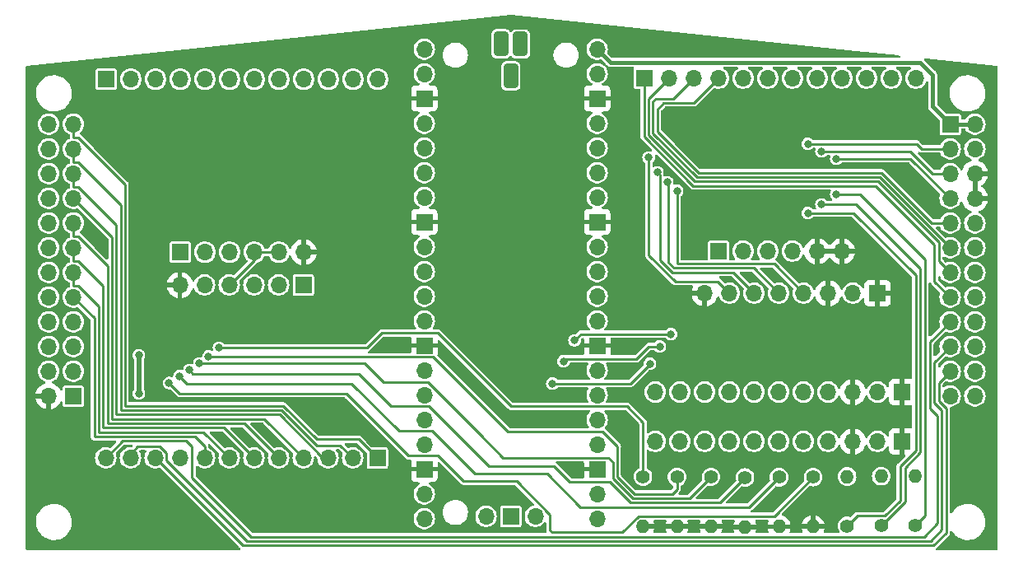
<source format=gbl>
G04 #@! TF.GenerationSoftware,KiCad,Pcbnew,7.0.1*
G04 #@! TF.CreationDate,2024-03-21T11:39:05+08:00*
G04 #@! TF.ProjectId,chupico_openithm,63687570-6963-46f5-9f6f-70656e697468,rev?*
G04 #@! TF.SameCoordinates,Original*
G04 #@! TF.FileFunction,Copper,L2,Bot*
G04 #@! TF.FilePolarity,Positive*
%FSLAX46Y46*%
G04 Gerber Fmt 4.6, Leading zero omitted, Abs format (unit mm)*
G04 Created by KiCad (PCBNEW 7.0.1) date 2024-03-21 11:39:05*
%MOMM*%
%LPD*%
G01*
G04 APERTURE LIST*
G04 Aperture macros list*
%AMRoundRect*
0 Rectangle with rounded corners*
0 $1 Rounding radius*
0 $2 $3 $4 $5 $6 $7 $8 $9 X,Y pos of 4 corners*
0 Add a 4 corners polygon primitive as box body*
4,1,4,$2,$3,$4,$5,$6,$7,$8,$9,$2,$3,0*
0 Add four circle primitives for the rounded corners*
1,1,$1+$1,$2,$3*
1,1,$1+$1,$4,$5*
1,1,$1+$1,$6,$7*
1,1,$1+$1,$8,$9*
0 Add four rect primitives between the rounded corners*
20,1,$1+$1,$2,$3,$4,$5,0*
20,1,$1+$1,$4,$5,$6,$7,0*
20,1,$1+$1,$6,$7,$8,$9,0*
20,1,$1+$1,$8,$9,$2,$3,0*%
G04 Aperture macros list end*
G04 #@! TA.AperFunction,ComponentPad*
%ADD10C,1.400000*%
G04 #@! TD*
G04 #@! TA.AperFunction,ComponentPad*
%ADD11O,1.400000X1.400000*%
G04 #@! TD*
G04 #@! TA.AperFunction,ComponentPad*
%ADD12R,1.700000X1.700000*%
G04 #@! TD*
G04 #@! TA.AperFunction,ComponentPad*
%ADD13O,1.700000X1.700000*%
G04 #@! TD*
G04 #@! TA.AperFunction,ComponentPad*
%ADD14RoundRect,0.300000X-0.450000X-0.950000X0.450000X-0.950000X0.450000X0.950000X-0.450000X0.950000X0*%
G04 #@! TD*
G04 #@! TA.AperFunction,ViaPad*
%ADD15C,0.800000*%
G04 #@! TD*
G04 #@! TA.AperFunction,Conductor*
%ADD16C,0.250000*%
G04 #@! TD*
G04 #@! TA.AperFunction,Conductor*
%ADD17C,0.500000*%
G04 #@! TD*
G04 #@! TA.AperFunction,Conductor*
%ADD18C,0.400000*%
G04 #@! TD*
G04 APERTURE END LIST*
D10*
X160710000Y-102933500D03*
D11*
X160710000Y-108013500D03*
D10*
X178210000Y-107950000D03*
D11*
X178210000Y-102870000D03*
D12*
X95120000Y-94623500D03*
D13*
X92580000Y-94623500D03*
X95120000Y-92083500D03*
X92580000Y-92083500D03*
X95120000Y-89543500D03*
X92580000Y-89543500D03*
X95120000Y-87003500D03*
X92580000Y-87003500D03*
X95120000Y-84463500D03*
X92580000Y-84463500D03*
X95120000Y-81923500D03*
X92580000Y-81923500D03*
X95120000Y-79383500D03*
X92580000Y-79383500D03*
X95120000Y-76843500D03*
X92580000Y-76843500D03*
X95120000Y-74303500D03*
X92580000Y-74303500D03*
X95120000Y-71763500D03*
X92580000Y-71763500D03*
X95120000Y-69223500D03*
X92580000Y-69223500D03*
X95120000Y-66683500D03*
X92580000Y-66683500D03*
D12*
X126390000Y-100986000D03*
D13*
X123850000Y-100986000D03*
X121310000Y-100986000D03*
X118770000Y-100986000D03*
X116230000Y-100986000D03*
X113690000Y-100986000D03*
X111150000Y-100986000D03*
X108610000Y-100986000D03*
X106070000Y-100986000D03*
X103530000Y-100986000D03*
X100990000Y-100986000D03*
X98450000Y-100986000D03*
D12*
X153850000Y-61953500D03*
D13*
X156390000Y-61953500D03*
X158930000Y-61953500D03*
X161470000Y-61953500D03*
X164010000Y-61953500D03*
X166550000Y-61953500D03*
X169090000Y-61953500D03*
X171630000Y-61953500D03*
X174170000Y-61953500D03*
X176710000Y-61953500D03*
X179250000Y-61953500D03*
X181790000Y-61953500D03*
D12*
X180390000Y-94222500D03*
D13*
X177850000Y-94222500D03*
X175310000Y-94222500D03*
X172770000Y-94222500D03*
X170230000Y-94222500D03*
X167690000Y-94222500D03*
X165150000Y-94222500D03*
X162610000Y-94222500D03*
X160070000Y-94222500D03*
X157530000Y-94222500D03*
X154990000Y-94222500D03*
D10*
X171210000Y-102965250D03*
D11*
X171210000Y-108045250D03*
D12*
X118770000Y-83206000D03*
D13*
X116230000Y-83206000D03*
X113690000Y-83206000D03*
X111150000Y-83206000D03*
X108610000Y-83206000D03*
X106070000Y-83206000D03*
D12*
X177850000Y-84052500D03*
D13*
X175310000Y-84052500D03*
X172770000Y-84052500D03*
X170230000Y-84052500D03*
X167690000Y-84052500D03*
X165150000Y-84052500D03*
X162610000Y-84052500D03*
X160070000Y-84052500D03*
D12*
X180390000Y-99292500D03*
D13*
X177850000Y-99292500D03*
X175310000Y-99292500D03*
X172770000Y-99292500D03*
X170230000Y-99292500D03*
X167690000Y-99292500D03*
X165150000Y-99292500D03*
X162610000Y-99292500D03*
X160070000Y-99292500D03*
X157530000Y-99292500D03*
X154990000Y-99292500D03*
D10*
X167710000Y-102981125D03*
D11*
X167710000Y-108061125D03*
D12*
X98480000Y-62053500D03*
D13*
X101020000Y-62053500D03*
X103560000Y-62053500D03*
X106100000Y-62053500D03*
X108640000Y-62053500D03*
X111180000Y-62053500D03*
X113720000Y-62053500D03*
X116260000Y-62053500D03*
X118800000Y-62053500D03*
X121340000Y-62053500D03*
X123880000Y-62053500D03*
X126420000Y-62053500D03*
D10*
X174710000Y-107981750D03*
D11*
X174710000Y-102901750D03*
D13*
X131220000Y-58958500D03*
X131220000Y-61498500D03*
D12*
X131220000Y-64038500D03*
D13*
X131220000Y-66578500D03*
X131220000Y-69118500D03*
X131220000Y-71658500D03*
X131220000Y-74198500D03*
D12*
X131220000Y-76738500D03*
D13*
X131220000Y-79278500D03*
X131220000Y-81818500D03*
X131220000Y-84358500D03*
X131220000Y-86898500D03*
D12*
X131220000Y-89438500D03*
D13*
X131220000Y-91978500D03*
X131220000Y-94518500D03*
X131220000Y-97058500D03*
X131220000Y-99598500D03*
D12*
X131220000Y-102138500D03*
D13*
X131220000Y-104678500D03*
X131220000Y-107218500D03*
X149000000Y-107218500D03*
X149000000Y-104678500D03*
D12*
X149000000Y-102138500D03*
D13*
X149000000Y-99598500D03*
X149000000Y-97058500D03*
X149000000Y-94518500D03*
X149000000Y-91978500D03*
D12*
X149000000Y-89438500D03*
D13*
X149000000Y-86898500D03*
X149000000Y-84358500D03*
X149000000Y-81818500D03*
X149000000Y-79278500D03*
D12*
X149000000Y-76738500D03*
D13*
X149000000Y-74198500D03*
X149000000Y-71658500D03*
X149000000Y-69118500D03*
X149000000Y-66578500D03*
D12*
X149000000Y-64038500D03*
D13*
X149000000Y-61498500D03*
X149000000Y-58958500D03*
X137570000Y-106988500D03*
D12*
X140110000Y-106988500D03*
D13*
X142650000Y-106988500D03*
D14*
X140110000Y-61718500D03*
X141110000Y-58438500D03*
X139110000Y-58418500D03*
D10*
X181710000Y-107965875D03*
D11*
X181710000Y-102885875D03*
D10*
X153710000Y-102917625D03*
D11*
X153710000Y-107997625D03*
D12*
X185320000Y-66681000D03*
D13*
X187860000Y-66681000D03*
X185320000Y-69221000D03*
X187860000Y-69221000D03*
X185320000Y-71761000D03*
X187860000Y-71761000D03*
X185320000Y-74301000D03*
X187860000Y-74301000D03*
X185320000Y-76841000D03*
X187860000Y-76841000D03*
X185320000Y-79381000D03*
X187860000Y-79381000D03*
X185320000Y-81921000D03*
X187860000Y-81921000D03*
X185320000Y-84461000D03*
X187860000Y-84461000D03*
X185320000Y-87001000D03*
X187860000Y-87001000D03*
X185320000Y-89541000D03*
X187860000Y-89541000D03*
X185320000Y-92081000D03*
X187860000Y-92081000D03*
X185320000Y-94621000D03*
X187860000Y-94621000D03*
D12*
X161470000Y-79733500D03*
D13*
X164010000Y-79733500D03*
X166550000Y-79733500D03*
X169090000Y-79733500D03*
X171630000Y-79733500D03*
X174170000Y-79733500D03*
D12*
X106100000Y-79833500D03*
D13*
X108640000Y-79833500D03*
X111180000Y-79833500D03*
X113720000Y-79833500D03*
X116260000Y-79833500D03*
X118800000Y-79833500D03*
D10*
X157210000Y-102949375D03*
D11*
X157210000Y-108029375D03*
D10*
X164210000Y-102997000D03*
D11*
X164210000Y-108077000D03*
D15*
X185420000Y-109855000D03*
X137668000Y-94742000D03*
X143764000Y-97028000D03*
X137668000Y-90551000D03*
X101854000Y-94361000D03*
X101854000Y-90424000D03*
X154305000Y-70104000D03*
X155194000Y-71628000D03*
X156210000Y-72644000D03*
X157226000Y-73533000D03*
X110109000Y-89662000D03*
X109030500Y-90551500D03*
X108077000Y-91276000D03*
X107055366Y-91965446D03*
X106045000Y-92583000D03*
X104965500Y-93281500D03*
X170688000Y-75819000D03*
X170688000Y-68707000D03*
X172085000Y-74930000D03*
X172085000Y-69469000D03*
X173609000Y-73914000D03*
X173609000Y-70231000D03*
X154432000Y-91313000D03*
X144399000Y-93345000D03*
X145542000Y-91059000D03*
X155448000Y-89535000D03*
X146685000Y-88900000D03*
X156591000Y-88265000D03*
D16*
X111150000Y-83206000D02*
X113720000Y-80636000D01*
X113720000Y-79833500D02*
X116260000Y-79833500D01*
X113720000Y-80636000D02*
X113720000Y-79833500D01*
D17*
X101854000Y-90424000D02*
X101854000Y-94361000D01*
D16*
X155200000Y-67438812D02*
X159436188Y-71675000D01*
X155200000Y-65145000D02*
X155200000Y-67438812D01*
X161470000Y-61953500D02*
X158930000Y-64493500D01*
X158930000Y-64493500D02*
X155851500Y-64493500D01*
X159436188Y-71675000D02*
X178250396Y-71675000D01*
X155851500Y-64493500D02*
X155200000Y-65145000D01*
X178250396Y-71675000D02*
X183416396Y-76841000D01*
X183416396Y-76841000D02*
X185320000Y-76841000D01*
X159249792Y-72125000D02*
X178064000Y-72125000D01*
X155031500Y-64043500D02*
X154750000Y-64325000D01*
X154750000Y-64325000D02*
X154750000Y-67625208D01*
X178064000Y-72125000D02*
X185320000Y-79381000D01*
X158930000Y-61953500D02*
X156840000Y-64043500D01*
X156840000Y-64043500D02*
X155031500Y-64043500D01*
X154750000Y-67625208D02*
X159249792Y-72125000D01*
X154300000Y-64043500D02*
X154300000Y-67811604D01*
X156390000Y-61953500D02*
X154300000Y-64043500D01*
X184145000Y-78842396D02*
X184145000Y-80746000D01*
X154300000Y-67811604D02*
X159063396Y-72575000D01*
X159063396Y-72575000D02*
X177877604Y-72575000D01*
X184145000Y-80746000D02*
X185320000Y-81921000D01*
X177877604Y-72575000D02*
X184145000Y-78842396D01*
X153850000Y-67998000D02*
X158877000Y-73025000D01*
X183695000Y-79028792D02*
X183695000Y-82836000D01*
X183695000Y-82836000D02*
X185320000Y-84461000D01*
X158877000Y-73025000D02*
X177691208Y-73025000D01*
X153850000Y-61953500D02*
X153850000Y-67998000D01*
X177691208Y-73025000D02*
X183695000Y-79028792D01*
X183245000Y-89076000D02*
X183245000Y-95885000D01*
X184012000Y-107707000D02*
X182617000Y-109102000D01*
X185320000Y-87001000D02*
X183245000Y-89076000D01*
X107315000Y-102997000D02*
X107315000Y-99822000D01*
X182617000Y-109102000D02*
X113420000Y-109102000D01*
X106738000Y-99245000D02*
X100191000Y-99245000D01*
X183245000Y-95885000D02*
X184012000Y-96652000D01*
X113420000Y-109102000D02*
X107315000Y-102997000D01*
X184012000Y-96652000D02*
X184012000Y-107707000D01*
X100191000Y-99245000D02*
X98450000Y-100986000D01*
X107315000Y-99822000D02*
X106738000Y-99245000D01*
X185320000Y-89541000D02*
X183695000Y-91166000D01*
X104705000Y-100499299D02*
X104016701Y-99811000D01*
X183695000Y-91166000D02*
X183695000Y-95294097D01*
X184462000Y-108400000D02*
X183310000Y-109552000D01*
X183310000Y-109552000D02*
X112974299Y-109552000D01*
X112974299Y-109552000D02*
X104705000Y-101282701D01*
X101738000Y-99811000D02*
X100990000Y-100559000D01*
X184462000Y-96061097D02*
X184462000Y-108400000D01*
X183695000Y-95294097D02*
X184462000Y-96061097D01*
X104705000Y-101282701D02*
X104705000Y-100499299D01*
X104016701Y-99811000D02*
X101738000Y-99811000D01*
X100990000Y-100559000D02*
X100990000Y-100986000D01*
X185320000Y-92081000D02*
X184145000Y-93256000D01*
X183622000Y-110002000D02*
X112546000Y-110002000D01*
X184145000Y-93256000D02*
X184145000Y-95107701D01*
X112546000Y-110002000D02*
X103530000Y-100986000D01*
X184912000Y-95874701D02*
X184912000Y-108712000D01*
X184145000Y-95107701D02*
X184912000Y-95874701D01*
X184912000Y-108712000D02*
X183622000Y-110002000D01*
X108610000Y-99783919D02*
X108610000Y-100986000D01*
X107621081Y-98795000D02*
X108610000Y-99783919D01*
X95120000Y-84463500D02*
X97282000Y-86625500D01*
X99993604Y-98806000D02*
X100004604Y-98795000D01*
X97282000Y-98806000D02*
X99993604Y-98806000D01*
X97282000Y-86625500D02*
X97282000Y-98806000D01*
X100004604Y-98795000D02*
X107621081Y-98795000D01*
X97732000Y-98345000D02*
X108509000Y-98345000D01*
X108509000Y-98345000D02*
X111150000Y-100986000D01*
X95120000Y-83288500D02*
X95606701Y-83288500D01*
X95606701Y-83288500D02*
X97732000Y-85413799D01*
X97732000Y-85413799D02*
X97732000Y-98345000D01*
X95120000Y-81923500D02*
X95120000Y-83288500D01*
X98182000Y-83323799D02*
X98182000Y-97895000D01*
X95120000Y-79383500D02*
X95120000Y-80748500D01*
X95120000Y-80748500D02*
X95606701Y-80748500D01*
X98182000Y-97895000D02*
X110599000Y-97895000D01*
X95606701Y-80748500D02*
X98182000Y-83323799D01*
X110599000Y-97895000D02*
X113690000Y-100986000D01*
X98632000Y-81233799D02*
X98632000Y-97445000D01*
X95606701Y-78208500D02*
X98632000Y-81233799D01*
X95120000Y-78208500D02*
X95606701Y-78208500D01*
X112689000Y-97445000D02*
X116230000Y-100986000D01*
X98632000Y-97445000D02*
X112689000Y-97445000D01*
X95120000Y-76843500D02*
X95120000Y-78208500D01*
X99082000Y-96995000D02*
X114779000Y-96995000D01*
X99082000Y-78265500D02*
X99082000Y-96995000D01*
X95120000Y-74303500D02*
X99082000Y-78265500D01*
X114779000Y-96995000D02*
X118770000Y-100986000D01*
X99532000Y-77053799D02*
X99532000Y-96545000D01*
X99532000Y-96545000D02*
X116354208Y-96545000D01*
X95606701Y-73128500D02*
X99532000Y-77053799D01*
X95120000Y-73128500D02*
X95606701Y-73128500D01*
X120795208Y-100986000D02*
X121310000Y-100986000D01*
X116354208Y-96545000D02*
X120795208Y-100986000D01*
X95120000Y-71763500D02*
X95120000Y-73128500D01*
X95120000Y-70588500D02*
X95606701Y-70588500D01*
X95120000Y-69223500D02*
X95120000Y-70588500D01*
X116540604Y-96095000D02*
X120135000Y-99689396D01*
X99982000Y-96095000D02*
X116540604Y-96095000D01*
X99982000Y-74963799D02*
X99982000Y-96095000D01*
X95606701Y-70588500D02*
X99982000Y-74963799D01*
X120135000Y-99689396D02*
X122553396Y-99689396D01*
X122553396Y-99689396D02*
X123850000Y-100986000D01*
X95120000Y-68048500D02*
X95606701Y-68048500D01*
X100432000Y-95645000D02*
X116727000Y-95645000D01*
X100432000Y-72873799D02*
X100432000Y-95645000D01*
X95606701Y-68048500D02*
X100432000Y-72873799D01*
X124457000Y-99053000D02*
X126390000Y-100986000D01*
X116727000Y-95645000D02*
X120135000Y-99053000D01*
X120135000Y-99053000D02*
X124457000Y-99053000D01*
X95120000Y-66683500D02*
X95120000Y-68048500D01*
X157042708Y-82877500D02*
X161435000Y-82877500D01*
X154305000Y-80139792D02*
X157042708Y-82877500D01*
X154305000Y-70104000D02*
X154305000Y-80139792D01*
X161435000Y-82877500D02*
X162610000Y-84052500D01*
X163023500Y-81926000D02*
X165150000Y-84052500D01*
X155194000Y-71628000D02*
X155448000Y-71882000D01*
X156727604Y-81926000D02*
X163023500Y-81926000D01*
X155448000Y-71882000D02*
X155448000Y-80646396D01*
X155448000Y-80646396D02*
X156727604Y-81926000D01*
X156337000Y-80899000D02*
X156914000Y-81476000D01*
X156210000Y-72644000D02*
X156337000Y-72771000D01*
X165113500Y-81476000D02*
X167690000Y-84052500D01*
X156337000Y-72771000D02*
X156337000Y-80899000D01*
X156914000Y-81476000D02*
X165113500Y-81476000D01*
X157226000Y-73533000D02*
X157226000Y-81026000D01*
X167203500Y-81026000D02*
X170230000Y-84052500D01*
X157226000Y-81026000D02*
X167203500Y-81026000D01*
X153710000Y-97322000D02*
X152081500Y-95693500D01*
X132588000Y-88138000D02*
X126873000Y-88138000D01*
X125349000Y-89662000D02*
X110109000Y-89662000D01*
X152081500Y-95693500D02*
X140143500Y-95693500D01*
X126873000Y-88138000D02*
X125349000Y-89662000D01*
X153710000Y-102917625D02*
X153710000Y-97322000D01*
X140143500Y-95693500D02*
X132588000Y-88138000D01*
X151072000Y-99818799D02*
X151072000Y-102937604D01*
X151072000Y-102937604D02*
X152827896Y-104693500D01*
X152827896Y-104693500D02*
X156718000Y-104693500D01*
X109092500Y-90613500D02*
X132142500Y-90613500D01*
X157210000Y-104201500D02*
X157210000Y-102949375D01*
X132142500Y-90613500D02*
X139827000Y-98298000D01*
X156718000Y-104693500D02*
X157210000Y-104201500D01*
X139827000Y-98298000D02*
X149551201Y-98298000D01*
X149551201Y-98298000D02*
X151072000Y-99818799D01*
X150175000Y-100963500D02*
X143383000Y-100963500D01*
X127000000Y-93218000D02*
X131581201Y-93218000D01*
X152641500Y-105143500D02*
X150622000Y-103124000D01*
X125058000Y-91276000D02*
X127000000Y-93218000D01*
X131581201Y-93218000D02*
X136910601Y-98547399D01*
X160710000Y-102933500D02*
X158500000Y-105143500D01*
X150622000Y-101410500D02*
X150175000Y-100963500D01*
X143383000Y-100963500D02*
X139326702Y-100963500D01*
X139326702Y-100963500D02*
X136910601Y-98547399D01*
X158500000Y-105143500D02*
X152641500Y-105143500D01*
X108077000Y-91276000D02*
X125058000Y-91276000D01*
X150622000Y-103124000D02*
X150622000Y-101410500D01*
X131706701Y-95693500D02*
X137867201Y-101854000D01*
X137867201Y-101854000D02*
X144571075Y-101854000D01*
X144571075Y-101854000D02*
X146177000Y-103459925D01*
X107418920Y-92329000D02*
X124460000Y-92329000D01*
X161613500Y-105593500D02*
X164210000Y-102997000D01*
X124460000Y-92329000D02*
X127824500Y-95693500D01*
X146177000Y-103459925D02*
X150321425Y-103459925D01*
X152455000Y-105593500D02*
X161613500Y-105593500D01*
X127824500Y-95693500D02*
X131706701Y-95693500D01*
X150321425Y-103459925D02*
X152455000Y-105593500D01*
X107055366Y-91965446D02*
X107418920Y-92329000D01*
X128650698Y-98233500D02*
X132016896Y-98233500D01*
X143852754Y-102616000D02*
X147280254Y-106043500D01*
X123762198Y-93345000D02*
X128650698Y-98233500D01*
X132016896Y-98233500D02*
X136399396Y-102616000D01*
X106045000Y-92583000D02*
X106807000Y-93345000D01*
X147280254Y-106043500D02*
X164647625Y-106043500D01*
X106807000Y-93345000D02*
X123762198Y-93345000D01*
X136399396Y-102616000D02*
X143852754Y-102616000D01*
X164647625Y-106043500D02*
X167710000Y-102981125D01*
X167202625Y-106972625D02*
X171210000Y-102965250D01*
X129602500Y-100773500D02*
X132650500Y-100773500D01*
X140701201Y-103378000D02*
X144145000Y-106821799D01*
X106045000Y-94361000D02*
X123190000Y-94361000D01*
X144339000Y-108652000D02*
X151606056Y-108652000D01*
X123190000Y-94361000D02*
X129602500Y-100773500D01*
X153285431Y-106972625D02*
X167202625Y-106972625D01*
X144145000Y-108458000D02*
X144339000Y-108652000D01*
X151606056Y-108652000D02*
X153285431Y-106972625D01*
X135255000Y-103378000D02*
X140701201Y-103378000D01*
X132650500Y-100773500D02*
X135255000Y-103378000D01*
X144145000Y-106821799D02*
X144145000Y-108458000D01*
X104965500Y-93281500D02*
X106045000Y-94361000D01*
D18*
X183515000Y-61595000D02*
X183515000Y-64876000D01*
X150366500Y-60325000D02*
X182245000Y-60325000D01*
X149000000Y-58958500D02*
X150366500Y-60325000D01*
X187860000Y-66681000D02*
X185320000Y-66681000D01*
X182245000Y-60325000D02*
X183515000Y-61595000D01*
X183515000Y-64876000D02*
X185320000Y-66681000D01*
D16*
X174710000Y-107981750D02*
X175766750Y-106925000D01*
X181795000Y-100237500D02*
X181795000Y-82227000D01*
X181864000Y-68707000D02*
X170688000Y-68707000D01*
X175766750Y-106925000D02*
X178598604Y-106925000D01*
X178598604Y-106925000D02*
X180168896Y-105354708D01*
X180168896Y-101863604D02*
X181795000Y-100237500D01*
X175387000Y-75819000D02*
X170688000Y-75819000D01*
X185320000Y-69221000D02*
X182378000Y-69221000D01*
X180168896Y-105354708D02*
X180168896Y-101863604D01*
X181795000Y-82227000D02*
X175387000Y-75819000D01*
X182378000Y-69221000D02*
X181864000Y-68707000D01*
X183521000Y-71761000D02*
X185320000Y-71761000D01*
X178210000Y-107950000D02*
X180685000Y-105475000D01*
X180685000Y-101983896D02*
X182245000Y-100423896D01*
X181229000Y-69469000D02*
X183521000Y-71761000D01*
X182245000Y-81534000D02*
X175641000Y-74930000D01*
X182245000Y-100423896D02*
X182245000Y-81534000D01*
X180685000Y-105475000D02*
X180685000Y-101983896D01*
X175641000Y-74930000D02*
X172085000Y-74930000D01*
X172085000Y-69469000D02*
X181229000Y-69469000D01*
X173609000Y-70231000D02*
X181250000Y-70231000D01*
X176022000Y-73914000D02*
X173609000Y-73914000D01*
X182735000Y-80627000D02*
X176022000Y-73914000D01*
X181250000Y-70231000D02*
X185320000Y-74301000D01*
X181710000Y-107965875D02*
X182735000Y-106940875D01*
X182735000Y-106940875D02*
X182735000Y-80627000D01*
X144400500Y-93343500D02*
X144399000Y-93345000D01*
X152401500Y-93343500D02*
X144400500Y-93343500D01*
X154432000Y-91313000D02*
X152401500Y-93343500D01*
X153036500Y-90803500D02*
X145797500Y-90803500D01*
X154305000Y-89535000D02*
X153036500Y-90803500D01*
X145797500Y-90803500D02*
X145542000Y-91059000D01*
X155448000Y-89535000D02*
X154305000Y-89535000D01*
X147321500Y-88263500D02*
X146685000Y-88900000D01*
X156591000Y-88265000D02*
X156589500Y-88263500D01*
X156589500Y-88263500D02*
X147321500Y-88263500D01*
G04 #@! TA.AperFunction,Conductor*
G36*
X190088592Y-60688714D02*
G01*
X190144918Y-60709249D01*
X190185028Y-60753808D01*
X190199544Y-60811976D01*
X190219450Y-110365450D01*
X190202854Y-110427471D01*
X190157464Y-110472879D01*
X190095450Y-110489500D01*
X183966297Y-110489500D01*
X183910919Y-110476447D01*
X183867199Y-110440036D01*
X183844343Y-110387933D01*
X183847162Y-110331107D01*
X183875063Y-110281522D01*
X183877631Y-110278731D01*
X183891296Y-110263887D01*
X183894795Y-110260240D01*
X185140889Y-109014146D01*
X185160741Y-108998025D01*
X185169836Y-108992084D01*
X185189273Y-108967110D01*
X185199453Y-108955583D01*
X185199519Y-108955518D01*
X185211624Y-108938561D01*
X185214627Y-108934534D01*
X185246809Y-108893189D01*
X185246810Y-108893185D01*
X185251666Y-108886947D01*
X185251753Y-108886779D01*
X185260672Y-108856820D01*
X185268955Y-108828997D01*
X185270486Y-108824218D01*
X185287500Y-108774660D01*
X185287500Y-108774658D01*
X185290060Y-108767201D01*
X185290093Y-108766970D01*
X185289767Y-108759091D01*
X185289768Y-108759089D01*
X185287605Y-108706807D01*
X185287500Y-108701685D01*
X185287500Y-108592549D01*
X185303812Y-108531073D01*
X185348457Y-108485771D01*
X185409688Y-108468562D01*
X185471396Y-108483974D01*
X185517345Y-108527952D01*
X185590982Y-108648611D01*
X185741146Y-108829052D01*
X185764255Y-108856820D01*
X185965998Y-109037582D01*
X186191910Y-109187044D01*
X186298211Y-109236876D01*
X186437177Y-109302021D01*
X186696562Y-109380058D01*
X186696569Y-109380060D01*
X186964561Y-109419500D01*
X187167631Y-109419500D01*
X187167634Y-109419500D01*
X187370156Y-109404677D01*
X187370156Y-109404676D01*
X187634553Y-109345780D01*
X187887558Y-109249014D01*
X188123777Y-109116441D01*
X188338177Y-108950888D01*
X188526186Y-108755881D01*
X188683799Y-108535579D01*
X188807656Y-108294675D01*
X188895118Y-108038305D01*
X188944319Y-107771933D01*
X188954212Y-107501235D01*
X188924586Y-107231982D01*
X188856072Y-106969912D01*
X188750130Y-106720610D01*
X188671750Y-106592180D01*
X188609017Y-106489388D01*
X188435746Y-106281181D01*
X188330758Y-106187112D01*
X188234002Y-106100418D01*
X188008090Y-105950956D01*
X187975683Y-105935764D01*
X187762822Y-105835978D01*
X187503437Y-105757941D01*
X187503431Y-105757940D01*
X187235439Y-105718500D01*
X187032369Y-105718500D01*
X187032366Y-105718500D01*
X186829843Y-105733322D01*
X186565449Y-105792219D01*
X186312441Y-105888986D01*
X186076223Y-106021559D01*
X185861825Y-106187109D01*
X185673813Y-106382120D01*
X185608137Y-106473919D01*
X185517242Y-106600967D01*
X185512348Y-106607807D01*
X185464951Y-106647544D01*
X185404256Y-106659444D01*
X185345364Y-106640546D01*
X185302925Y-106595552D01*
X185287500Y-106535656D01*
X185287500Y-95926505D01*
X185290139Y-95901059D01*
X185290177Y-95900876D01*
X185292367Y-95890433D01*
X185288677Y-95860837D01*
X185299586Y-95792579D01*
X185345341Y-95740767D01*
X185411726Y-95721500D01*
X185421974Y-95721500D01*
X185421976Y-95721500D01*
X185622456Y-95684024D01*
X185812637Y-95610348D01*
X185986041Y-95502981D01*
X186136764Y-95365579D01*
X186259673Y-95202821D01*
X186259673Y-95202819D01*
X186259675Y-95202818D01*
X186317349Y-95086992D01*
X186350582Y-95020250D01*
X186406397Y-94824083D01*
X186425215Y-94621000D01*
X186754785Y-94621000D01*
X186773602Y-94824083D01*
X186829418Y-95020251D01*
X186920324Y-95202818D01*
X187043236Y-95365580D01*
X187193958Y-95502981D01*
X187367361Y-95610347D01*
X187367363Y-95610348D01*
X187557544Y-95684024D01*
X187758024Y-95721500D01*
X187961974Y-95721500D01*
X187961976Y-95721500D01*
X188162456Y-95684024D01*
X188352637Y-95610348D01*
X188526041Y-95502981D01*
X188676764Y-95365579D01*
X188799673Y-95202821D01*
X188799673Y-95202819D01*
X188799675Y-95202818D01*
X188857349Y-95086992D01*
X188890582Y-95020250D01*
X188946397Y-94824083D01*
X188965215Y-94621000D01*
X188946397Y-94417917D01*
X188890582Y-94221750D01*
X188859838Y-94160007D01*
X188799675Y-94039181D01*
X188676763Y-93876419D01*
X188526041Y-93739018D01*
X188352638Y-93631652D01*
X188162457Y-93557976D01*
X188095629Y-93545484D01*
X187961976Y-93520500D01*
X187758024Y-93520500D01*
X187666905Y-93537533D01*
X187557542Y-93557976D01*
X187367361Y-93631652D01*
X187193958Y-93739018D01*
X187043236Y-93876419D01*
X186920324Y-94039181D01*
X186829418Y-94221748D01*
X186773602Y-94417916D01*
X186754785Y-94621000D01*
X186425215Y-94621000D01*
X186406397Y-94417917D01*
X186350582Y-94221750D01*
X186319838Y-94160007D01*
X186259675Y-94039181D01*
X186136763Y-93876419D01*
X185986041Y-93739018D01*
X185812638Y-93631652D01*
X185622457Y-93557976D01*
X185555629Y-93545484D01*
X185421976Y-93520500D01*
X185218024Y-93520500D01*
X185126905Y-93537533D01*
X185017542Y-93557976D01*
X184827364Y-93631651D01*
X184807551Y-93643919D01*
X184709776Y-93704458D01*
X184647364Y-93722998D01*
X184584161Y-93707360D01*
X184537593Y-93661856D01*
X184520500Y-93599031D01*
X184520500Y-93462899D01*
X184529939Y-93415446D01*
X184556816Y-93375220D01*
X184794975Y-93137060D01*
X184834317Y-93110554D01*
X184880741Y-93100761D01*
X184927443Y-93109118D01*
X185017544Y-93144024D01*
X185218024Y-93181500D01*
X185421974Y-93181500D01*
X185421976Y-93181500D01*
X185622456Y-93144024D01*
X185812637Y-93070348D01*
X185986041Y-92962981D01*
X186136764Y-92825579D01*
X186259673Y-92662821D01*
X186259673Y-92662819D01*
X186259675Y-92662818D01*
X186336258Y-92509016D01*
X186350582Y-92480250D01*
X186406397Y-92284083D01*
X186425215Y-92081000D01*
X186754785Y-92081000D01*
X186773602Y-92284083D01*
X186829418Y-92480251D01*
X186920324Y-92662818D01*
X187043236Y-92825580D01*
X187193958Y-92962981D01*
X187367361Y-93070347D01*
X187367363Y-93070348D01*
X187557544Y-93144024D01*
X187758024Y-93181500D01*
X187961974Y-93181500D01*
X187961976Y-93181500D01*
X188162456Y-93144024D01*
X188352637Y-93070348D01*
X188526041Y-92962981D01*
X188676764Y-92825579D01*
X188799673Y-92662821D01*
X188799673Y-92662819D01*
X188799675Y-92662818D01*
X188876258Y-92509016D01*
X188890582Y-92480250D01*
X188946397Y-92284083D01*
X188965215Y-92081000D01*
X188946397Y-91877917D01*
X188939103Y-91852283D01*
X188909298Y-91747530D01*
X188890582Y-91681750D01*
X188882592Y-91665704D01*
X188799675Y-91499181D01*
X188676763Y-91336419D01*
X188526041Y-91199018D01*
X188352638Y-91091652D01*
X188162457Y-91017976D01*
X188079746Y-91002515D01*
X187961976Y-90980500D01*
X187758024Y-90980500D01*
X187657783Y-90999238D01*
X187557542Y-91017976D01*
X187367361Y-91091652D01*
X187193958Y-91199018D01*
X187043236Y-91336419D01*
X186920324Y-91499181D01*
X186829418Y-91681748D01*
X186773602Y-91877916D01*
X186754785Y-92081000D01*
X186425215Y-92081000D01*
X186406397Y-91877917D01*
X186399103Y-91852283D01*
X186369298Y-91747530D01*
X186350582Y-91681750D01*
X186342592Y-91665704D01*
X186259675Y-91499181D01*
X186136763Y-91336419D01*
X185986041Y-91199018D01*
X185812638Y-91091652D01*
X185622457Y-91017976D01*
X185539746Y-91002515D01*
X185421976Y-90980500D01*
X185218024Y-90980500D01*
X185117783Y-90999238D01*
X185017542Y-91017976D01*
X184827361Y-91091652D01*
X184653958Y-91199018D01*
X184503236Y-91336419D01*
X184380324Y-91499181D01*
X184305500Y-91649451D01*
X184261715Y-91698383D01*
X184199082Y-91718095D01*
X184135165Y-91703062D01*
X184087885Y-91657498D01*
X184070500Y-91594180D01*
X184070500Y-91372899D01*
X184079939Y-91325446D01*
X184106819Y-91285218D01*
X184278711Y-91113326D01*
X184794973Y-90597062D01*
X184834317Y-90570554D01*
X184880741Y-90560761D01*
X184927443Y-90569118D01*
X185017544Y-90604024D01*
X185218024Y-90641500D01*
X185421974Y-90641500D01*
X185421976Y-90641500D01*
X185622456Y-90604024D01*
X185812637Y-90530348D01*
X185986041Y-90422981D01*
X186136764Y-90285579D01*
X186259673Y-90122821D01*
X186259673Y-90122819D01*
X186259675Y-90122818D01*
X186314747Y-90012216D01*
X186350582Y-89940250D01*
X186406397Y-89744083D01*
X186425215Y-89541000D01*
X186425215Y-89540999D01*
X186754785Y-89540999D01*
X186773602Y-89744083D01*
X186829418Y-89940251D01*
X186920324Y-90122818D01*
X187043236Y-90285580D01*
X187193958Y-90422981D01*
X187350193Y-90519717D01*
X187367363Y-90530348D01*
X187557544Y-90604024D01*
X187758024Y-90641500D01*
X187961974Y-90641500D01*
X187961976Y-90641500D01*
X188162456Y-90604024D01*
X188352637Y-90530348D01*
X188526041Y-90422981D01*
X188676764Y-90285579D01*
X188799673Y-90122821D01*
X188799673Y-90122819D01*
X188799675Y-90122818D01*
X188854747Y-90012216D01*
X188890582Y-89940250D01*
X188946397Y-89744083D01*
X188965215Y-89541000D01*
X188946397Y-89337917D01*
X188945433Y-89334530D01*
X188916995Y-89234581D01*
X188890582Y-89141750D01*
X188870027Y-89100470D01*
X188799675Y-88959181D01*
X188676763Y-88796419D01*
X188526041Y-88659018D01*
X188352638Y-88551652D01*
X188162457Y-88477976D01*
X188095554Y-88465470D01*
X187961976Y-88440500D01*
X187758024Y-88440500D01*
X187657784Y-88459237D01*
X187557542Y-88477976D01*
X187367361Y-88551652D01*
X187193958Y-88659018D01*
X187043236Y-88796419D01*
X186920324Y-88959181D01*
X186829418Y-89141748D01*
X186773602Y-89337916D01*
X186754785Y-89540999D01*
X186425215Y-89540999D01*
X186406397Y-89337917D01*
X186405433Y-89334530D01*
X186376995Y-89234581D01*
X186350582Y-89141750D01*
X186330027Y-89100470D01*
X186259675Y-88959181D01*
X186136763Y-88796419D01*
X185986041Y-88659018D01*
X185812638Y-88551652D01*
X185622457Y-88477976D01*
X185555554Y-88465470D01*
X185421976Y-88440500D01*
X185218024Y-88440500D01*
X185117784Y-88459237D01*
X185017542Y-88477976D01*
X184827361Y-88551652D01*
X184653958Y-88659018D01*
X184503236Y-88796419D01*
X184380324Y-88959181D01*
X184289418Y-89141748D01*
X184233602Y-89337916D01*
X184214785Y-89540999D01*
X184233602Y-89744083D01*
X184291691Y-89948239D01*
X184292443Y-90013344D01*
X184260106Y-90069855D01*
X183832181Y-90497781D01*
X183782818Y-90528031D01*
X183725102Y-90532573D01*
X183671615Y-90510418D01*
X183634015Y-90466395D01*
X183620500Y-90410100D01*
X183620500Y-89282899D01*
X183629939Y-89235446D01*
X183656819Y-89195218D01*
X183936537Y-88915500D01*
X184794973Y-88057062D01*
X184834317Y-88030554D01*
X184880741Y-88020761D01*
X184927443Y-88029118D01*
X185017544Y-88064024D01*
X185218024Y-88101500D01*
X185421974Y-88101500D01*
X185421976Y-88101500D01*
X185622456Y-88064024D01*
X185812637Y-87990348D01*
X185986041Y-87882981D01*
X186034947Y-87838397D01*
X186136763Y-87745580D01*
X186136764Y-87745579D01*
X186259673Y-87582821D01*
X186259673Y-87582819D01*
X186259675Y-87582818D01*
X186314186Y-87473344D01*
X186350582Y-87400250D01*
X186406397Y-87204083D01*
X186425215Y-87001000D01*
X186425215Y-87000999D01*
X186754785Y-87000999D01*
X186773602Y-87204083D01*
X186829418Y-87400251D01*
X186920324Y-87582818D01*
X187043236Y-87745580D01*
X187193958Y-87882981D01*
X187323325Y-87963081D01*
X187367363Y-87990348D01*
X187557544Y-88064024D01*
X187758024Y-88101500D01*
X187961974Y-88101500D01*
X187961976Y-88101500D01*
X188162456Y-88064024D01*
X188352637Y-87990348D01*
X188526041Y-87882981D01*
X188574947Y-87838397D01*
X188676763Y-87745580D01*
X188676764Y-87745579D01*
X188799673Y-87582821D01*
X188799673Y-87582819D01*
X188799675Y-87582818D01*
X188854186Y-87473344D01*
X188890582Y-87400250D01*
X188946397Y-87204083D01*
X188965215Y-87001000D01*
X188946397Y-86797917D01*
X188942706Y-86784946D01*
X188891293Y-86604250D01*
X188890582Y-86601750D01*
X188890209Y-86601001D01*
X188799675Y-86419181D01*
X188676763Y-86256419D01*
X188526041Y-86119018D01*
X188352638Y-86011652D01*
X188162457Y-85937976D01*
X188095629Y-85925483D01*
X187961976Y-85900500D01*
X187758024Y-85900500D01*
X187657783Y-85919238D01*
X187557542Y-85937976D01*
X187367361Y-86011652D01*
X187193958Y-86119018D01*
X187043236Y-86256419D01*
X186920324Y-86419181D01*
X186829418Y-86601748D01*
X186773602Y-86797916D01*
X186754785Y-87000999D01*
X186425215Y-87000999D01*
X186406397Y-86797917D01*
X186402706Y-86784946D01*
X186351293Y-86604250D01*
X186350582Y-86601750D01*
X186350209Y-86601001D01*
X186259675Y-86419181D01*
X186136763Y-86256419D01*
X185986041Y-86119018D01*
X185812638Y-86011652D01*
X185622457Y-85937976D01*
X185555629Y-85925483D01*
X185421976Y-85900500D01*
X185218024Y-85900500D01*
X185117783Y-85919238D01*
X185017542Y-85937976D01*
X184827361Y-86011652D01*
X184653958Y-86119018D01*
X184503236Y-86256419D01*
X184380324Y-86419181D01*
X184289418Y-86601748D01*
X184233602Y-86797916D01*
X184214785Y-87000999D01*
X184233602Y-87204083D01*
X184291691Y-87408239D01*
X184292443Y-87473344D01*
X184260106Y-87529855D01*
X183322181Y-88467781D01*
X183272818Y-88498031D01*
X183215102Y-88502573D01*
X183161615Y-88480418D01*
X183124015Y-88436395D01*
X183110500Y-88380100D01*
X183110500Y-83034555D01*
X183127456Y-82971964D01*
X183173688Y-82926491D01*
X183236551Y-82910572D01*
X183298853Y-82928561D01*
X183343553Y-82975536D01*
X183359845Y-83005641D01*
X183362171Y-83010162D01*
X183388634Y-83064292D01*
X183388777Y-83064482D01*
X183394579Y-83069824D01*
X183394581Y-83069826D01*
X183433108Y-83105293D01*
X183436780Y-83108817D01*
X184260106Y-83932143D01*
X184292443Y-83988654D01*
X184291691Y-84053758D01*
X184233603Y-84257914D01*
X184214785Y-84461000D01*
X184233602Y-84664083D01*
X184289418Y-84860251D01*
X184380324Y-85042818D01*
X184503236Y-85205580D01*
X184653958Y-85342981D01*
X184827361Y-85450347D01*
X184827363Y-85450348D01*
X185017544Y-85524024D01*
X185218024Y-85561500D01*
X185421974Y-85561500D01*
X185421976Y-85561500D01*
X185622456Y-85524024D01*
X185812637Y-85450348D01*
X185986041Y-85342981D01*
X186136764Y-85205579D01*
X186259673Y-85042821D01*
X186259673Y-85042819D01*
X186259675Y-85042818D01*
X186312940Y-84935845D01*
X186350582Y-84860250D01*
X186406397Y-84664083D01*
X186425215Y-84461000D01*
X186754785Y-84461000D01*
X186773602Y-84664083D01*
X186829418Y-84860251D01*
X186920324Y-85042818D01*
X187043236Y-85205580D01*
X187193958Y-85342981D01*
X187367361Y-85450347D01*
X187367363Y-85450348D01*
X187557544Y-85524024D01*
X187758024Y-85561500D01*
X187961974Y-85561500D01*
X187961976Y-85561500D01*
X188162456Y-85524024D01*
X188352637Y-85450348D01*
X188526041Y-85342981D01*
X188676764Y-85205579D01*
X188799673Y-85042821D01*
X188799673Y-85042819D01*
X188799675Y-85042818D01*
X188852940Y-84935845D01*
X188890582Y-84860250D01*
X188946397Y-84664083D01*
X188965215Y-84461000D01*
X188946397Y-84257917D01*
X188942467Y-84244106D01*
X188898045Y-84087981D01*
X188890582Y-84061750D01*
X188890209Y-84061001D01*
X188799675Y-83879181D01*
X188676763Y-83716419D01*
X188526041Y-83579018D01*
X188352638Y-83471652D01*
X188162457Y-83397976D01*
X188095629Y-83385484D01*
X187961976Y-83360500D01*
X187758024Y-83360500D01*
X187689395Y-83373329D01*
X187557542Y-83397976D01*
X187367361Y-83471652D01*
X187193958Y-83579018D01*
X187043236Y-83716419D01*
X186920324Y-83879181D01*
X186829418Y-84061748D01*
X186773602Y-84257916D01*
X186754785Y-84461000D01*
X186425215Y-84461000D01*
X186406397Y-84257917D01*
X186402467Y-84244106D01*
X186358045Y-84087981D01*
X186350582Y-84061750D01*
X186350209Y-84061001D01*
X186259675Y-83879181D01*
X186136763Y-83716419D01*
X185986041Y-83579018D01*
X185812638Y-83471652D01*
X185622457Y-83397976D01*
X185555629Y-83385484D01*
X185421976Y-83360500D01*
X185218024Y-83360500D01*
X185017544Y-83397976D01*
X184958261Y-83420942D01*
X184927445Y-83432880D01*
X184880742Y-83441238D01*
X184834318Y-83431445D01*
X184794971Y-83404934D01*
X184459863Y-83069826D01*
X184106819Y-82716781D01*
X184079939Y-82676553D01*
X184070500Y-82629100D01*
X184070500Y-82407820D01*
X184087885Y-82344502D01*
X184135165Y-82298938D01*
X184199082Y-82283905D01*
X184261715Y-82303617D01*
X184305500Y-82352549D01*
X184380324Y-82502818D01*
X184503236Y-82665580D01*
X184653958Y-82802981D01*
X184827361Y-82910347D01*
X184827363Y-82910348D01*
X185017544Y-82984024D01*
X185218024Y-83021500D01*
X185421974Y-83021500D01*
X185421976Y-83021500D01*
X185622456Y-82984024D01*
X185812637Y-82910348D01*
X185986041Y-82802981D01*
X186136764Y-82665579D01*
X186259673Y-82502821D01*
X186259673Y-82502819D01*
X186259675Y-82502818D01*
X186310713Y-82400318D01*
X186350582Y-82320250D01*
X186406397Y-82124083D01*
X186425215Y-81921000D01*
X186425215Y-81920999D01*
X186754785Y-81920999D01*
X186773602Y-82124083D01*
X186829418Y-82320251D01*
X186920324Y-82502818D01*
X187043236Y-82665580D01*
X187193958Y-82802981D01*
X187367361Y-82910347D01*
X187367363Y-82910348D01*
X187557544Y-82984024D01*
X187758024Y-83021500D01*
X187961974Y-83021500D01*
X187961976Y-83021500D01*
X188162456Y-82984024D01*
X188352637Y-82910348D01*
X188526041Y-82802981D01*
X188676764Y-82665579D01*
X188799673Y-82502821D01*
X188799673Y-82502819D01*
X188799675Y-82502818D01*
X188850713Y-82400318D01*
X188890582Y-82320250D01*
X188946397Y-82124083D01*
X188965215Y-81921000D01*
X188946397Y-81717917D01*
X188890582Y-81521750D01*
X188848790Y-81437819D01*
X188799675Y-81339181D01*
X188676763Y-81176419D01*
X188526041Y-81039018D01*
X188352638Y-80931652D01*
X188162457Y-80857976D01*
X188095629Y-80845483D01*
X187961976Y-80820500D01*
X187758024Y-80820500D01*
X187657784Y-80839237D01*
X187557542Y-80857976D01*
X187367361Y-80931652D01*
X187193958Y-81039018D01*
X187043236Y-81176419D01*
X186920324Y-81339181D01*
X186829418Y-81521748D01*
X186773602Y-81717916D01*
X186754785Y-81920999D01*
X186425215Y-81920999D01*
X186406397Y-81717917D01*
X186350582Y-81521750D01*
X186308790Y-81437819D01*
X186259675Y-81339181D01*
X186136763Y-81176419D01*
X185986041Y-81039018D01*
X185812638Y-80931652D01*
X185622457Y-80857976D01*
X185555629Y-80845483D01*
X185421976Y-80820500D01*
X185218024Y-80820500D01*
X185017544Y-80857976D01*
X184958261Y-80880942D01*
X184927445Y-80892880D01*
X184880742Y-80901238D01*
X184834318Y-80891445D01*
X184794971Y-80864934D01*
X184685513Y-80755476D01*
X184556819Y-80626781D01*
X184529939Y-80586553D01*
X184520500Y-80539100D01*
X184520500Y-80402969D01*
X184537593Y-80340144D01*
X184584161Y-80294640D01*
X184647364Y-80279002D01*
X184709776Y-80297541D01*
X184827363Y-80370348D01*
X185017544Y-80444024D01*
X185218024Y-80481500D01*
X185421974Y-80481500D01*
X185421976Y-80481500D01*
X185622456Y-80444024D01*
X185812637Y-80370348D01*
X185986041Y-80262981D01*
X186080127Y-80177210D01*
X186136763Y-80125580D01*
X186137911Y-80124060D01*
X186259673Y-79962821D01*
X186259673Y-79962819D01*
X186259675Y-79962818D01*
X186324067Y-79833499D01*
X186350582Y-79780250D01*
X186406397Y-79584083D01*
X186425215Y-79381000D01*
X186425215Y-79380999D01*
X186754785Y-79380999D01*
X186773602Y-79584083D01*
X186829418Y-79780251D01*
X186920324Y-79962818D01*
X187043236Y-80125580D01*
X187193958Y-80262981D01*
X187363708Y-80368085D01*
X187367363Y-80370348D01*
X187557544Y-80444024D01*
X187758024Y-80481500D01*
X187961974Y-80481500D01*
X187961976Y-80481500D01*
X188162456Y-80444024D01*
X188352637Y-80370348D01*
X188526041Y-80262981D01*
X188620127Y-80177210D01*
X188676763Y-80125580D01*
X188677911Y-80124060D01*
X188799673Y-79962821D01*
X188799673Y-79962819D01*
X188799675Y-79962818D01*
X188864067Y-79833499D01*
X188890582Y-79780250D01*
X188946397Y-79584083D01*
X188965215Y-79381000D01*
X188946397Y-79177917D01*
X188890582Y-78981750D01*
X188875529Y-78951519D01*
X188799675Y-78799181D01*
X188676763Y-78636419D01*
X188526041Y-78499018D01*
X188352638Y-78391652D01*
X188162457Y-78317976D01*
X188095629Y-78305483D01*
X187961976Y-78280500D01*
X187758024Y-78280500D01*
X187689395Y-78293329D01*
X187557542Y-78317976D01*
X187367361Y-78391652D01*
X187193958Y-78499018D01*
X187043236Y-78636419D01*
X186920324Y-78799181D01*
X186829418Y-78981748D01*
X186773602Y-79177916D01*
X186754785Y-79380999D01*
X186425215Y-79380999D01*
X186406397Y-79177917D01*
X186350582Y-78981750D01*
X186335529Y-78951519D01*
X186259675Y-78799181D01*
X186136763Y-78636419D01*
X185986041Y-78499018D01*
X185812638Y-78391652D01*
X185622457Y-78317976D01*
X185555629Y-78305483D01*
X185421976Y-78280500D01*
X185218024Y-78280500D01*
X185017544Y-78317976D01*
X184958261Y-78340942D01*
X184927445Y-78352880D01*
X184880742Y-78361238D01*
X184834318Y-78351445D01*
X184794971Y-78324934D01*
X183898218Y-77428181D01*
X183867968Y-77378818D01*
X183863426Y-77321102D01*
X183885581Y-77267615D01*
X183929604Y-77230015D01*
X183985899Y-77216500D01*
X184200814Y-77216500D01*
X184266092Y-77235073D01*
X184311814Y-77285229D01*
X184380324Y-77422818D01*
X184503236Y-77585580D01*
X184653958Y-77722981D01*
X184827361Y-77830347D01*
X184827363Y-77830348D01*
X185017544Y-77904024D01*
X185218024Y-77941500D01*
X185421974Y-77941500D01*
X185421976Y-77941500D01*
X185622456Y-77904024D01*
X185812637Y-77830348D01*
X185986041Y-77722981D01*
X186136764Y-77585579D01*
X186259673Y-77422821D01*
X186259673Y-77422819D01*
X186259675Y-77422818D01*
X186340400Y-77260698D01*
X186350582Y-77240250D01*
X186406397Y-77044083D01*
X186425215Y-76841000D01*
X186406397Y-76637917D01*
X186350582Y-76441750D01*
X186328906Y-76398218D01*
X186259675Y-76259181D01*
X186136763Y-76096419D01*
X185986041Y-75959018D01*
X185812638Y-75851652D01*
X185622457Y-75777976D01*
X185555629Y-75765484D01*
X185421976Y-75740500D01*
X185218024Y-75740500D01*
X185117783Y-75759238D01*
X185017542Y-75777976D01*
X184827361Y-75851652D01*
X184653958Y-75959018D01*
X184503236Y-76096419D01*
X184380324Y-76259181D01*
X184311814Y-76396771D01*
X184266092Y-76446927D01*
X184200814Y-76465500D01*
X183623295Y-76465500D01*
X183575842Y-76456061D01*
X183535614Y-76429181D01*
X181045891Y-73939458D01*
X178552545Y-71446111D01*
X178536418Y-71426253D01*
X178530479Y-71417162D01*
X178505506Y-71397725D01*
X178493989Y-71387554D01*
X178493915Y-71387480D01*
X178476990Y-71375397D01*
X178472876Y-71372330D01*
X178431585Y-71340191D01*
X178431582Y-71340190D01*
X178425359Y-71335346D01*
X178425157Y-71335242D01*
X178417596Y-71332990D01*
X178417595Y-71332990D01*
X178367432Y-71318055D01*
X178362570Y-71316497D01*
X178351176Y-71312586D01*
X178305598Y-71296939D01*
X178305365Y-71296906D01*
X178260306Y-71298769D01*
X178245202Y-71299394D01*
X178240080Y-71299500D01*
X159643087Y-71299500D01*
X159595634Y-71290061D01*
X159555406Y-71263181D01*
X156999226Y-68707000D01*
X170032721Y-68707000D01*
X170051763Y-68863818D01*
X170107780Y-69011523D01*
X170197515Y-69141528D01*
X170197516Y-69141529D01*
X170197517Y-69141530D01*
X170315760Y-69246283D01*
X170455635Y-69319696D01*
X170609015Y-69357500D01*
X170766985Y-69357500D01*
X170920365Y-69319696D01*
X171060240Y-69246283D01*
X171178483Y-69141530D01*
X171182259Y-69136060D01*
X171226681Y-69096704D01*
X171284308Y-69082500D01*
X171356225Y-69082500D01*
X171413851Y-69096703D01*
X171458275Y-69136060D01*
X171479321Y-69191553D01*
X171472167Y-69250471D01*
X171448763Y-69312181D01*
X171429721Y-69469000D01*
X171448763Y-69625818D01*
X171504780Y-69773523D01*
X171594515Y-69903528D01*
X171594516Y-69903529D01*
X171594517Y-69903530D01*
X171712760Y-70008283D01*
X171852635Y-70081696D01*
X172006015Y-70119500D01*
X172163985Y-70119500D01*
X172317365Y-70081696D01*
X172457240Y-70008283D01*
X172575483Y-69903530D01*
X172579259Y-69898060D01*
X172623681Y-69858704D01*
X172681308Y-69844500D01*
X172880225Y-69844500D01*
X172937851Y-69858703D01*
X172982275Y-69898060D01*
X173003321Y-69953553D01*
X172996167Y-70012471D01*
X172972763Y-70074181D01*
X172953721Y-70231000D01*
X172972763Y-70387818D01*
X173028780Y-70535523D01*
X173118515Y-70665528D01*
X173118516Y-70665529D01*
X173118517Y-70665530D01*
X173236760Y-70770283D01*
X173376635Y-70843696D01*
X173530015Y-70881500D01*
X173687985Y-70881500D01*
X173841365Y-70843696D01*
X173981240Y-70770283D01*
X174099483Y-70665530D01*
X174103257Y-70660061D01*
X174147681Y-70620704D01*
X174205308Y-70606500D01*
X181043101Y-70606500D01*
X181090554Y-70615939D01*
X181130782Y-70642819D01*
X184260106Y-73772143D01*
X184292443Y-73828654D01*
X184291691Y-73893758D01*
X184233603Y-74097914D01*
X184214785Y-74301000D01*
X184233602Y-74504083D01*
X184289418Y-74700251D01*
X184380324Y-74882818D01*
X184503236Y-75045580D01*
X184653958Y-75182981D01*
X184810193Y-75279717D01*
X184827363Y-75290348D01*
X185017544Y-75364024D01*
X185218024Y-75401500D01*
X185421974Y-75401500D01*
X185421976Y-75401500D01*
X185622456Y-75364024D01*
X185812637Y-75290348D01*
X185986041Y-75182981D01*
X186098478Y-75080481D01*
X186136763Y-75045580D01*
X186187362Y-74978576D01*
X186259673Y-74882821D01*
X186315998Y-74769704D01*
X186346817Y-74707812D01*
X186385240Y-74662541D01*
X186440307Y-74640326D01*
X186499388Y-74646259D01*
X186548937Y-74678981D01*
X186577592Y-74730989D01*
X186586569Y-74764492D01*
X186686399Y-74978576D01*
X186821893Y-75172081D01*
X186988918Y-75339106D01*
X187182423Y-75474600D01*
X187396508Y-75574430D01*
X187435584Y-75584901D01*
X187489261Y-75615125D01*
X187521771Y-75667449D01*
X187525090Y-75728961D01*
X187498399Y-75784479D01*
X187448285Y-75820303D01*
X187367360Y-75851653D01*
X187193958Y-75959018D01*
X187043236Y-76096419D01*
X186920324Y-76259181D01*
X186829418Y-76441748D01*
X186773602Y-76637916D01*
X186754785Y-76841000D01*
X186773602Y-77044083D01*
X186829418Y-77240251D01*
X186920324Y-77422818D01*
X187043236Y-77585580D01*
X187193958Y-77722981D01*
X187367361Y-77830347D01*
X187367363Y-77830348D01*
X187557544Y-77904024D01*
X187758024Y-77941500D01*
X187961974Y-77941500D01*
X187961976Y-77941500D01*
X188162456Y-77904024D01*
X188352637Y-77830348D01*
X188526041Y-77722981D01*
X188676764Y-77585579D01*
X188799673Y-77422821D01*
X188799673Y-77422819D01*
X188799675Y-77422818D01*
X188880400Y-77260698D01*
X188890582Y-77240250D01*
X188946397Y-77044083D01*
X188965215Y-76841000D01*
X188946397Y-76637917D01*
X188890582Y-76441750D01*
X188868906Y-76398218D01*
X188799675Y-76259181D01*
X188676763Y-76096419D01*
X188526041Y-75959018D01*
X188352640Y-75851653D01*
X188324304Y-75840676D01*
X188271712Y-75820301D01*
X188221600Y-75784479D01*
X188194909Y-75728961D01*
X188198228Y-75667449D01*
X188230738Y-75615124D01*
X188284416Y-75584901D01*
X188323490Y-75574431D01*
X188537576Y-75474600D01*
X188731081Y-75339106D01*
X188898106Y-75172081D01*
X189033600Y-74978576D01*
X189133430Y-74764492D01*
X189190636Y-74551000D01*
X187734000Y-74551000D01*
X187672000Y-74534387D01*
X187626613Y-74489000D01*
X187610000Y-74427000D01*
X187610000Y-72011000D01*
X188110000Y-72011000D01*
X188110000Y-74051000D01*
X189190636Y-74051000D01*
X189190635Y-74050999D01*
X189133430Y-73837507D01*
X189033599Y-73623421D01*
X188898109Y-73429921D01*
X188731081Y-73262893D01*
X188544968Y-73132575D01*
X188506103Y-73088257D01*
X188492092Y-73031000D01*
X188506103Y-72973743D01*
X188544968Y-72929425D01*
X188731081Y-72799106D01*
X188898106Y-72632081D01*
X189033600Y-72438576D01*
X189133430Y-72224492D01*
X189190636Y-72011000D01*
X188110000Y-72011000D01*
X187610000Y-72011000D01*
X187610000Y-71635000D01*
X187626613Y-71573000D01*
X187672000Y-71527613D01*
X187734000Y-71511000D01*
X189190636Y-71511000D01*
X189190635Y-71510999D01*
X189133430Y-71297507D01*
X189033599Y-71083421D01*
X188898109Y-70889921D01*
X188731081Y-70722893D01*
X188537576Y-70587399D01*
X188323488Y-70487567D01*
X188284413Y-70477097D01*
X188230736Y-70446873D01*
X188198228Y-70394549D01*
X188194910Y-70333037D01*
X188221601Y-70277519D01*
X188271713Y-70241697D01*
X188352637Y-70210348D01*
X188526041Y-70102981D01*
X188676764Y-69965579D01*
X188799673Y-69802821D01*
X188799673Y-69802819D01*
X188799675Y-69802818D01*
X188866073Y-69669471D01*
X188890582Y-69620250D01*
X188946397Y-69424083D01*
X188965215Y-69221000D01*
X188946397Y-69017917D01*
X188890582Y-68821750D01*
X188884323Y-68809181D01*
X188799675Y-68639181D01*
X188676763Y-68476419D01*
X188526041Y-68339018D01*
X188352638Y-68231652D01*
X188162457Y-68157976D01*
X188095629Y-68145483D01*
X187961976Y-68120500D01*
X187758024Y-68120500D01*
X187689395Y-68133329D01*
X187557542Y-68157976D01*
X187367361Y-68231652D01*
X187193958Y-68339018D01*
X187043236Y-68476419D01*
X186920324Y-68639181D01*
X186829418Y-68821748D01*
X186773602Y-69017916D01*
X186754785Y-69220999D01*
X186773602Y-69424083D01*
X186829418Y-69620251D01*
X186920324Y-69802818D01*
X187043236Y-69965580D01*
X187193958Y-70102981D01*
X187367361Y-70210347D01*
X187367363Y-70210348D01*
X187448286Y-70241697D01*
X187498398Y-70277519D01*
X187525089Y-70333037D01*
X187521771Y-70394548D01*
X187489263Y-70446873D01*
X187435586Y-70477097D01*
X187396511Y-70487567D01*
X187182421Y-70587400D01*
X186988921Y-70722890D01*
X186821890Y-70889921D01*
X186686400Y-71083421D01*
X186586567Y-71297511D01*
X186577591Y-71331011D01*
X186548937Y-71383018D01*
X186499388Y-71415740D01*
X186440307Y-71421673D01*
X186385241Y-71399458D01*
X186346817Y-71354187D01*
X186259675Y-71179181D01*
X186136763Y-71016419D01*
X185986041Y-70879018D01*
X185812638Y-70771652D01*
X185622457Y-70697976D01*
X185555629Y-70685484D01*
X185421976Y-70660500D01*
X185218024Y-70660500D01*
X185149395Y-70673329D01*
X185017542Y-70697976D01*
X184827361Y-70771652D01*
X184653958Y-70879018D01*
X184503236Y-71016419D01*
X184380324Y-71179181D01*
X184311814Y-71316771D01*
X184266092Y-71366927D01*
X184200814Y-71385500D01*
X183727900Y-71385500D01*
X183680447Y-71376061D01*
X183640219Y-71349181D01*
X182030324Y-69739286D01*
X181998919Y-69686167D01*
X181997006Y-69624488D01*
X182025059Y-69569525D01*
X182076131Y-69534889D01*
X182137572Y-69529159D01*
X182194168Y-69553752D01*
X182203041Y-69560658D01*
X182203232Y-69560757D01*
X182232685Y-69569525D01*
X182260955Y-69577941D01*
X182265792Y-69579490D01*
X182315340Y-69596500D01*
X182322797Y-69599060D01*
X182323030Y-69599093D01*
X182330909Y-69598767D01*
X182330912Y-69598768D01*
X182383193Y-69596605D01*
X182388316Y-69596500D01*
X184200814Y-69596500D01*
X184266092Y-69615073D01*
X184311814Y-69665229D01*
X184380324Y-69802818D01*
X184503236Y-69965580D01*
X184653958Y-70102981D01*
X184827361Y-70210347D01*
X184827363Y-70210348D01*
X185017544Y-70284024D01*
X185218024Y-70321500D01*
X185421974Y-70321500D01*
X185421976Y-70321500D01*
X185622456Y-70284024D01*
X185812637Y-70210348D01*
X185986041Y-70102981D01*
X186136764Y-69965579D01*
X186259673Y-69802821D01*
X186259673Y-69802819D01*
X186259675Y-69802818D01*
X186326073Y-69669471D01*
X186350582Y-69620250D01*
X186406397Y-69424083D01*
X186425215Y-69221000D01*
X186406397Y-69017917D01*
X186350582Y-68821750D01*
X186344323Y-68809181D01*
X186259675Y-68639181D01*
X186136763Y-68476419D01*
X185986041Y-68339018D01*
X185812638Y-68231652D01*
X185622457Y-68157976D01*
X185555629Y-68145483D01*
X185421976Y-68120500D01*
X185218024Y-68120500D01*
X185149395Y-68133329D01*
X185017542Y-68157976D01*
X184827361Y-68231652D01*
X184653958Y-68339018D01*
X184503236Y-68476419D01*
X184380324Y-68639181D01*
X184311814Y-68776771D01*
X184266092Y-68826927D01*
X184200814Y-68845500D01*
X182584899Y-68845500D01*
X182537446Y-68836061D01*
X182497218Y-68809181D01*
X182166149Y-68478111D01*
X182150022Y-68458253D01*
X182144083Y-68449162D01*
X182119110Y-68429725D01*
X182107593Y-68419554D01*
X182107519Y-68419480D01*
X182090594Y-68407397D01*
X182086480Y-68404330D01*
X182045189Y-68372191D01*
X182045186Y-68372190D01*
X182038963Y-68367346D01*
X182038761Y-68367242D01*
X182031200Y-68364990D01*
X182031199Y-68364990D01*
X181981036Y-68350055D01*
X181976174Y-68348497D01*
X181964780Y-68344586D01*
X181919202Y-68328939D01*
X181918969Y-68328906D01*
X181873910Y-68330769D01*
X181858806Y-68331394D01*
X181853684Y-68331500D01*
X171284308Y-68331500D01*
X171226681Y-68317296D01*
X171182257Y-68277938D01*
X171178484Y-68272471D01*
X171135228Y-68234150D01*
X171060240Y-68167717D01*
X170994720Y-68133329D01*
X170920364Y-68094303D01*
X170766985Y-68056500D01*
X170609015Y-68056500D01*
X170455635Y-68094303D01*
X170315761Y-68167716D01*
X170197515Y-68272471D01*
X170107780Y-68402476D01*
X170051763Y-68550181D01*
X170032721Y-68707000D01*
X156999226Y-68707000D01*
X155611819Y-67319593D01*
X155584939Y-67279365D01*
X155575500Y-67231912D01*
X155575500Y-65351899D01*
X155584939Y-65304446D01*
X155611819Y-65264218D01*
X155970718Y-64905319D01*
X156010946Y-64878439D01*
X156058399Y-64869000D01*
X158878195Y-64869000D01*
X158903641Y-64871639D01*
X158907440Y-64872435D01*
X158914268Y-64873867D01*
X158944138Y-64870143D01*
X158945677Y-64869952D01*
X158961014Y-64869000D01*
X158961111Y-64869000D01*
X158961114Y-64869000D01*
X158981643Y-64865573D01*
X158986659Y-64864842D01*
X159038626Y-64858366D01*
X159038628Y-64858364D01*
X159046457Y-64857389D01*
X159046666Y-64857322D01*
X159053607Y-64853565D01*
X159053610Y-64853565D01*
X159099666Y-64828640D01*
X159104144Y-64826335D01*
X159151211Y-64803326D01*
X159151212Y-64803324D01*
X159158308Y-64799856D01*
X159158476Y-64799730D01*
X159163824Y-64793919D01*
X159163826Y-64793919D01*
X159199294Y-64755389D01*
X159202795Y-64751740D01*
X160944973Y-63009562D01*
X160984317Y-62983054D01*
X161030741Y-62973261D01*
X161077443Y-62981618D01*
X161167544Y-63016524D01*
X161368024Y-63054000D01*
X161571974Y-63054000D01*
X161571976Y-63054000D01*
X161772456Y-63016524D01*
X161962637Y-62942848D01*
X162136041Y-62835481D01*
X162286764Y-62698079D01*
X162409673Y-62535321D01*
X162409673Y-62535319D01*
X162409675Y-62535318D01*
X162467243Y-62419704D01*
X162500582Y-62352750D01*
X162556397Y-62156583D01*
X162575215Y-61953500D01*
X162556397Y-61750417D01*
X162500582Y-61554250D01*
X162483289Y-61519520D01*
X162409675Y-61371681D01*
X162286763Y-61208919D01*
X162136043Y-61071520D01*
X162028491Y-61004927D01*
X161984887Y-60958835D01*
X161969790Y-60897209D01*
X161987154Y-60836182D01*
X162032432Y-60791733D01*
X162093769Y-60775500D01*
X163386231Y-60775500D01*
X163447568Y-60791733D01*
X163492846Y-60836182D01*
X163510210Y-60897209D01*
X163495113Y-60958835D01*
X163451509Y-61004927D01*
X163343956Y-61071520D01*
X163193236Y-61208919D01*
X163070324Y-61371681D01*
X162979418Y-61554248D01*
X162923602Y-61750416D01*
X162904785Y-61953499D01*
X162923602Y-62156583D01*
X162979418Y-62352751D01*
X163070324Y-62535318D01*
X163193236Y-62698080D01*
X163343958Y-62835481D01*
X163514120Y-62940840D01*
X163517363Y-62942848D01*
X163707544Y-63016524D01*
X163908024Y-63054000D01*
X164111974Y-63054000D01*
X164111976Y-63054000D01*
X164312456Y-63016524D01*
X164502637Y-62942848D01*
X164676041Y-62835481D01*
X164826764Y-62698079D01*
X164949673Y-62535321D01*
X164949673Y-62535319D01*
X164949675Y-62535318D01*
X165007243Y-62419704D01*
X165040582Y-62352750D01*
X165096397Y-62156583D01*
X165115215Y-61953500D01*
X165096397Y-61750417D01*
X165040582Y-61554250D01*
X165023289Y-61519520D01*
X164949675Y-61371681D01*
X164826763Y-61208919D01*
X164676043Y-61071520D01*
X164568491Y-61004927D01*
X164524887Y-60958835D01*
X164509790Y-60897209D01*
X164527154Y-60836182D01*
X164572432Y-60791733D01*
X164633769Y-60775500D01*
X165926231Y-60775500D01*
X165987568Y-60791733D01*
X166032846Y-60836182D01*
X166050210Y-60897209D01*
X166035113Y-60958835D01*
X165991509Y-61004927D01*
X165883956Y-61071520D01*
X165733236Y-61208919D01*
X165610324Y-61371681D01*
X165519418Y-61554248D01*
X165463602Y-61750416D01*
X165444785Y-61953499D01*
X165463602Y-62156583D01*
X165519418Y-62352751D01*
X165610324Y-62535318D01*
X165733236Y-62698080D01*
X165883958Y-62835481D01*
X166054120Y-62940840D01*
X166057363Y-62942848D01*
X166247544Y-63016524D01*
X166448024Y-63054000D01*
X166651974Y-63054000D01*
X166651976Y-63054000D01*
X166852456Y-63016524D01*
X167042637Y-62942848D01*
X167216041Y-62835481D01*
X167366764Y-62698079D01*
X167489673Y-62535321D01*
X167489673Y-62535319D01*
X167489675Y-62535318D01*
X167547243Y-62419704D01*
X167580582Y-62352750D01*
X167636397Y-62156583D01*
X167655215Y-61953500D01*
X167636397Y-61750417D01*
X167580582Y-61554250D01*
X167563289Y-61519520D01*
X167489675Y-61371681D01*
X167366763Y-61208919D01*
X167216043Y-61071520D01*
X167108491Y-61004927D01*
X167064887Y-60958835D01*
X167049790Y-60897209D01*
X167067154Y-60836182D01*
X167112432Y-60791733D01*
X167173769Y-60775500D01*
X168466231Y-60775500D01*
X168527568Y-60791733D01*
X168572846Y-60836182D01*
X168590210Y-60897209D01*
X168575113Y-60958835D01*
X168531509Y-61004927D01*
X168423956Y-61071520D01*
X168273236Y-61208919D01*
X168150324Y-61371681D01*
X168059418Y-61554248D01*
X168003602Y-61750416D01*
X167984785Y-61953499D01*
X168003602Y-62156583D01*
X168059418Y-62352751D01*
X168150324Y-62535318D01*
X168273236Y-62698080D01*
X168423958Y-62835481D01*
X168594120Y-62940840D01*
X168597363Y-62942848D01*
X168787544Y-63016524D01*
X168988024Y-63054000D01*
X169191974Y-63054000D01*
X169191976Y-63054000D01*
X169392456Y-63016524D01*
X169582637Y-62942848D01*
X169756041Y-62835481D01*
X169906764Y-62698079D01*
X170029673Y-62535321D01*
X170029673Y-62535319D01*
X170029675Y-62535318D01*
X170087243Y-62419704D01*
X170120582Y-62352750D01*
X170176397Y-62156583D01*
X170195215Y-61953500D01*
X170176397Y-61750417D01*
X170120582Y-61554250D01*
X170103289Y-61519520D01*
X170029675Y-61371681D01*
X169906763Y-61208919D01*
X169756043Y-61071520D01*
X169648491Y-61004927D01*
X169604887Y-60958835D01*
X169589790Y-60897209D01*
X169607154Y-60836182D01*
X169652432Y-60791733D01*
X169713769Y-60775500D01*
X171006231Y-60775500D01*
X171067568Y-60791733D01*
X171112846Y-60836182D01*
X171130210Y-60897209D01*
X171115113Y-60958835D01*
X171071509Y-61004927D01*
X170963956Y-61071520D01*
X170813236Y-61208919D01*
X170690324Y-61371681D01*
X170599418Y-61554248D01*
X170543602Y-61750416D01*
X170524785Y-61953499D01*
X170543602Y-62156583D01*
X170599418Y-62352751D01*
X170690324Y-62535318D01*
X170813236Y-62698080D01*
X170963958Y-62835481D01*
X171134120Y-62940840D01*
X171137363Y-62942848D01*
X171327544Y-63016524D01*
X171528024Y-63054000D01*
X171731974Y-63054000D01*
X171731976Y-63054000D01*
X171932456Y-63016524D01*
X172122637Y-62942848D01*
X172296041Y-62835481D01*
X172446764Y-62698079D01*
X172569673Y-62535321D01*
X172569673Y-62535319D01*
X172569675Y-62535318D01*
X172627243Y-62419704D01*
X172660582Y-62352750D01*
X172716397Y-62156583D01*
X172735215Y-61953500D01*
X172716397Y-61750417D01*
X172660582Y-61554250D01*
X172643289Y-61519520D01*
X172569675Y-61371681D01*
X172446763Y-61208919D01*
X172296043Y-61071520D01*
X172188491Y-61004927D01*
X172144887Y-60958835D01*
X172129790Y-60897209D01*
X172147154Y-60836182D01*
X172192432Y-60791733D01*
X172253769Y-60775500D01*
X173546231Y-60775500D01*
X173607568Y-60791733D01*
X173652846Y-60836182D01*
X173670210Y-60897209D01*
X173655113Y-60958835D01*
X173611509Y-61004927D01*
X173503956Y-61071520D01*
X173353236Y-61208919D01*
X173230324Y-61371681D01*
X173139418Y-61554248D01*
X173083602Y-61750416D01*
X173064785Y-61953499D01*
X173083602Y-62156583D01*
X173139418Y-62352751D01*
X173230324Y-62535318D01*
X173353236Y-62698080D01*
X173503958Y-62835481D01*
X173674120Y-62940840D01*
X173677363Y-62942848D01*
X173867544Y-63016524D01*
X174068024Y-63054000D01*
X174271974Y-63054000D01*
X174271976Y-63054000D01*
X174472456Y-63016524D01*
X174662637Y-62942848D01*
X174836041Y-62835481D01*
X174986764Y-62698079D01*
X175109673Y-62535321D01*
X175109673Y-62535319D01*
X175109675Y-62535318D01*
X175167243Y-62419704D01*
X175200582Y-62352750D01*
X175256397Y-62156583D01*
X175275215Y-61953500D01*
X175256397Y-61750417D01*
X175200582Y-61554250D01*
X175183289Y-61519520D01*
X175109675Y-61371681D01*
X174986763Y-61208919D01*
X174836043Y-61071520D01*
X174728491Y-61004927D01*
X174684887Y-60958835D01*
X174669790Y-60897209D01*
X174687154Y-60836182D01*
X174732432Y-60791733D01*
X174793769Y-60775500D01*
X176086231Y-60775500D01*
X176147568Y-60791733D01*
X176192846Y-60836182D01*
X176210210Y-60897209D01*
X176195113Y-60958835D01*
X176151509Y-61004927D01*
X176043956Y-61071520D01*
X175893236Y-61208919D01*
X175770324Y-61371681D01*
X175679418Y-61554248D01*
X175623602Y-61750416D01*
X175604785Y-61953499D01*
X175623602Y-62156583D01*
X175679418Y-62352751D01*
X175770324Y-62535318D01*
X175893236Y-62698080D01*
X176043958Y-62835481D01*
X176214120Y-62940840D01*
X176217363Y-62942848D01*
X176407544Y-63016524D01*
X176608024Y-63054000D01*
X176811974Y-63054000D01*
X176811976Y-63054000D01*
X177012456Y-63016524D01*
X177202637Y-62942848D01*
X177376041Y-62835481D01*
X177526764Y-62698079D01*
X177649673Y-62535321D01*
X177649673Y-62535319D01*
X177649675Y-62535318D01*
X177707243Y-62419704D01*
X177740582Y-62352750D01*
X177796397Y-62156583D01*
X177815215Y-61953500D01*
X177796397Y-61750417D01*
X177740582Y-61554250D01*
X177723289Y-61519520D01*
X177649675Y-61371681D01*
X177526763Y-61208919D01*
X177376043Y-61071520D01*
X177268491Y-61004927D01*
X177224887Y-60958835D01*
X177209790Y-60897209D01*
X177227154Y-60836182D01*
X177272432Y-60791733D01*
X177333769Y-60775500D01*
X178626231Y-60775500D01*
X178687568Y-60791733D01*
X178732846Y-60836182D01*
X178750210Y-60897209D01*
X178735113Y-60958835D01*
X178691509Y-61004927D01*
X178583956Y-61071520D01*
X178433236Y-61208919D01*
X178310324Y-61371681D01*
X178219418Y-61554248D01*
X178163602Y-61750416D01*
X178144785Y-61953499D01*
X178163602Y-62156583D01*
X178219418Y-62352751D01*
X178310324Y-62535318D01*
X178433236Y-62698080D01*
X178583958Y-62835481D01*
X178754120Y-62940840D01*
X178757363Y-62942848D01*
X178947544Y-63016524D01*
X179148024Y-63054000D01*
X179351974Y-63054000D01*
X179351976Y-63054000D01*
X179552456Y-63016524D01*
X179742637Y-62942848D01*
X179916041Y-62835481D01*
X180066764Y-62698079D01*
X180189673Y-62535321D01*
X180189673Y-62535319D01*
X180189675Y-62535318D01*
X180247243Y-62419704D01*
X180280582Y-62352750D01*
X180336397Y-62156583D01*
X180355215Y-61953500D01*
X180336397Y-61750417D01*
X180280582Y-61554250D01*
X180263289Y-61519520D01*
X180189675Y-61371681D01*
X180066763Y-61208919D01*
X179916043Y-61071520D01*
X179808491Y-61004927D01*
X179764887Y-60958835D01*
X179749790Y-60897209D01*
X179767154Y-60836182D01*
X179812432Y-60791733D01*
X179873769Y-60775500D01*
X181166231Y-60775500D01*
X181227568Y-60791733D01*
X181272846Y-60836182D01*
X181290210Y-60897209D01*
X181275113Y-60958835D01*
X181231509Y-61004927D01*
X181123956Y-61071520D01*
X180973236Y-61208919D01*
X180850324Y-61371681D01*
X180759418Y-61554248D01*
X180703602Y-61750416D01*
X180684785Y-61953499D01*
X180703602Y-62156583D01*
X180759418Y-62352751D01*
X180850324Y-62535318D01*
X180973236Y-62698080D01*
X181123958Y-62835481D01*
X181294120Y-62940840D01*
X181297363Y-62942848D01*
X181487544Y-63016524D01*
X181688024Y-63054000D01*
X181891974Y-63054000D01*
X181891976Y-63054000D01*
X182092456Y-63016524D01*
X182282637Y-62942848D01*
X182456041Y-62835481D01*
X182606764Y-62698079D01*
X182729673Y-62535321D01*
X182729673Y-62535319D01*
X182729675Y-62535318D01*
X182820581Y-62352752D01*
X182820580Y-62352752D01*
X182820582Y-62352750D01*
X182821233Y-62350459D01*
X182825244Y-62343386D01*
X182825704Y-62342465D01*
X182825753Y-62342489D01*
X182850161Y-62299455D01*
X182899289Y-62267444D01*
X182957632Y-62261584D01*
X183012144Y-62283187D01*
X183050636Y-62327421D01*
X183064500Y-62384395D01*
X183064500Y-64843738D01*
X183063720Y-64857622D01*
X183059729Y-64893034D01*
X183070356Y-64949194D01*
X183071133Y-64953766D01*
X183080550Y-65016248D01*
X183082163Y-65021148D01*
X183111687Y-65077010D01*
X183113777Y-65081150D01*
X183141184Y-65138060D01*
X183144183Y-65142287D01*
X183188847Y-65186951D01*
X183192064Y-65190291D01*
X183235040Y-65236608D01*
X183249930Y-65248034D01*
X184183181Y-66181285D01*
X184210061Y-66221513D01*
X184219500Y-66268966D01*
X184219500Y-67555675D01*
X184234033Y-67628738D01*
X184234033Y-67628739D01*
X184234034Y-67628740D01*
X184289399Y-67711601D01*
X184372260Y-67766966D01*
X184393671Y-67771225D01*
X184445325Y-67781500D01*
X184445326Y-67781500D01*
X186194674Y-67781500D01*
X186194675Y-67781500D01*
X186219029Y-67776655D01*
X186267740Y-67766966D01*
X186350601Y-67711601D01*
X186405966Y-67628740D01*
X186420500Y-67555674D01*
X186420500Y-67255500D01*
X186437113Y-67193500D01*
X186482500Y-67148113D01*
X186544500Y-67131500D01*
X186778160Y-67131500D01*
X186843438Y-67150073D01*
X186889159Y-67200228D01*
X186904936Y-67231912D01*
X186920326Y-67262820D01*
X187043236Y-67425580D01*
X187193958Y-67562981D01*
X187367361Y-67670347D01*
X187367363Y-67670348D01*
X187557544Y-67744024D01*
X187758024Y-67781500D01*
X187961974Y-67781500D01*
X187961976Y-67781500D01*
X188162456Y-67744024D01*
X188352637Y-67670348D01*
X188526041Y-67562981D01*
X188676764Y-67425579D01*
X188799673Y-67262821D01*
X188799673Y-67262819D01*
X188799675Y-67262818D01*
X188856790Y-67148113D01*
X188890582Y-67080250D01*
X188946397Y-66884083D01*
X188965215Y-66681000D01*
X188946397Y-66477917D01*
X188890582Y-66281750D01*
X188860588Y-66221513D01*
X188799675Y-66099181D01*
X188676763Y-65936419D01*
X188526041Y-65799018D01*
X188352638Y-65691652D01*
X188162457Y-65617976D01*
X188039726Y-65595034D01*
X187961976Y-65580500D01*
X187758024Y-65580500D01*
X187680279Y-65595033D01*
X187557542Y-65617976D01*
X187367361Y-65691652D01*
X187193958Y-65799018D01*
X187043236Y-65936419D01*
X186920326Y-66099179D01*
X186900509Y-66138978D01*
X186889159Y-66161771D01*
X186843438Y-66211927D01*
X186778160Y-66230500D01*
X186544500Y-66230500D01*
X186482500Y-66213887D01*
X186437113Y-66168500D01*
X186420500Y-66106500D01*
X186420500Y-65806325D01*
X186405966Y-65733261D01*
X186405966Y-65733260D01*
X186350601Y-65650399D01*
X186267740Y-65595034D01*
X186267739Y-65595033D01*
X186267738Y-65595033D01*
X186194675Y-65580500D01*
X186194674Y-65580500D01*
X184907965Y-65580500D01*
X184860512Y-65571061D01*
X184820284Y-65544181D01*
X184001819Y-64725716D01*
X183974939Y-64685488D01*
X183965500Y-64638035D01*
X183965500Y-63573764D01*
X185245787Y-63573764D01*
X185275413Y-63843016D01*
X185275414Y-63843018D01*
X185343770Y-64104485D01*
X185343928Y-64105087D01*
X185449871Y-64354392D01*
X185590982Y-64585611D01*
X185764253Y-64793818D01*
X185764255Y-64793820D01*
X185965998Y-64974582D01*
X186191910Y-65124044D01*
X186298211Y-65173876D01*
X186437177Y-65239021D01*
X186696562Y-65317058D01*
X186696569Y-65317060D01*
X186964561Y-65356500D01*
X187167631Y-65356500D01*
X187167634Y-65356500D01*
X187370156Y-65341677D01*
X187370155Y-65341677D01*
X187634553Y-65282780D01*
X187887558Y-65186014D01*
X188123777Y-65053441D01*
X188338177Y-64887888D01*
X188526186Y-64692881D01*
X188683799Y-64472579D01*
X188807656Y-64231675D01*
X188895118Y-63975305D01*
X188944319Y-63708933D01*
X188954212Y-63438235D01*
X188924586Y-63168982D01*
X188856072Y-62906912D01*
X188750130Y-62657610D01*
X188657094Y-62505165D01*
X188609017Y-62426388D01*
X188435746Y-62218181D01*
X188330758Y-62124112D01*
X188234002Y-62037418D01*
X188008090Y-61887956D01*
X188008086Y-61887954D01*
X187762822Y-61772978D01*
X187503437Y-61694941D01*
X187503431Y-61694940D01*
X187235439Y-61655500D01*
X187032369Y-61655500D01*
X187032366Y-61655500D01*
X186829843Y-61670322D01*
X186565449Y-61729219D01*
X186312441Y-61825986D01*
X186076223Y-61958559D01*
X185861825Y-62124109D01*
X185673813Y-62319120D01*
X185516201Y-62539420D01*
X185392342Y-62780329D01*
X185304881Y-63036695D01*
X185255680Y-63303066D01*
X185245787Y-63573764D01*
X183965500Y-63573764D01*
X183965500Y-61627262D01*
X183966280Y-61613378D01*
X183970270Y-61577966D01*
X183970270Y-61577965D01*
X183959635Y-61521761D01*
X183958864Y-61517220D01*
X183952001Y-61471681D01*
X183950348Y-61460713D01*
X183950347Y-61460711D01*
X183949448Y-61454744D01*
X183947842Y-61449861D01*
X183940622Y-61436202D01*
X183918296Y-61393961D01*
X183916241Y-61389892D01*
X183891425Y-61338358D01*
X183891423Y-61338356D01*
X183888807Y-61332923D01*
X183885827Y-61328723D01*
X183841165Y-61284062D01*
X183837946Y-61280721D01*
X183794958Y-61234391D01*
X183780067Y-61222964D01*
X182683933Y-60126830D01*
X182652901Y-60074972D01*
X182650067Y-60014605D01*
X182676104Y-59960068D01*
X182724826Y-59924315D01*
X182784659Y-59915837D01*
X190088592Y-60688714D01*
G37*
G04 #@! TD.AperFunction*
G04 #@! TA.AperFunction,Conductor*
G36*
X175656696Y-59161581D02*
G01*
X180056831Y-59627188D01*
X180114966Y-59648967D01*
X180155259Y-59696194D01*
X180167611Y-59757033D01*
X180148926Y-59816235D01*
X180103887Y-59858960D01*
X180043783Y-59874500D01*
X150604466Y-59874500D01*
X150557013Y-59865061D01*
X150516785Y-59838181D01*
X150083387Y-59404783D01*
X150051049Y-59348272D01*
X150051801Y-59283168D01*
X150086397Y-59161583D01*
X150105215Y-58958500D01*
X150086397Y-58755417D01*
X150084673Y-58749359D01*
X150030581Y-58559248D01*
X149939675Y-58376681D01*
X149816763Y-58213919D01*
X149666041Y-58076518D01*
X149492638Y-57969152D01*
X149302457Y-57895476D01*
X149235629Y-57882983D01*
X149101976Y-57858000D01*
X148898024Y-57858000D01*
X148797784Y-57876737D01*
X148697542Y-57895476D01*
X148507361Y-57969152D01*
X148333958Y-58076518D01*
X148183236Y-58213919D01*
X148060324Y-58376681D01*
X147969418Y-58559248D01*
X147913602Y-58755416D01*
X147894785Y-58958500D01*
X147913602Y-59161583D01*
X147969418Y-59357751D01*
X148060324Y-59540318D01*
X148183236Y-59703080D01*
X148333958Y-59840481D01*
X148475916Y-59928377D01*
X148507363Y-59947848D01*
X148697544Y-60021524D01*
X148898024Y-60059000D01*
X149101974Y-60059000D01*
X149101976Y-60059000D01*
X149302456Y-60021524D01*
X149316104Y-60016236D01*
X149362805Y-60007878D01*
X149409230Y-60017670D01*
X149448578Y-60044182D01*
X149688535Y-60284139D01*
X149886335Y-60481938D01*
X149918178Y-60536604D01*
X149918872Y-60596722D01*
X149926359Y-60593554D01*
X149989570Y-60601099D01*
X150040705Y-60639013D01*
X150056621Y-60658970D01*
X150096849Y-60686397D01*
X150103864Y-60691180D01*
X150107641Y-60693860D01*
X150116037Y-60700057D01*
X150158473Y-60731376D01*
X150163068Y-60733695D01*
X150168825Y-60735470D01*
X150168827Y-60735472D01*
X150193851Y-60743190D01*
X150223480Y-60752330D01*
X150227871Y-60753774D01*
X150281801Y-60772646D01*
X150281803Y-60772646D01*
X150287490Y-60774636D01*
X150292571Y-60775500D01*
X150298598Y-60775500D01*
X150355746Y-60775500D01*
X150360383Y-60775586D01*
X150417510Y-60777725D01*
X150417510Y-60777724D01*
X150423526Y-60777950D01*
X150442138Y-60775500D01*
X152685901Y-60775500D01*
X152749649Y-60793141D01*
X152795259Y-60841046D01*
X152809752Y-60905583D01*
X152789004Y-60968388D01*
X152774246Y-60990476D01*
X152764033Y-61005761D01*
X152749500Y-61078825D01*
X152749500Y-62828175D01*
X152764033Y-62901238D01*
X152764033Y-62901239D01*
X152764034Y-62901240D01*
X152819399Y-62984101D01*
X152902260Y-63039466D01*
X152938793Y-63046733D01*
X152975325Y-63054000D01*
X152975326Y-63054000D01*
X153350500Y-63054000D01*
X153412500Y-63070613D01*
X153457887Y-63116000D01*
X153474500Y-63178000D01*
X153474500Y-67946195D01*
X153471861Y-67971641D01*
X153469633Y-67982266D01*
X153473548Y-68013677D01*
X153474500Y-68029014D01*
X153474500Y-68029116D01*
X153477918Y-68049602D01*
X153478657Y-68054670D01*
X153486107Y-68114438D01*
X153486185Y-68114682D01*
X153514827Y-68167608D01*
X153517171Y-68172162D01*
X153543634Y-68226292D01*
X153543777Y-68226482D01*
X153549579Y-68231824D01*
X153549581Y-68231826D01*
X153588108Y-68267293D01*
X153591780Y-68270817D01*
X154587660Y-69266697D01*
X154619624Y-69321802D01*
X154620009Y-69385505D01*
X154588714Y-69440993D01*
X154533999Y-69473620D01*
X154470305Y-69474775D01*
X154383986Y-69453500D01*
X154383985Y-69453500D01*
X154226015Y-69453500D01*
X154072635Y-69491303D01*
X153932761Y-69564716D01*
X153814515Y-69669471D01*
X153724780Y-69799476D01*
X153668763Y-69947181D01*
X153649721Y-70103999D01*
X153668763Y-70260818D01*
X153724780Y-70408523D01*
X153814515Y-70538528D01*
X153814516Y-70538529D01*
X153814517Y-70538530D01*
X153887728Y-70603389D01*
X153918575Y-70645312D01*
X153929500Y-70696203D01*
X153929500Y-80087987D01*
X153926861Y-80113433D01*
X153924633Y-80124060D01*
X153925134Y-80128076D01*
X153928548Y-80155469D01*
X153929500Y-80170806D01*
X153929500Y-80170908D01*
X153932918Y-80191394D01*
X153933657Y-80196462D01*
X153941107Y-80256230D01*
X153941185Y-80256474D01*
X153969827Y-80309400D01*
X153972171Y-80313954D01*
X153998635Y-80368085D01*
X153998775Y-80368272D01*
X154004580Y-80373616D01*
X154004581Y-80373618D01*
X154033418Y-80400165D01*
X154043093Y-80409072D01*
X154046789Y-80412619D01*
X156740558Y-83106388D01*
X156756684Y-83126244D01*
X156762624Y-83135336D01*
X156787598Y-83154774D01*
X156799116Y-83164946D01*
X156799190Y-83165020D01*
X156809118Y-83172108D01*
X156816107Y-83177098D01*
X156820216Y-83180162D01*
X156867749Y-83217158D01*
X156867940Y-83217257D01*
X156902309Y-83227488D01*
X156925663Y-83234441D01*
X156930500Y-83235990D01*
X156980048Y-83253000D01*
X156987505Y-83255560D01*
X156987738Y-83255593D01*
X156995617Y-83255267D01*
X156995620Y-83255268D01*
X157047901Y-83253105D01*
X157053024Y-83253000D01*
X158758612Y-83253000D01*
X158818255Y-83268286D01*
X158863193Y-83310375D01*
X158882347Y-83368890D01*
X158870994Y-83429405D01*
X158796569Y-83589007D01*
X158739364Y-83802499D01*
X158739364Y-83802500D01*
X160196000Y-83802500D01*
X160258000Y-83819113D01*
X160303387Y-83864500D01*
X160320000Y-83926500D01*
X160320000Y-85383135D01*
X160533492Y-85325930D01*
X160747576Y-85226100D01*
X160941081Y-85090606D01*
X161108106Y-84923581D01*
X161243600Y-84730076D01*
X161343431Y-84515991D01*
X161352407Y-84482491D01*
X161381060Y-84430483D01*
X161430609Y-84397760D01*
X161489691Y-84391825D01*
X161544758Y-84414041D01*
X161583182Y-84459311D01*
X161670326Y-84634320D01*
X161793236Y-84797080D01*
X161943958Y-84934481D01*
X162117361Y-85041847D01*
X162117363Y-85041848D01*
X162307544Y-85115524D01*
X162508024Y-85153000D01*
X162711974Y-85153000D01*
X162711976Y-85153000D01*
X162912456Y-85115524D01*
X163102637Y-85041848D01*
X163276041Y-84934481D01*
X163426764Y-84797079D01*
X163549673Y-84634321D01*
X163549673Y-84634319D01*
X163549675Y-84634318D01*
X163635976Y-84461000D01*
X163640582Y-84451750D01*
X163696397Y-84255583D01*
X163715215Y-84052500D01*
X163696397Y-83849417D01*
X163640582Y-83653250D01*
X163636816Y-83645687D01*
X163549675Y-83470681D01*
X163426763Y-83307919D01*
X163276041Y-83170518D01*
X163102638Y-83063152D01*
X162912457Y-82989476D01*
X162835128Y-82975021D01*
X162711976Y-82952000D01*
X162508024Y-82952000D01*
X162307544Y-82989476D01*
X162265902Y-83005608D01*
X162217445Y-83024380D01*
X162170742Y-83032738D01*
X162124318Y-83022945D01*
X162084971Y-82996434D01*
X161933848Y-82845311D01*
X161737149Y-82648611D01*
X161721022Y-82628753D01*
X161715083Y-82619662D01*
X161690110Y-82600225D01*
X161678593Y-82590054D01*
X161678519Y-82589980D01*
X161661594Y-82577897D01*
X161657480Y-82574830D01*
X161616189Y-82542691D01*
X161616187Y-82542690D01*
X161609961Y-82537844D01*
X161593957Y-82529606D01*
X161589483Y-82526411D01*
X161549695Y-82479029D01*
X161537754Y-82418321D01*
X161556633Y-82359400D01*
X161601631Y-82316936D01*
X161661546Y-82301500D01*
X162816601Y-82301500D01*
X162864054Y-82310939D01*
X162904282Y-82337819D01*
X164090106Y-83523643D01*
X164122443Y-83580154D01*
X164121691Y-83645258D01*
X164063603Y-83849414D01*
X164044785Y-84052499D01*
X164063602Y-84255583D01*
X164119418Y-84451751D01*
X164210324Y-84634318D01*
X164333236Y-84797080D01*
X164483958Y-84934481D01*
X164657361Y-85041847D01*
X164657363Y-85041848D01*
X164847544Y-85115524D01*
X165048024Y-85153000D01*
X165251974Y-85153000D01*
X165251976Y-85153000D01*
X165452456Y-85115524D01*
X165642637Y-85041848D01*
X165816041Y-84934481D01*
X165966764Y-84797079D01*
X166089673Y-84634321D01*
X166089673Y-84634319D01*
X166089675Y-84634318D01*
X166175976Y-84461000D01*
X166180582Y-84451750D01*
X166236397Y-84255583D01*
X166255215Y-84052500D01*
X166236397Y-83849417D01*
X166180582Y-83653250D01*
X166176816Y-83645687D01*
X166089675Y-83470681D01*
X165966763Y-83307919D01*
X165816041Y-83170518D01*
X165642638Y-83063152D01*
X165452457Y-82989476D01*
X165375128Y-82975021D01*
X165251976Y-82952000D01*
X165048024Y-82952000D01*
X164847544Y-82989476D01*
X164805902Y-83005608D01*
X164757445Y-83024380D01*
X164710742Y-83032738D01*
X164664318Y-83022945D01*
X164624971Y-82996434D01*
X163691719Y-82063181D01*
X163661469Y-82013818D01*
X163656927Y-81956102D01*
X163679082Y-81902615D01*
X163723105Y-81865015D01*
X163779400Y-81851500D01*
X164906601Y-81851500D01*
X164954054Y-81860939D01*
X164994282Y-81887819D01*
X166630106Y-83523643D01*
X166662443Y-83580154D01*
X166661691Y-83645258D01*
X166603603Y-83849414D01*
X166584785Y-84052499D01*
X166603602Y-84255583D01*
X166659418Y-84451751D01*
X166750324Y-84634318D01*
X166873236Y-84797080D01*
X167023958Y-84934481D01*
X167197361Y-85041847D01*
X167197363Y-85041848D01*
X167387544Y-85115524D01*
X167588024Y-85153000D01*
X167791974Y-85153000D01*
X167791976Y-85153000D01*
X167992456Y-85115524D01*
X168182637Y-85041848D01*
X168356041Y-84934481D01*
X168506764Y-84797079D01*
X168629673Y-84634321D01*
X168629673Y-84634319D01*
X168629675Y-84634318D01*
X168715976Y-84461000D01*
X168720582Y-84451750D01*
X168776397Y-84255583D01*
X168795215Y-84052500D01*
X168776397Y-83849417D01*
X168720582Y-83653250D01*
X168716816Y-83645687D01*
X168629675Y-83470681D01*
X168506763Y-83307919D01*
X168356041Y-83170518D01*
X168182638Y-83063152D01*
X167992457Y-82989476D01*
X167915128Y-82975021D01*
X167791976Y-82952000D01*
X167588024Y-82952000D01*
X167387544Y-82989476D01*
X167345902Y-83005608D01*
X167297445Y-83024380D01*
X167250742Y-83032738D01*
X167204318Y-83022945D01*
X167164971Y-82996434D01*
X165781719Y-81613181D01*
X165751469Y-81563818D01*
X165746927Y-81506102D01*
X165769082Y-81452615D01*
X165813105Y-81415015D01*
X165869400Y-81401500D01*
X166996601Y-81401500D01*
X167044054Y-81410939D01*
X167084282Y-81437819D01*
X169170106Y-83523643D01*
X169202443Y-83580154D01*
X169201691Y-83645258D01*
X169143603Y-83849414D01*
X169124785Y-84052499D01*
X169143602Y-84255583D01*
X169199418Y-84451751D01*
X169290324Y-84634318D01*
X169413236Y-84797080D01*
X169563958Y-84934481D01*
X169737361Y-85041847D01*
X169737363Y-85041848D01*
X169927544Y-85115524D01*
X170128024Y-85153000D01*
X170331974Y-85153000D01*
X170331976Y-85153000D01*
X170532456Y-85115524D01*
X170722637Y-85041848D01*
X170896041Y-84934481D01*
X171046764Y-84797079D01*
X171169673Y-84634321D01*
X171219179Y-84534898D01*
X171256817Y-84459312D01*
X171295240Y-84414041D01*
X171350307Y-84391826D01*
X171409388Y-84397759D01*
X171458937Y-84430481D01*
X171487592Y-84482489D01*
X171496569Y-84515992D01*
X171596399Y-84730076D01*
X171731893Y-84923581D01*
X171898918Y-85090606D01*
X172092423Y-85226100D01*
X172306507Y-85325930D01*
X172519999Y-85383135D01*
X172520000Y-85383136D01*
X172520000Y-85383135D01*
X173020000Y-85383135D01*
X173233492Y-85325930D01*
X173447576Y-85226100D01*
X173641081Y-85090606D01*
X173808106Y-84923581D01*
X173943600Y-84730076D01*
X174043431Y-84515991D01*
X174052407Y-84482491D01*
X174081060Y-84430483D01*
X174130609Y-84397760D01*
X174189691Y-84391825D01*
X174244758Y-84414041D01*
X174283182Y-84459311D01*
X174370326Y-84634320D01*
X174493236Y-84797080D01*
X174643958Y-84934481D01*
X174817361Y-85041847D01*
X174817363Y-85041848D01*
X175007544Y-85115524D01*
X175208024Y-85153000D01*
X175411974Y-85153000D01*
X175411976Y-85153000D01*
X175612456Y-85115524D01*
X175802637Y-85041848D01*
X175976041Y-84934481D01*
X176126764Y-84797079D01*
X176249673Y-84634321D01*
X176265000Y-84603541D01*
X176308785Y-84554610D01*
X176371418Y-84534898D01*
X176435335Y-84549931D01*
X176482615Y-84595495D01*
X176500000Y-84658813D01*
X176500000Y-84950324D01*
X176506402Y-85009875D01*
X176556647Y-85144589D01*
X176642811Y-85259688D01*
X176757910Y-85345852D01*
X176892624Y-85396097D01*
X176952176Y-85402500D01*
X177600000Y-85402500D01*
X177600000Y-84302500D01*
X178100000Y-84302500D01*
X178100000Y-85402500D01*
X178747824Y-85402500D01*
X178807375Y-85396097D01*
X178942089Y-85345852D01*
X179057188Y-85259688D01*
X179143352Y-85144589D01*
X179193597Y-85009875D01*
X179200000Y-84950324D01*
X179200000Y-84302500D01*
X178100000Y-84302500D01*
X177600000Y-84302500D01*
X177600000Y-82702500D01*
X178100000Y-82702500D01*
X178100000Y-83802500D01*
X179200000Y-83802500D01*
X179200000Y-83154676D01*
X179193597Y-83095124D01*
X179143352Y-82960410D01*
X179057188Y-82845311D01*
X178942089Y-82759147D01*
X178807375Y-82708902D01*
X178747824Y-82702500D01*
X178100000Y-82702500D01*
X177600000Y-82702500D01*
X176952176Y-82702500D01*
X176892624Y-82708902D01*
X176757910Y-82759147D01*
X176642811Y-82845311D01*
X176556647Y-82960410D01*
X176506402Y-83095124D01*
X176500000Y-83154676D01*
X176500000Y-83446187D01*
X176482615Y-83509505D01*
X176435335Y-83555069D01*
X176371418Y-83570102D01*
X176308785Y-83550390D01*
X176265000Y-83501459D01*
X176249673Y-83470679D01*
X176126763Y-83307919D01*
X175976041Y-83170518D01*
X175802638Y-83063152D01*
X175612457Y-82989476D01*
X175535128Y-82975021D01*
X175411976Y-82952000D01*
X175208024Y-82952000D01*
X175107783Y-82970738D01*
X175007542Y-82989476D01*
X174817361Y-83063152D01*
X174643958Y-83170518D01*
X174493236Y-83307919D01*
X174370326Y-83470679D01*
X174283182Y-83645688D01*
X174244758Y-83690958D01*
X174189691Y-83713174D01*
X174130609Y-83707239D01*
X174081061Y-83674516D01*
X174052407Y-83622509D01*
X174043430Y-83589007D01*
X173943599Y-83374921D01*
X173808109Y-83181421D01*
X173641081Y-83014393D01*
X173447576Y-82878899D01*
X173233492Y-82779069D01*
X173020000Y-82721864D01*
X173020000Y-85383135D01*
X172520000Y-85383135D01*
X172520000Y-82721864D01*
X172519999Y-82721864D01*
X172306507Y-82779069D01*
X172092421Y-82878900D01*
X171898921Y-83014390D01*
X171731890Y-83181421D01*
X171596400Y-83374921D01*
X171496567Y-83589011D01*
X171487591Y-83622511D01*
X171458937Y-83674518D01*
X171409388Y-83707240D01*
X171350307Y-83713173D01*
X171295241Y-83690958D01*
X171256817Y-83645687D01*
X171169675Y-83470681D01*
X171046763Y-83307919D01*
X170896041Y-83170518D01*
X170722638Y-83063152D01*
X170532457Y-82989476D01*
X170455128Y-82975021D01*
X170331976Y-82952000D01*
X170128024Y-82952000D01*
X169927544Y-82989476D01*
X169927542Y-82989476D01*
X169927540Y-82989477D01*
X169837444Y-83024379D01*
X169790741Y-83032737D01*
X169744318Y-83022944D01*
X169704971Y-82996433D01*
X167505649Y-80797111D01*
X167489522Y-80777253D01*
X167483583Y-80768162D01*
X167458610Y-80748725D01*
X167447093Y-80738554D01*
X167447019Y-80738480D01*
X167430094Y-80726397D01*
X167425980Y-80723330D01*
X167425361Y-80722848D01*
X167384689Y-80691191D01*
X167384687Y-80691190D01*
X167368360Y-80678482D01*
X167369960Y-80676426D01*
X167346968Y-80661038D01*
X167318600Y-80604223D01*
X167322078Y-80540815D01*
X167356488Y-80487446D01*
X167366764Y-80478079D01*
X167489673Y-80315321D01*
X167489673Y-80315319D01*
X167489675Y-80315318D01*
X167549565Y-80195041D01*
X167580582Y-80132750D01*
X167636397Y-79936583D01*
X167655215Y-79733500D01*
X167984785Y-79733500D01*
X168003602Y-79936583D01*
X168059418Y-80132751D01*
X168150324Y-80315318D01*
X168273236Y-80478080D01*
X168423958Y-80615481D01*
X168589533Y-80718000D01*
X168597363Y-80722848D01*
X168787544Y-80796524D01*
X168988024Y-80834000D01*
X169191974Y-80834000D01*
X169191976Y-80834000D01*
X169392456Y-80796524D01*
X169582637Y-80722848D01*
X169756041Y-80615481D01*
X169906764Y-80478079D01*
X170029673Y-80315321D01*
X170087412Y-80199365D01*
X170116817Y-80140312D01*
X170155240Y-80095041D01*
X170210307Y-80072826D01*
X170269388Y-80078759D01*
X170318937Y-80111481D01*
X170347592Y-80163489D01*
X170356569Y-80196992D01*
X170456399Y-80411076D01*
X170591893Y-80604581D01*
X170758918Y-80771606D01*
X170952423Y-80907100D01*
X171166507Y-81006930D01*
X171379999Y-81064135D01*
X171380000Y-81064136D01*
X171380000Y-79983500D01*
X171880000Y-79983500D01*
X171880000Y-81064135D01*
X172093492Y-81006930D01*
X172307576Y-80907100D01*
X172501081Y-80771606D01*
X172668106Y-80604581D01*
X172798425Y-80418468D01*
X172842743Y-80379603D01*
X172900000Y-80365592D01*
X172957257Y-80379603D01*
X173001575Y-80418468D01*
X173131893Y-80604581D01*
X173298918Y-80771606D01*
X173492423Y-80907100D01*
X173706507Y-81006930D01*
X173919999Y-81064135D01*
X173920000Y-81064136D01*
X173920000Y-79983500D01*
X174420000Y-79983500D01*
X174420000Y-81064135D01*
X174633492Y-81006930D01*
X174847576Y-80907100D01*
X175041081Y-80771606D01*
X175208106Y-80604581D01*
X175343600Y-80411076D01*
X175443430Y-80196992D01*
X175500636Y-79983500D01*
X174420000Y-79983500D01*
X173920000Y-79983500D01*
X171880000Y-79983500D01*
X171380000Y-79983500D01*
X171380000Y-79483500D01*
X171880000Y-79483500D01*
X173920000Y-79483500D01*
X173920000Y-78402864D01*
X174420000Y-78402864D01*
X174420000Y-79483500D01*
X175500636Y-79483500D01*
X175500635Y-79483499D01*
X175443430Y-79270007D01*
X175343599Y-79055921D01*
X175208109Y-78862421D01*
X175041081Y-78695393D01*
X174847576Y-78559899D01*
X174633492Y-78460069D01*
X174420000Y-78402864D01*
X173920000Y-78402864D01*
X173919999Y-78402864D01*
X173706507Y-78460069D01*
X173492421Y-78559900D01*
X173298921Y-78695390D01*
X173131893Y-78862418D01*
X173001575Y-79048532D01*
X172957257Y-79087397D01*
X172900000Y-79101408D01*
X172842743Y-79087397D01*
X172798425Y-79048532D01*
X172668106Y-78862418D01*
X172501081Y-78695393D01*
X172307576Y-78559899D01*
X172093492Y-78460069D01*
X171880000Y-78402864D01*
X171880000Y-79483500D01*
X171380000Y-79483500D01*
X171380000Y-78402864D01*
X171379999Y-78402864D01*
X171166507Y-78460069D01*
X170952421Y-78559900D01*
X170758921Y-78695390D01*
X170591890Y-78862421D01*
X170456400Y-79055921D01*
X170356567Y-79270011D01*
X170347591Y-79303511D01*
X170318937Y-79355518D01*
X170269388Y-79388240D01*
X170210307Y-79394173D01*
X170155241Y-79371958D01*
X170116817Y-79326687D01*
X170029675Y-79151681D01*
X169906763Y-78988919D01*
X169756041Y-78851518D01*
X169582638Y-78744152D01*
X169392457Y-78670476D01*
X169269726Y-78647534D01*
X169191976Y-78633000D01*
X168988024Y-78633000D01*
X168910279Y-78647533D01*
X168787542Y-78670476D01*
X168597361Y-78744152D01*
X168423958Y-78851518D01*
X168273236Y-78988919D01*
X168150324Y-79151681D01*
X168059418Y-79334248D01*
X168003602Y-79530416D01*
X167984785Y-79733500D01*
X167655215Y-79733500D01*
X167636397Y-79530417D01*
X167624396Y-79488240D01*
X167596237Y-79389271D01*
X167580582Y-79334250D01*
X167552822Y-79278500D01*
X167489675Y-79151681D01*
X167366763Y-78988919D01*
X167216041Y-78851518D01*
X167042638Y-78744152D01*
X166852457Y-78670476D01*
X166729726Y-78647534D01*
X166651976Y-78633000D01*
X166448024Y-78633000D01*
X166370279Y-78647533D01*
X166247542Y-78670476D01*
X166057361Y-78744152D01*
X165883958Y-78851518D01*
X165733236Y-78988919D01*
X165610324Y-79151681D01*
X165519418Y-79334248D01*
X165463602Y-79530416D01*
X165444785Y-79733500D01*
X165463602Y-79936583D01*
X165519418Y-80132751D01*
X165610324Y-80315318D01*
X165653769Y-80372848D01*
X165708881Y-80445828D01*
X165713371Y-80451773D01*
X165737888Y-80515059D01*
X165725417Y-80581771D01*
X165679695Y-80631927D01*
X165614417Y-80650500D01*
X164945583Y-80650500D01*
X164880305Y-80631927D01*
X164834583Y-80581771D01*
X164822112Y-80515059D01*
X164846629Y-80451773D01*
X164851119Y-80445828D01*
X164949673Y-80315321D01*
X164949673Y-80315319D01*
X164949675Y-80315318D01*
X165009565Y-80195041D01*
X165040582Y-80132750D01*
X165096397Y-79936583D01*
X165115215Y-79733500D01*
X165096397Y-79530417D01*
X165084396Y-79488240D01*
X165056237Y-79389271D01*
X165040582Y-79334250D01*
X165012822Y-79278500D01*
X164949675Y-79151681D01*
X164826763Y-78988919D01*
X164676041Y-78851518D01*
X164502638Y-78744152D01*
X164312457Y-78670476D01*
X164189726Y-78647534D01*
X164111976Y-78633000D01*
X163908024Y-78633000D01*
X163830279Y-78647533D01*
X163707542Y-78670476D01*
X163517361Y-78744152D01*
X163343958Y-78851518D01*
X163193236Y-78988919D01*
X163070324Y-79151681D01*
X162979418Y-79334248D01*
X162923602Y-79530416D01*
X162904785Y-79733500D01*
X162923602Y-79936583D01*
X162979418Y-80132751D01*
X163070324Y-80315318D01*
X163113769Y-80372848D01*
X163168881Y-80445828D01*
X163173371Y-80451773D01*
X163197888Y-80515059D01*
X163185417Y-80581771D01*
X163139695Y-80631927D01*
X163074417Y-80650500D01*
X162694500Y-80650500D01*
X162632500Y-80633887D01*
X162587113Y-80588500D01*
X162570500Y-80526500D01*
X162570500Y-78858825D01*
X162559133Y-78801681D01*
X162555966Y-78785760D01*
X162500601Y-78702899D01*
X162417740Y-78647534D01*
X162417739Y-78647533D01*
X162417738Y-78647533D01*
X162344675Y-78633000D01*
X162344674Y-78633000D01*
X160595326Y-78633000D01*
X160595325Y-78633000D01*
X160522261Y-78647533D01*
X160439399Y-78702899D01*
X160384033Y-78785761D01*
X160369500Y-78858825D01*
X160369500Y-80526500D01*
X160352887Y-80588500D01*
X160307500Y-80633887D01*
X160245500Y-80650500D01*
X157725500Y-80650500D01*
X157663500Y-80633887D01*
X157618113Y-80588500D01*
X157601500Y-80526500D01*
X157601500Y-74125203D01*
X157612425Y-74074312D01*
X157643271Y-74032389D01*
X157716483Y-73967530D01*
X157806220Y-73837523D01*
X157862237Y-73689818D01*
X157881278Y-73533000D01*
X157862237Y-73376182D01*
X157806220Y-73228477D01*
X157716483Y-73098470D01*
X157598240Y-72993717D01*
X157560183Y-72973743D01*
X157458364Y-72920303D01*
X157304985Y-72882500D01*
X157147015Y-72882500D01*
X157147014Y-72882500D01*
X157001157Y-72918449D01*
X156941807Y-72918449D01*
X156889255Y-72890867D01*
X156855541Y-72842022D01*
X156848387Y-72783108D01*
X156865278Y-72644000D01*
X156846237Y-72487182D01*
X156790220Y-72339477D01*
X156721776Y-72240318D01*
X156700484Y-72209471D01*
X156679622Y-72190989D01*
X156582240Y-72104717D01*
X156568994Y-72097764D01*
X156442364Y-72031303D01*
X156288985Y-71993500D01*
X156131015Y-71993500D01*
X156131014Y-71993500D01*
X155982211Y-72030175D01*
X155920281Y-72029509D01*
X155866398Y-71998974D01*
X155834003Y-71946188D01*
X155832718Y-71918041D01*
X155830926Y-71918265D01*
X155824452Y-71866323D01*
X155823500Y-71850986D01*
X155823500Y-71850888D01*
X155823418Y-71850397D01*
X155823500Y-71849568D01*
X155823500Y-71840610D01*
X155824386Y-71840610D01*
X155828425Y-71799765D01*
X155828422Y-71799765D01*
X155828439Y-71799622D01*
X155829785Y-71786007D01*
X155830237Y-71784818D01*
X155849278Y-71628000D01*
X155830237Y-71471182D01*
X155774220Y-71323477D01*
X155684483Y-71193470D01*
X155566240Y-71088717D01*
X155525874Y-71067531D01*
X155426364Y-71015303D01*
X155272985Y-70977500D01*
X155115015Y-70977500D01*
X154961635Y-71015303D01*
X154895574Y-71049975D01*
X154862125Y-71067531D01*
X154800756Y-71081678D01*
X154740351Y-71063852D01*
X154696494Y-71018651D01*
X154680500Y-70957735D01*
X154680500Y-70696203D01*
X154691425Y-70645312D01*
X154722271Y-70603389D01*
X154795483Y-70538530D01*
X154885220Y-70408523D01*
X154941237Y-70260818D01*
X154960278Y-70104000D01*
X154956657Y-70074182D01*
X154943471Y-69965579D01*
X154941237Y-69947182D01*
X154941236Y-69947181D01*
X154939422Y-69932236D01*
X154943722Y-69931713D01*
X154940309Y-69894401D01*
X154969442Y-69834498D01*
X155025369Y-69798313D01*
X155091949Y-69796288D01*
X155149971Y-69829008D01*
X158574850Y-73253887D01*
X158590977Y-73273746D01*
X158596915Y-73282836D01*
X158621893Y-73302277D01*
X158633410Y-73312448D01*
X158633481Y-73312519D01*
X158650397Y-73324597D01*
X158654505Y-73327660D01*
X158702041Y-73364659D01*
X158702232Y-73364756D01*
X158709799Y-73367009D01*
X158709801Y-73367010D01*
X158759974Y-73381947D01*
X158764804Y-73383494D01*
X158814340Y-73400500D01*
X158814342Y-73400500D01*
X158821799Y-73403060D01*
X158822033Y-73403094D01*
X158829909Y-73402768D01*
X158829912Y-73402769D01*
X158880227Y-73400687D01*
X158882207Y-73400606D01*
X158887331Y-73400500D01*
X172936764Y-73400500D01*
X173000914Y-73418383D01*
X173046561Y-73466874D01*
X173060538Y-73531987D01*
X173038814Y-73594940D01*
X173028780Y-73609476D01*
X172972763Y-73757181D01*
X172953721Y-73913999D01*
X172972763Y-74070818D01*
X173028779Y-74218523D01*
X173126476Y-74360060D01*
X173148200Y-74423013D01*
X173134223Y-74488126D01*
X173088576Y-74536617D01*
X173024426Y-74554500D01*
X172681308Y-74554500D01*
X172623681Y-74540296D01*
X172579257Y-74500938D01*
X172575484Y-74495471D01*
X172539084Y-74463224D01*
X172457240Y-74390717D01*
X172398829Y-74360060D01*
X172317364Y-74317303D01*
X172163985Y-74279500D01*
X172006015Y-74279500D01*
X171852635Y-74317303D01*
X171712761Y-74390716D01*
X171594515Y-74495471D01*
X171504780Y-74625476D01*
X171448763Y-74773181D01*
X171429721Y-74929999D01*
X171448763Y-75086818D01*
X171504780Y-75234523D01*
X171514814Y-75249060D01*
X171536538Y-75312013D01*
X171522561Y-75377126D01*
X171476914Y-75425617D01*
X171412764Y-75443500D01*
X171284308Y-75443500D01*
X171226681Y-75429296D01*
X171182257Y-75389938D01*
X171178484Y-75384471D01*
X171170193Y-75377126D01*
X171060240Y-75279717D01*
X171001829Y-75249060D01*
X170920364Y-75206303D01*
X170766985Y-75168500D01*
X170609015Y-75168500D01*
X170455635Y-75206303D01*
X170315761Y-75279716D01*
X170197515Y-75384471D01*
X170107780Y-75514476D01*
X170051763Y-75662181D01*
X170032721Y-75818999D01*
X170051763Y-75975818D01*
X170107780Y-76123523D01*
X170197515Y-76253528D01*
X170197516Y-76253529D01*
X170197517Y-76253530D01*
X170315760Y-76358283D01*
X170455635Y-76431696D01*
X170609015Y-76469500D01*
X170766985Y-76469500D01*
X170920365Y-76431696D01*
X171060240Y-76358283D01*
X171178483Y-76253530D01*
X171182257Y-76248061D01*
X171226681Y-76208704D01*
X171284308Y-76194500D01*
X175180101Y-76194500D01*
X175227554Y-76203939D01*
X175267782Y-76230819D01*
X181383181Y-82346218D01*
X181410061Y-82386446D01*
X181419500Y-82433899D01*
X181419500Y-92748610D01*
X181400612Y-92814393D01*
X181349703Y-92860136D01*
X181294474Y-92869775D01*
X181294474Y-92872500D01*
X180640000Y-92872500D01*
X180640000Y-95572500D01*
X181294474Y-95572500D01*
X181294474Y-95575225D01*
X181349703Y-95584864D01*
X181400612Y-95630607D01*
X181419500Y-95696390D01*
X181419500Y-97818610D01*
X181400612Y-97884393D01*
X181349703Y-97930136D01*
X181294474Y-97939775D01*
X181294474Y-97942500D01*
X180640000Y-97942500D01*
X180640000Y-100642500D01*
X180661799Y-100664299D01*
X180693893Y-100719886D01*
X180693893Y-100784074D01*
X180661799Y-100839661D01*
X179940004Y-101561456D01*
X179920150Y-101577580D01*
X179911061Y-101583518D01*
X179891618Y-101608498D01*
X179881459Y-101620002D01*
X179881380Y-101620080D01*
X179881375Y-101620086D01*
X179881376Y-101620086D01*
X179869286Y-101637018D01*
X179866237Y-101641108D01*
X179829250Y-101688628D01*
X179829133Y-101688857D01*
X179811953Y-101746559D01*
X179810391Y-101751435D01*
X179790836Y-101808399D01*
X179790802Y-101808634D01*
X179791525Y-101826119D01*
X179793107Y-101864383D01*
X179793290Y-101868796D01*
X179793396Y-101873920D01*
X179793396Y-105147809D01*
X179783957Y-105195262D01*
X179757077Y-105235490D01*
X178479385Y-106513181D01*
X178439157Y-106540061D01*
X178391704Y-106549500D01*
X175818555Y-106549500D01*
X175793109Y-106546861D01*
X175782483Y-106544633D01*
X175782482Y-106544633D01*
X175764608Y-106546861D01*
X175751073Y-106548548D01*
X175735736Y-106549500D01*
X175735634Y-106549500D01*
X175715149Y-106552918D01*
X175710082Y-106553657D01*
X175650317Y-106561107D01*
X175650062Y-106561189D01*
X175597120Y-106589838D01*
X175592570Y-106592180D01*
X175538465Y-106618632D01*
X175538255Y-106618788D01*
X175497469Y-106663093D01*
X175493922Y-106666789D01*
X175117204Y-107043507D01*
X175059653Y-107076110D01*
X174993528Y-107074487D01*
X174896329Y-107045002D01*
X174710000Y-107026651D01*
X174523667Y-107045003D01*
X174344499Y-107099353D01*
X174179375Y-107187613D01*
X174034643Y-107306393D01*
X173915863Y-107451125D01*
X173827603Y-107616249D01*
X173773253Y-107795417D01*
X173754901Y-107981750D01*
X173773253Y-108168082D01*
X173827603Y-108347250D01*
X173915863Y-108512374D01*
X173925269Y-108523835D01*
X173952483Y-108587321D01*
X173941511Y-108655517D01*
X173895756Y-108707262D01*
X173829416Y-108726500D01*
X172411583Y-108726500D01*
X172351244Y-108710829D01*
X172306156Y-108667778D01*
X172287715Y-108608227D01*
X172300583Y-108547229D01*
X172333759Y-108480601D01*
X172386495Y-108295250D01*
X170033505Y-108295250D01*
X170086240Y-108480601D01*
X170119417Y-108547229D01*
X170132285Y-108608227D01*
X170113844Y-108667778D01*
X170068756Y-108710829D01*
X170008417Y-108726500D01*
X168919488Y-108726500D01*
X168859149Y-108710829D01*
X168814061Y-108667778D01*
X168795620Y-108608227D01*
X168808488Y-108547229D01*
X168833759Y-108496476D01*
X168886495Y-108311125D01*
X166533505Y-108311125D01*
X166586240Y-108496476D01*
X166611512Y-108547229D01*
X166624380Y-108608227D01*
X166605939Y-108667778D01*
X166560851Y-108710829D01*
X166500512Y-108726500D01*
X165427393Y-108726500D01*
X165367054Y-108710829D01*
X165321966Y-108667778D01*
X165303525Y-108608228D01*
X165316392Y-108547229D01*
X165333760Y-108512347D01*
X165386495Y-108327000D01*
X163033505Y-108327000D01*
X163086239Y-108512347D01*
X163103608Y-108547229D01*
X163116475Y-108608228D01*
X163098034Y-108667778D01*
X163052946Y-108710829D01*
X162992607Y-108726500D01*
X161895773Y-108726500D01*
X161835434Y-108710829D01*
X161790346Y-108667777D01*
X161771905Y-108608227D01*
X161784773Y-108547228D01*
X161833760Y-108448848D01*
X161886495Y-108263500D01*
X159533505Y-108263500D01*
X159586239Y-108448848D01*
X159635227Y-108547228D01*
X159648095Y-108608227D01*
X159629654Y-108667777D01*
X159584566Y-108710829D01*
X159524227Y-108726500D01*
X158403678Y-108726500D01*
X158343339Y-108710829D01*
X158298251Y-108667778D01*
X158279810Y-108608227D01*
X158292678Y-108547228D01*
X158333760Y-108464723D01*
X158386495Y-108279375D01*
X156033505Y-108279375D01*
X156086239Y-108464723D01*
X156127322Y-108547228D01*
X156140190Y-108608227D01*
X156121749Y-108667778D01*
X156076661Y-108710829D01*
X156016322Y-108726500D01*
X154887868Y-108726500D01*
X154827529Y-108710829D01*
X154782441Y-108667777D01*
X154764000Y-108608226D01*
X154776868Y-108547228D01*
X154833760Y-108432973D01*
X154886495Y-108247625D01*
X153584000Y-108247625D01*
X153522000Y-108231012D01*
X153476613Y-108185625D01*
X153460000Y-108123625D01*
X153460000Y-107871625D01*
X153476613Y-107809625D01*
X153522000Y-107764238D01*
X153584000Y-107747625D01*
X154886495Y-107747625D01*
X154833760Y-107562277D01*
X154816392Y-107527396D01*
X154803525Y-107466397D01*
X154821966Y-107406847D01*
X154867054Y-107363796D01*
X154927393Y-107348125D01*
X156008417Y-107348125D01*
X156068756Y-107363796D01*
X156113844Y-107406847D01*
X156132285Y-107466398D01*
X156119417Y-107527396D01*
X156086240Y-107594023D01*
X156033505Y-107779375D01*
X158386495Y-107779375D01*
X158333759Y-107594023D01*
X158300583Y-107527396D01*
X158287715Y-107466398D01*
X158306156Y-107406847D01*
X158351244Y-107363796D01*
X158411583Y-107348125D01*
X159500512Y-107348125D01*
X159560851Y-107363796D01*
X159605939Y-107406847D01*
X159624380Y-107466398D01*
X159611512Y-107527396D01*
X159586240Y-107578148D01*
X159533505Y-107763500D01*
X161886495Y-107763500D01*
X161833759Y-107578148D01*
X161808488Y-107527396D01*
X161795620Y-107466398D01*
X161814061Y-107406847D01*
X161859149Y-107363796D01*
X161919488Y-107348125D01*
X163032132Y-107348125D01*
X163092471Y-107363796D01*
X163137559Y-107406848D01*
X163156000Y-107466399D01*
X163143132Y-107527397D01*
X163086239Y-107641651D01*
X163033505Y-107827000D01*
X165386495Y-107827000D01*
X165333760Y-107641651D01*
X165276868Y-107527397D01*
X165264000Y-107466399D01*
X165282441Y-107406848D01*
X165327529Y-107363796D01*
X165387868Y-107348125D01*
X166524227Y-107348125D01*
X166584566Y-107363796D01*
X166629654Y-107406848D01*
X166648095Y-107466398D01*
X166635227Y-107527397D01*
X166586239Y-107625776D01*
X166533505Y-107811125D01*
X168886495Y-107811125D01*
X168881978Y-107795250D01*
X170033505Y-107795250D01*
X170960000Y-107795250D01*
X170960000Y-106871198D01*
X171460000Y-106871198D01*
X171460000Y-107795250D01*
X172386495Y-107795250D01*
X172333759Y-107609898D01*
X172234634Y-107410827D01*
X172100609Y-107233350D01*
X171936262Y-107083528D01*
X171747178Y-106966452D01*
X171539800Y-106886114D01*
X171460000Y-106871198D01*
X170960000Y-106871198D01*
X170880199Y-106886114D01*
X170672821Y-106966452D01*
X170483737Y-107083528D01*
X170319390Y-107233350D01*
X170185365Y-107410827D01*
X170086240Y-107609898D01*
X170033505Y-107795250D01*
X168881978Y-107795250D01*
X168833759Y-107625773D01*
X168734634Y-107426702D01*
X168600609Y-107249225D01*
X168436262Y-107099403D01*
X168247178Y-106982327D01*
X168047505Y-106904974D01*
X167997823Y-106869661D01*
X167970969Y-106814941D01*
X167973432Y-106754038D01*
X168004615Y-106701670D01*
X170802796Y-103903489D01*
X170860346Y-103870888D01*
X170926471Y-103872512D01*
X171023669Y-103901997D01*
X171210000Y-103920349D01*
X171396331Y-103901997D01*
X171575501Y-103847646D01*
X171740625Y-103759386D01*
X171885357Y-103640607D01*
X172004136Y-103495875D01*
X172092396Y-103330751D01*
X172146747Y-103151581D01*
X172165099Y-102965250D01*
X172158845Y-102901749D01*
X173754901Y-102901749D01*
X173773253Y-103088082D01*
X173827603Y-103267250D01*
X173915863Y-103432374D01*
X173928892Y-103448250D01*
X174034643Y-103577107D01*
X174179375Y-103695886D01*
X174344499Y-103784146D01*
X174523669Y-103838497D01*
X174710000Y-103856849D01*
X174896331Y-103838497D01*
X175075501Y-103784146D01*
X175240625Y-103695886D01*
X175385357Y-103577107D01*
X175504136Y-103432375D01*
X175592396Y-103267251D01*
X175646747Y-103088081D01*
X175665099Y-102901750D01*
X175661972Y-102870000D01*
X177254901Y-102870000D01*
X177273253Y-103056332D01*
X177327603Y-103235500D01*
X177409291Y-103388329D01*
X177415864Y-103400625D01*
X177534643Y-103545357D01*
X177679375Y-103664136D01*
X177844499Y-103752396D01*
X178023669Y-103806747D01*
X178210000Y-103825099D01*
X178396331Y-103806747D01*
X178575501Y-103752396D01*
X178740625Y-103664136D01*
X178885357Y-103545357D01*
X179004136Y-103400625D01*
X179092396Y-103235501D01*
X179146747Y-103056331D01*
X179165099Y-102870000D01*
X179146747Y-102683669D01*
X179092396Y-102504499D01*
X179004136Y-102339375D01*
X178885357Y-102194643D01*
X178749141Y-102082853D01*
X178740624Y-102075863D01*
X178575500Y-101987603D01*
X178396332Y-101933253D01*
X178238987Y-101917756D01*
X178210000Y-101914901D01*
X178209999Y-101914901D01*
X178023667Y-101933253D01*
X177844499Y-101987603D01*
X177679375Y-102075863D01*
X177534643Y-102194643D01*
X177415863Y-102339375D01*
X177327603Y-102504499D01*
X177273253Y-102683667D01*
X177254901Y-102870000D01*
X175661972Y-102870000D01*
X175646747Y-102715419D01*
X175592396Y-102536249D01*
X175504136Y-102371125D01*
X175385357Y-102226393D01*
X175249141Y-102114603D01*
X175240624Y-102107613D01*
X175075500Y-102019353D01*
X174896332Y-101965003D01*
X174710000Y-101946651D01*
X174523667Y-101965003D01*
X174344499Y-102019353D01*
X174179375Y-102107613D01*
X174034643Y-102226393D01*
X173915863Y-102371125D01*
X173827603Y-102536249D01*
X173773253Y-102715417D01*
X173754901Y-102901749D01*
X172158845Y-102901749D01*
X172146747Y-102778919D01*
X172092396Y-102599749D01*
X172004136Y-102434625D01*
X171885357Y-102289893D01*
X171740625Y-102171114D01*
X171740624Y-102171113D01*
X171575500Y-102082853D01*
X171396332Y-102028503D01*
X171275478Y-102016600D01*
X171210000Y-102010151D01*
X171209999Y-102010151D01*
X171023667Y-102028503D01*
X170844499Y-102082853D01*
X170679375Y-102171113D01*
X170534643Y-102289893D01*
X170415863Y-102434625D01*
X170327603Y-102599749D01*
X170273253Y-102778917D01*
X170254901Y-102965250D01*
X170273252Y-103151579D01*
X170302737Y-103248778D01*
X170304360Y-103314903D01*
X170271757Y-103372454D01*
X167083406Y-106560806D01*
X167043178Y-106587686D01*
X166995725Y-106597125D01*
X164906117Y-106597125D01*
X164842643Y-106579648D01*
X164797062Y-106532143D01*
X164782223Y-106468001D01*
X164802308Y-106405304D01*
X164851656Y-106361725D01*
X164855521Y-106359834D01*
X164868836Y-106353326D01*
X164868837Y-106353324D01*
X164875932Y-106349856D01*
X164876101Y-106349730D01*
X164881449Y-106343919D01*
X164881451Y-106343919D01*
X164916919Y-106305389D01*
X164920420Y-106301740D01*
X167302796Y-103919364D01*
X167360346Y-103886763D01*
X167426471Y-103888387D01*
X167523669Y-103917872D01*
X167710000Y-103936224D01*
X167896331Y-103917872D01*
X168075501Y-103863521D01*
X168240625Y-103775261D01*
X168385357Y-103656482D01*
X168504136Y-103511750D01*
X168592396Y-103346626D01*
X168646747Y-103167456D01*
X168665099Y-102981125D01*
X168646747Y-102794794D01*
X168592396Y-102615624D01*
X168504136Y-102450500D01*
X168385357Y-102305768D01*
X168251617Y-102196010D01*
X168240624Y-102186988D01*
X168075500Y-102098728D01*
X167896332Y-102044378D01*
X167710000Y-102026026D01*
X167523667Y-102044378D01*
X167344499Y-102098728D01*
X167179375Y-102186988D01*
X167034643Y-102305768D01*
X166915863Y-102450500D01*
X166827603Y-102615624D01*
X166773253Y-102794792D01*
X166754901Y-102981124D01*
X166773252Y-103167454D01*
X166802737Y-103264653D01*
X166804360Y-103330778D01*
X166771757Y-103388329D01*
X164528406Y-105631681D01*
X164488178Y-105658561D01*
X164440725Y-105668000D01*
X162369399Y-105668000D01*
X162313104Y-105654485D01*
X162269081Y-105616885D01*
X162246926Y-105563398D01*
X162251468Y-105505682D01*
X162281718Y-105456319D01*
X162660287Y-105077750D01*
X163802796Y-103935239D01*
X163860346Y-103902638D01*
X163926471Y-103904262D01*
X164023669Y-103933747D01*
X164210000Y-103952099D01*
X164396331Y-103933747D01*
X164575501Y-103879396D01*
X164740625Y-103791136D01*
X164885357Y-103672357D01*
X165004136Y-103527625D01*
X165092396Y-103362501D01*
X165146747Y-103183331D01*
X165165099Y-102997000D01*
X165146747Y-102810669D01*
X165092396Y-102631499D01*
X165004136Y-102466375D01*
X164885357Y-102321643D01*
X164740625Y-102202864D01*
X164740624Y-102202863D01*
X164575500Y-102114603D01*
X164396332Y-102060253D01*
X164235149Y-102044378D01*
X164210000Y-102041901D01*
X164209999Y-102041901D01*
X164023667Y-102060253D01*
X163844499Y-102114603D01*
X163679375Y-102202863D01*
X163534643Y-102321643D01*
X163415863Y-102466375D01*
X163327603Y-102631499D01*
X163273253Y-102810667D01*
X163254901Y-102997000D01*
X163273252Y-103183329D01*
X163302737Y-103280528D01*
X163304360Y-103346653D01*
X163271757Y-103404204D01*
X161494281Y-105181681D01*
X161454053Y-105208561D01*
X161406600Y-105218000D01*
X159255899Y-105218000D01*
X159199604Y-105204485D01*
X159155581Y-105166885D01*
X159133426Y-105113398D01*
X159137968Y-105055682D01*
X159168218Y-105006319D01*
X159729520Y-104445017D01*
X160302797Y-103871739D01*
X160360347Y-103839138D01*
X160426471Y-103840761D01*
X160460014Y-103850937D01*
X160523668Y-103870247D01*
X160530177Y-103870888D01*
X160710000Y-103888599D01*
X160896331Y-103870247D01*
X161075501Y-103815896D01*
X161240625Y-103727636D01*
X161385357Y-103608857D01*
X161504136Y-103464125D01*
X161592396Y-103299001D01*
X161646747Y-103119831D01*
X161665099Y-102933500D01*
X161646747Y-102747169D01*
X161592396Y-102567999D01*
X161504136Y-102402875D01*
X161385357Y-102258143D01*
X161259785Y-102155088D01*
X161240624Y-102139363D01*
X161075500Y-102051103D01*
X160896332Y-101996753D01*
X160710000Y-101978401D01*
X160523667Y-101996753D01*
X160344499Y-102051103D01*
X160179375Y-102139363D01*
X160034643Y-102258143D01*
X159915863Y-102402875D01*
X159827603Y-102567999D01*
X159773253Y-102747167D01*
X159754901Y-102933499D01*
X159773252Y-103119829D01*
X159802737Y-103217028D01*
X159804360Y-103283153D01*
X159771757Y-103340704D01*
X158380781Y-104731681D01*
X158340553Y-104758561D01*
X158293100Y-104768000D01*
X157473898Y-104768000D01*
X157417603Y-104754485D01*
X157373580Y-104716886D01*
X157351425Y-104663399D01*
X157355967Y-104605683D01*
X157386216Y-104556320D01*
X157438889Y-104503646D01*
X157458745Y-104487522D01*
X157467836Y-104481584D01*
X157487273Y-104456610D01*
X157497453Y-104445083D01*
X157497519Y-104445018D01*
X157509624Y-104428061D01*
X157512627Y-104424034D01*
X157544809Y-104382689D01*
X157544810Y-104382685D01*
X157549666Y-104376447D01*
X157549753Y-104376278D01*
X157552008Y-104368700D01*
X157552010Y-104368699D01*
X157566951Y-104318509D01*
X157568479Y-104313738D01*
X157585500Y-104264160D01*
X157585500Y-104264156D01*
X157588060Y-104256699D01*
X157588093Y-104256469D01*
X157587767Y-104248590D01*
X157587768Y-104248588D01*
X157585605Y-104196306D01*
X157585500Y-104191184D01*
X157585500Y-103900750D01*
X157603142Y-103837001D01*
X157651047Y-103791392D01*
X157710668Y-103759523D01*
X157740625Y-103743511D01*
X157885357Y-103624732D01*
X158004136Y-103480000D01*
X158092396Y-103314876D01*
X158146747Y-103135706D01*
X158165099Y-102949375D01*
X158146747Y-102763044D01*
X158092396Y-102583874D01*
X158004136Y-102418750D01*
X157885357Y-102274018D01*
X157740625Y-102155239D01*
X157740624Y-102155238D01*
X157575500Y-102066978D01*
X157396332Y-102012628D01*
X157235149Y-101996753D01*
X157210000Y-101994276D01*
X157209999Y-101994276D01*
X157023667Y-102012628D01*
X156844499Y-102066978D01*
X156679375Y-102155238D01*
X156534643Y-102274018D01*
X156415863Y-102418750D01*
X156327603Y-102583874D01*
X156273253Y-102763042D01*
X156254901Y-102949375D01*
X156273253Y-103135707D01*
X156327603Y-103314875D01*
X156415863Y-103479999D01*
X156428892Y-103495875D01*
X156534643Y-103624732D01*
X156679375Y-103743511D01*
X156698262Y-103753606D01*
X156768953Y-103791392D01*
X156816858Y-103837001D01*
X156834500Y-103900750D01*
X156834500Y-103994601D01*
X156825061Y-104042054D01*
X156798181Y-104082282D01*
X156598781Y-104281681D01*
X156558553Y-104308561D01*
X156511100Y-104318000D01*
X153034795Y-104318000D01*
X152987342Y-104308561D01*
X152947114Y-104281681D01*
X151483819Y-102818385D01*
X151456939Y-102778157D01*
X151447500Y-102730704D01*
X151447500Y-99870603D01*
X151450139Y-99845157D01*
X151450478Y-99843541D01*
X151452367Y-99834531D01*
X151448452Y-99803122D01*
X151447500Y-99787785D01*
X151447500Y-99787688D01*
X151447500Y-99787685D01*
X151444074Y-99767156D01*
X151443342Y-99762133D01*
X151436866Y-99710174D01*
X151436864Y-99710170D01*
X151435889Y-99702346D01*
X151435819Y-99702126D01*
X151430204Y-99691750D01*
X151407159Y-99649168D01*
X151404822Y-99644628D01*
X151402648Y-99640181D01*
X151381826Y-99597588D01*
X151381825Y-99597587D01*
X151378360Y-99590499D01*
X151378225Y-99590318D01*
X151372419Y-99584973D01*
X151333892Y-99549506D01*
X151330219Y-99545981D01*
X149853350Y-98069111D01*
X149837223Y-98049253D01*
X149831284Y-98040162D01*
X149806311Y-98020725D01*
X149794794Y-98010554D01*
X149788566Y-98004326D01*
X149755992Y-97946890D01*
X149757518Y-97880878D01*
X149792710Y-97825007D01*
X149808870Y-97810275D01*
X149816764Y-97803079D01*
X149939673Y-97640321D01*
X149939673Y-97640319D01*
X149939675Y-97640318D01*
X150018782Y-97481447D01*
X150030582Y-97457750D01*
X150086397Y-97261583D01*
X150105215Y-97058500D01*
X150086397Y-96855417D01*
X150030582Y-96659250D01*
X150030209Y-96658501D01*
X149939675Y-96476681D01*
X149879489Y-96396983D01*
X149816764Y-96313921D01*
X149784639Y-96284635D01*
X149751745Y-96235650D01*
X149745215Y-96177005D01*
X149766531Y-96121981D01*
X149810866Y-96083040D01*
X149868179Y-96069000D01*
X151874601Y-96069000D01*
X151922054Y-96078439D01*
X151962282Y-96105319D01*
X153298181Y-97441219D01*
X153325061Y-97481447D01*
X153334500Y-97528900D01*
X153334500Y-101966250D01*
X153316858Y-102029999D01*
X153268953Y-102075608D01*
X153179376Y-102123488D01*
X153034643Y-102242268D01*
X152915863Y-102387000D01*
X152827603Y-102552124D01*
X152773253Y-102731292D01*
X152754901Y-102917625D01*
X152773253Y-103103957D01*
X152827603Y-103283125D01*
X152915863Y-103448249D01*
X152928892Y-103464125D01*
X153034643Y-103592982D01*
X153179375Y-103711761D01*
X153344499Y-103800021D01*
X153523669Y-103854372D01*
X153710000Y-103872724D01*
X153896331Y-103854372D01*
X154075501Y-103800021D01*
X154240625Y-103711761D01*
X154385357Y-103592982D01*
X154504136Y-103448250D01*
X154592396Y-103283126D01*
X154646747Y-103103956D01*
X154665099Y-102917625D01*
X154646747Y-102731294D01*
X154592396Y-102552124D01*
X154504136Y-102387000D01*
X154385357Y-102242268D01*
X154240625Y-102123489D01*
X154224002Y-102114604D01*
X154151047Y-102075608D01*
X154103142Y-102029999D01*
X154085500Y-101966250D01*
X154085500Y-100237930D01*
X154098500Y-100182658D01*
X154134773Y-100138976D01*
X154186715Y-100116041D01*
X154243434Y-100118664D01*
X154293036Y-100146291D01*
X154300613Y-100153198D01*
X154323961Y-100174483D01*
X154482207Y-100272464D01*
X154497363Y-100281848D01*
X154687544Y-100355524D01*
X154888024Y-100393000D01*
X155091974Y-100393000D01*
X155091976Y-100393000D01*
X155292456Y-100355524D01*
X155482637Y-100281848D01*
X155656041Y-100174481D01*
X155793286Y-100049366D01*
X155806763Y-100037080D01*
X155806764Y-100037079D01*
X155929673Y-99874321D01*
X155929673Y-99874319D01*
X155929675Y-99874318D01*
X155982684Y-99767859D01*
X156020582Y-99691750D01*
X156076397Y-99495583D01*
X156095215Y-99292500D01*
X156095215Y-99292499D01*
X156424785Y-99292499D01*
X156443602Y-99495583D01*
X156499418Y-99691751D01*
X156590324Y-99874318D01*
X156713236Y-100037080D01*
X156863958Y-100174481D01*
X157022207Y-100272464D01*
X157037363Y-100281848D01*
X157227544Y-100355524D01*
X157428024Y-100393000D01*
X157631974Y-100393000D01*
X157631976Y-100393000D01*
X157832456Y-100355524D01*
X158022637Y-100281848D01*
X158196041Y-100174481D01*
X158333286Y-100049366D01*
X158346763Y-100037080D01*
X158346764Y-100037079D01*
X158469673Y-99874321D01*
X158469673Y-99874319D01*
X158469675Y-99874318D01*
X158522684Y-99767859D01*
X158560582Y-99691750D01*
X158616397Y-99495583D01*
X158635215Y-99292500D01*
X158635215Y-99292499D01*
X158964785Y-99292499D01*
X158983602Y-99495583D01*
X159039418Y-99691751D01*
X159130324Y-99874318D01*
X159253236Y-100037080D01*
X159403958Y-100174481D01*
X159562207Y-100272464D01*
X159577363Y-100281848D01*
X159767544Y-100355524D01*
X159968024Y-100393000D01*
X160171974Y-100393000D01*
X160171976Y-100393000D01*
X160372456Y-100355524D01*
X160562637Y-100281848D01*
X160736041Y-100174481D01*
X160873286Y-100049366D01*
X160886763Y-100037080D01*
X160886764Y-100037079D01*
X161009673Y-99874321D01*
X161009673Y-99874319D01*
X161009675Y-99874318D01*
X161062684Y-99767859D01*
X161100582Y-99691750D01*
X161156397Y-99495583D01*
X161175215Y-99292500D01*
X161175215Y-99292499D01*
X161504785Y-99292499D01*
X161523602Y-99495583D01*
X161579418Y-99691751D01*
X161670324Y-99874318D01*
X161793236Y-100037080D01*
X161943958Y-100174481D01*
X162102207Y-100272464D01*
X162117363Y-100281848D01*
X162307544Y-100355524D01*
X162508024Y-100393000D01*
X162711974Y-100393000D01*
X162711976Y-100393000D01*
X162912456Y-100355524D01*
X163102637Y-100281848D01*
X163276041Y-100174481D01*
X163413286Y-100049366D01*
X163426763Y-100037080D01*
X163426764Y-100037079D01*
X163549673Y-99874321D01*
X163549673Y-99874319D01*
X163549675Y-99874318D01*
X163602684Y-99767859D01*
X163640582Y-99691750D01*
X163696397Y-99495583D01*
X163715215Y-99292500D01*
X163715215Y-99292499D01*
X164044785Y-99292499D01*
X164063602Y-99495583D01*
X164119418Y-99691751D01*
X164210324Y-99874318D01*
X164333236Y-100037080D01*
X164483958Y-100174481D01*
X164642207Y-100272464D01*
X164657363Y-100281848D01*
X164847544Y-100355524D01*
X165048024Y-100393000D01*
X165251974Y-100393000D01*
X165251976Y-100393000D01*
X165452456Y-100355524D01*
X165642637Y-100281848D01*
X165816041Y-100174481D01*
X165953286Y-100049366D01*
X165966763Y-100037080D01*
X165966764Y-100037079D01*
X166089673Y-99874321D01*
X166089673Y-99874319D01*
X166089675Y-99874318D01*
X166142684Y-99767859D01*
X166180582Y-99691750D01*
X166236397Y-99495583D01*
X166255215Y-99292500D01*
X166255215Y-99292499D01*
X166584785Y-99292499D01*
X166603602Y-99495583D01*
X166659418Y-99691751D01*
X166750324Y-99874318D01*
X166873236Y-100037080D01*
X167023958Y-100174481D01*
X167182207Y-100272464D01*
X167197363Y-100281848D01*
X167387544Y-100355524D01*
X167588024Y-100393000D01*
X167791974Y-100393000D01*
X167791976Y-100393000D01*
X167992456Y-100355524D01*
X168182637Y-100281848D01*
X168356041Y-100174481D01*
X168493286Y-100049366D01*
X168506763Y-100037080D01*
X168506764Y-100037079D01*
X168629673Y-99874321D01*
X168629673Y-99874319D01*
X168629675Y-99874318D01*
X168682684Y-99767859D01*
X168720582Y-99691750D01*
X168776397Y-99495583D01*
X168795215Y-99292500D01*
X168795215Y-99292499D01*
X169124785Y-99292499D01*
X169143602Y-99495583D01*
X169199418Y-99691751D01*
X169290324Y-99874318D01*
X169413236Y-100037080D01*
X169563958Y-100174481D01*
X169722207Y-100272464D01*
X169737363Y-100281848D01*
X169927544Y-100355524D01*
X170128024Y-100393000D01*
X170331974Y-100393000D01*
X170331976Y-100393000D01*
X170532456Y-100355524D01*
X170722637Y-100281848D01*
X170896041Y-100174481D01*
X171033286Y-100049366D01*
X171046763Y-100037080D01*
X171046764Y-100037079D01*
X171169673Y-99874321D01*
X171169673Y-99874319D01*
X171169675Y-99874318D01*
X171222684Y-99767859D01*
X171260582Y-99691750D01*
X171316397Y-99495583D01*
X171335215Y-99292500D01*
X171335215Y-99292499D01*
X171664785Y-99292499D01*
X171683602Y-99495583D01*
X171739418Y-99691751D01*
X171830324Y-99874318D01*
X171953236Y-100037080D01*
X172103958Y-100174481D01*
X172262207Y-100272464D01*
X172277363Y-100281848D01*
X172467544Y-100355524D01*
X172668024Y-100393000D01*
X172871974Y-100393000D01*
X172871976Y-100393000D01*
X173072456Y-100355524D01*
X173262637Y-100281848D01*
X173436041Y-100174481D01*
X173573286Y-100049366D01*
X173586763Y-100037080D01*
X173586764Y-100037079D01*
X173709673Y-99874321D01*
X173762494Y-99768242D01*
X173796817Y-99699312D01*
X173835240Y-99654041D01*
X173890307Y-99631826D01*
X173949388Y-99637759D01*
X173998937Y-99670481D01*
X174027592Y-99722489D01*
X174036569Y-99755992D01*
X174136399Y-99970076D01*
X174271893Y-100163581D01*
X174438918Y-100330606D01*
X174632423Y-100466100D01*
X174846507Y-100565930D01*
X175059999Y-100623135D01*
X175060000Y-100623136D01*
X175060000Y-100623135D01*
X175560000Y-100623135D01*
X175773492Y-100565930D01*
X175987576Y-100466100D01*
X176181081Y-100330606D01*
X176348106Y-100163581D01*
X176483600Y-99970076D01*
X176583431Y-99755991D01*
X176592407Y-99722491D01*
X176621060Y-99670483D01*
X176670609Y-99637760D01*
X176729691Y-99631825D01*
X176784758Y-99654041D01*
X176823182Y-99699311D01*
X176910326Y-99874320D01*
X177033236Y-100037080D01*
X177183958Y-100174481D01*
X177342207Y-100272464D01*
X177357363Y-100281848D01*
X177547544Y-100355524D01*
X177748024Y-100393000D01*
X177951974Y-100393000D01*
X177951976Y-100393000D01*
X178152456Y-100355524D01*
X178342637Y-100281848D01*
X178516041Y-100174481D01*
X178653286Y-100049366D01*
X178666763Y-100037080D01*
X178666764Y-100037079D01*
X178789673Y-99874321D01*
X178802191Y-99849181D01*
X178805000Y-99843541D01*
X178848785Y-99794610D01*
X178911418Y-99774898D01*
X178975335Y-99789931D01*
X179022615Y-99835495D01*
X179040000Y-99898813D01*
X179040000Y-100190324D01*
X179046402Y-100249875D01*
X179096647Y-100384589D01*
X179182811Y-100499688D01*
X179297910Y-100585852D01*
X179432624Y-100636097D01*
X179492176Y-100642500D01*
X180140000Y-100642500D01*
X180140000Y-97942500D01*
X179492176Y-97942500D01*
X179432624Y-97948902D01*
X179297910Y-97999147D01*
X179182811Y-98085311D01*
X179096647Y-98200410D01*
X179046402Y-98335124D01*
X179040000Y-98394676D01*
X179040000Y-98686187D01*
X179022615Y-98749505D01*
X178975335Y-98795069D01*
X178911418Y-98810102D01*
X178848785Y-98790390D01*
X178805000Y-98741459D01*
X178789673Y-98710679D01*
X178666763Y-98547919D01*
X178516041Y-98410518D01*
X178342638Y-98303152D01*
X178152457Y-98229476D01*
X178085629Y-98216983D01*
X177951976Y-98192000D01*
X177748024Y-98192000D01*
X177647783Y-98210738D01*
X177547542Y-98229476D01*
X177357361Y-98303152D01*
X177183958Y-98410518D01*
X177033236Y-98547919D01*
X176910326Y-98710679D01*
X176823182Y-98885688D01*
X176784758Y-98930958D01*
X176729691Y-98953174D01*
X176670609Y-98947239D01*
X176621061Y-98914516D01*
X176592407Y-98862509D01*
X176583430Y-98829007D01*
X176483599Y-98614921D01*
X176348109Y-98421421D01*
X176181081Y-98254393D01*
X175987576Y-98118899D01*
X175773492Y-98019069D01*
X175560000Y-97961864D01*
X175560000Y-100623135D01*
X175060000Y-100623135D01*
X175060000Y-97961864D01*
X175059999Y-97961864D01*
X174846507Y-98019069D01*
X174632421Y-98118900D01*
X174438921Y-98254390D01*
X174271890Y-98421421D01*
X174136400Y-98614921D01*
X174036567Y-98829011D01*
X174027591Y-98862511D01*
X173998937Y-98914518D01*
X173949388Y-98947240D01*
X173890307Y-98953173D01*
X173835241Y-98930958D01*
X173796817Y-98885687D01*
X173709675Y-98710681D01*
X173586763Y-98547919D01*
X173436041Y-98410518D01*
X173262638Y-98303152D01*
X173072457Y-98229476D01*
X173005629Y-98216983D01*
X172871976Y-98192000D01*
X172668024Y-98192000D01*
X172567783Y-98210738D01*
X172467542Y-98229476D01*
X172277361Y-98303152D01*
X172103958Y-98410518D01*
X171953236Y-98547919D01*
X171830324Y-98710681D01*
X171739418Y-98893248D01*
X171683602Y-99089416D01*
X171664785Y-99292499D01*
X171335215Y-99292499D01*
X171316397Y-99089417D01*
X171309118Y-99063836D01*
X171289271Y-98994079D01*
X171260582Y-98893250D01*
X171240999Y-98853921D01*
X171169675Y-98710681D01*
X171046763Y-98547919D01*
X170896041Y-98410518D01*
X170722638Y-98303152D01*
X170532457Y-98229476D01*
X170465629Y-98216983D01*
X170331976Y-98192000D01*
X170128024Y-98192000D01*
X170027783Y-98210738D01*
X169927542Y-98229476D01*
X169737361Y-98303152D01*
X169563958Y-98410518D01*
X169413236Y-98547919D01*
X169290324Y-98710681D01*
X169199418Y-98893248D01*
X169143602Y-99089416D01*
X169124785Y-99292499D01*
X168795215Y-99292499D01*
X168776397Y-99089417D01*
X168769118Y-99063836D01*
X168749271Y-98994079D01*
X168720582Y-98893250D01*
X168700999Y-98853921D01*
X168629675Y-98710681D01*
X168506763Y-98547919D01*
X168356041Y-98410518D01*
X168182638Y-98303152D01*
X167992457Y-98229476D01*
X167925629Y-98216983D01*
X167791976Y-98192000D01*
X167588024Y-98192000D01*
X167487783Y-98210738D01*
X167387542Y-98229476D01*
X167197361Y-98303152D01*
X167023958Y-98410518D01*
X166873236Y-98547919D01*
X166750324Y-98710681D01*
X166659418Y-98893248D01*
X166603602Y-99089416D01*
X166584785Y-99292499D01*
X166255215Y-99292499D01*
X166236397Y-99089417D01*
X166229118Y-99063836D01*
X166209271Y-98994079D01*
X166180582Y-98893250D01*
X166160999Y-98853921D01*
X166089675Y-98710681D01*
X165966763Y-98547919D01*
X165816041Y-98410518D01*
X165642638Y-98303152D01*
X165452457Y-98229476D01*
X165385629Y-98216983D01*
X165251976Y-98192000D01*
X165048024Y-98192000D01*
X164947783Y-98210738D01*
X164847542Y-98229476D01*
X164657361Y-98303152D01*
X164483958Y-98410518D01*
X164333236Y-98547919D01*
X164210324Y-98710681D01*
X164119418Y-98893248D01*
X164063602Y-99089416D01*
X164044785Y-99292499D01*
X163715215Y-99292499D01*
X163696397Y-99089417D01*
X163689118Y-99063836D01*
X163669271Y-98994079D01*
X163640582Y-98893250D01*
X163620999Y-98853921D01*
X163549675Y-98710681D01*
X163426763Y-98547919D01*
X163276041Y-98410518D01*
X163102638Y-98303152D01*
X162912457Y-98229476D01*
X162845629Y-98216983D01*
X162711976Y-98192000D01*
X162508024Y-98192000D01*
X162407783Y-98210738D01*
X162307542Y-98229476D01*
X162117361Y-98303152D01*
X161943958Y-98410518D01*
X161793236Y-98547919D01*
X161670324Y-98710681D01*
X161579418Y-98893248D01*
X161523602Y-99089416D01*
X161504785Y-99292499D01*
X161175215Y-99292499D01*
X161156397Y-99089417D01*
X161149118Y-99063836D01*
X161129271Y-98994079D01*
X161100582Y-98893250D01*
X161080999Y-98853921D01*
X161009675Y-98710681D01*
X160886763Y-98547919D01*
X160736041Y-98410518D01*
X160562638Y-98303152D01*
X160372457Y-98229476D01*
X160305629Y-98216983D01*
X160171976Y-98192000D01*
X159968024Y-98192000D01*
X159867783Y-98210738D01*
X159767542Y-98229476D01*
X159577361Y-98303152D01*
X159403958Y-98410518D01*
X159253236Y-98547919D01*
X159130324Y-98710681D01*
X159039418Y-98893248D01*
X158983602Y-99089416D01*
X158964785Y-99292499D01*
X158635215Y-99292499D01*
X158616397Y-99089417D01*
X158609118Y-99063836D01*
X158589271Y-98994079D01*
X158560582Y-98893250D01*
X158540999Y-98853921D01*
X158469675Y-98710681D01*
X158346763Y-98547919D01*
X158196041Y-98410518D01*
X158022638Y-98303152D01*
X157832457Y-98229476D01*
X157765629Y-98216983D01*
X157631976Y-98192000D01*
X157428024Y-98192000D01*
X157327783Y-98210738D01*
X157227542Y-98229476D01*
X157037361Y-98303152D01*
X156863958Y-98410518D01*
X156713236Y-98547919D01*
X156590324Y-98710681D01*
X156499418Y-98893248D01*
X156443602Y-99089416D01*
X156424785Y-99292499D01*
X156095215Y-99292499D01*
X156076397Y-99089417D01*
X156069118Y-99063836D01*
X156049271Y-98994079D01*
X156020582Y-98893250D01*
X156000999Y-98853921D01*
X155929675Y-98710681D01*
X155806763Y-98547919D01*
X155656041Y-98410518D01*
X155482638Y-98303152D01*
X155292457Y-98229476D01*
X155225629Y-98216983D01*
X155091976Y-98192000D01*
X154888024Y-98192000D01*
X154787783Y-98210738D01*
X154687542Y-98229476D01*
X154497361Y-98303152D01*
X154323961Y-98410516D01*
X154312000Y-98421421D01*
X154293036Y-98438708D01*
X154243434Y-98466336D01*
X154186715Y-98468959D01*
X154134773Y-98446024D01*
X154098500Y-98402342D01*
X154085500Y-98347070D01*
X154085500Y-97373804D01*
X154088139Y-97348358D01*
X154088177Y-97348175D01*
X154090367Y-97337732D01*
X154086452Y-97306323D01*
X154085500Y-97290986D01*
X154085500Y-97290888D01*
X154085500Y-97290886D01*
X154082075Y-97270369D01*
X154081341Y-97265325D01*
X154073891Y-97205550D01*
X154073821Y-97205332D01*
X154070065Y-97198392D01*
X154070065Y-97198390D01*
X154045148Y-97152348D01*
X154042828Y-97147840D01*
X154019826Y-97100789D01*
X154019825Y-97100788D01*
X154016360Y-97093700D01*
X154016225Y-97093519D01*
X154004601Y-97082818D01*
X153971892Y-97052707D01*
X153968219Y-97049182D01*
X152383649Y-95464611D01*
X152367522Y-95444753D01*
X152361583Y-95435662D01*
X152336610Y-95416225D01*
X152325093Y-95406054D01*
X152325019Y-95405980D01*
X152308094Y-95393897D01*
X152303980Y-95390830D01*
X152262689Y-95358691D01*
X152262686Y-95358690D01*
X152256463Y-95353846D01*
X152256261Y-95353742D01*
X152248700Y-95351490D01*
X152248699Y-95351490D01*
X152198536Y-95336555D01*
X152193674Y-95334997D01*
X152182280Y-95331086D01*
X152136702Y-95315439D01*
X152136469Y-95315406D01*
X152091410Y-95317269D01*
X152076306Y-95317894D01*
X152071184Y-95318000D01*
X150024315Y-95318000D01*
X149959037Y-95299427D01*
X149913315Y-95249271D01*
X149900844Y-95182558D01*
X149925361Y-95119273D01*
X149939673Y-95100321D01*
X149939673Y-95100319D01*
X149939675Y-95100318D01*
X150002724Y-94973696D01*
X150030582Y-94917750D01*
X150086397Y-94721583D01*
X150105215Y-94518500D01*
X150086397Y-94315417D01*
X150059960Y-94222500D01*
X153884785Y-94222500D01*
X153903602Y-94425583D01*
X153959418Y-94621751D01*
X154050324Y-94804318D01*
X154173236Y-94967080D01*
X154323958Y-95104481D01*
X154497361Y-95211847D01*
X154497363Y-95211848D01*
X154687544Y-95285524D01*
X154888024Y-95323000D01*
X155091974Y-95323000D01*
X155091976Y-95323000D01*
X155292456Y-95285524D01*
X155482637Y-95211848D01*
X155656041Y-95104481D01*
X155758036Y-95011500D01*
X155806763Y-94967080D01*
X155806764Y-94967079D01*
X155929673Y-94804321D01*
X155929673Y-94804319D01*
X155929675Y-94804318D01*
X156000496Y-94662088D01*
X156020582Y-94621750D01*
X156076397Y-94425583D01*
X156095215Y-94222500D01*
X156424785Y-94222500D01*
X156443602Y-94425583D01*
X156499418Y-94621751D01*
X156590324Y-94804318D01*
X156713236Y-94967080D01*
X156863958Y-95104481D01*
X157037361Y-95211847D01*
X157037363Y-95211848D01*
X157227544Y-95285524D01*
X157428024Y-95323000D01*
X157631974Y-95323000D01*
X157631976Y-95323000D01*
X157832456Y-95285524D01*
X158022637Y-95211848D01*
X158196041Y-95104481D01*
X158298036Y-95011500D01*
X158346763Y-94967080D01*
X158346764Y-94967079D01*
X158469673Y-94804321D01*
X158469673Y-94804319D01*
X158469675Y-94804318D01*
X158540496Y-94662088D01*
X158560582Y-94621750D01*
X158616397Y-94425583D01*
X158635215Y-94222500D01*
X158964785Y-94222500D01*
X158983602Y-94425583D01*
X159039418Y-94621751D01*
X159130324Y-94804318D01*
X159253236Y-94967080D01*
X159403958Y-95104481D01*
X159577361Y-95211847D01*
X159577363Y-95211848D01*
X159767544Y-95285524D01*
X159968024Y-95323000D01*
X160171974Y-95323000D01*
X160171976Y-95323000D01*
X160372456Y-95285524D01*
X160562637Y-95211848D01*
X160736041Y-95104481D01*
X160838036Y-95011500D01*
X160886763Y-94967080D01*
X160886764Y-94967079D01*
X161009673Y-94804321D01*
X161009673Y-94804319D01*
X161009675Y-94804318D01*
X161080496Y-94662088D01*
X161100582Y-94621750D01*
X161156397Y-94425583D01*
X161175215Y-94222500D01*
X161504785Y-94222500D01*
X161523602Y-94425583D01*
X161579418Y-94621751D01*
X161670324Y-94804318D01*
X161793236Y-94967080D01*
X161943958Y-95104481D01*
X162117361Y-95211847D01*
X162117363Y-95211848D01*
X162307544Y-95285524D01*
X162508024Y-95323000D01*
X162711974Y-95323000D01*
X162711976Y-95323000D01*
X162912456Y-95285524D01*
X163102637Y-95211848D01*
X163276041Y-95104481D01*
X163378036Y-95011500D01*
X163426763Y-94967080D01*
X163426764Y-94967079D01*
X163549673Y-94804321D01*
X163549673Y-94804319D01*
X163549675Y-94804318D01*
X163620496Y-94662088D01*
X163640582Y-94621750D01*
X163696397Y-94425583D01*
X163715215Y-94222500D01*
X164044785Y-94222500D01*
X164063602Y-94425583D01*
X164119418Y-94621751D01*
X164210324Y-94804318D01*
X164333236Y-94967080D01*
X164483958Y-95104481D01*
X164657361Y-95211847D01*
X164657363Y-95211848D01*
X164847544Y-95285524D01*
X165048024Y-95323000D01*
X165251974Y-95323000D01*
X165251976Y-95323000D01*
X165452456Y-95285524D01*
X165642637Y-95211848D01*
X165816041Y-95104481D01*
X165918036Y-95011500D01*
X165966763Y-94967080D01*
X165966764Y-94967079D01*
X166089673Y-94804321D01*
X166089673Y-94804319D01*
X166089675Y-94804318D01*
X166160496Y-94662088D01*
X166180582Y-94621750D01*
X166236397Y-94425583D01*
X166255215Y-94222500D01*
X166584785Y-94222500D01*
X166603602Y-94425583D01*
X166659418Y-94621751D01*
X166750324Y-94804318D01*
X166873236Y-94967080D01*
X167023958Y-95104481D01*
X167197361Y-95211847D01*
X167197363Y-95211848D01*
X167387544Y-95285524D01*
X167588024Y-95323000D01*
X167791974Y-95323000D01*
X167791976Y-95323000D01*
X167992456Y-95285524D01*
X168182637Y-95211848D01*
X168356041Y-95104481D01*
X168458036Y-95011500D01*
X168506763Y-94967080D01*
X168506764Y-94967079D01*
X168629673Y-94804321D01*
X168629673Y-94804319D01*
X168629675Y-94804318D01*
X168700496Y-94662088D01*
X168720582Y-94621750D01*
X168776397Y-94425583D01*
X168795215Y-94222500D01*
X169124785Y-94222500D01*
X169143602Y-94425583D01*
X169199418Y-94621751D01*
X169290324Y-94804318D01*
X169413236Y-94967080D01*
X169563958Y-95104481D01*
X169737361Y-95211847D01*
X169737363Y-95211848D01*
X169927544Y-95285524D01*
X170128024Y-95323000D01*
X170331974Y-95323000D01*
X170331976Y-95323000D01*
X170532456Y-95285524D01*
X170722637Y-95211848D01*
X170896041Y-95104481D01*
X170998036Y-95011500D01*
X171046763Y-94967080D01*
X171046764Y-94967079D01*
X171169673Y-94804321D01*
X171169673Y-94804319D01*
X171169675Y-94804318D01*
X171240496Y-94662088D01*
X171260582Y-94621750D01*
X171316397Y-94425583D01*
X171335215Y-94222500D01*
X171664785Y-94222500D01*
X171683602Y-94425583D01*
X171739418Y-94621751D01*
X171830324Y-94804318D01*
X171953236Y-94967080D01*
X172103958Y-95104481D01*
X172277361Y-95211847D01*
X172277363Y-95211848D01*
X172467544Y-95285524D01*
X172668024Y-95323000D01*
X172871974Y-95323000D01*
X172871976Y-95323000D01*
X173072456Y-95285524D01*
X173262637Y-95211848D01*
X173436041Y-95104481D01*
X173538036Y-95011500D01*
X173586763Y-94967080D01*
X173586764Y-94967079D01*
X173709673Y-94804321D01*
X173763705Y-94695809D01*
X173796817Y-94629312D01*
X173835240Y-94584041D01*
X173890307Y-94561826D01*
X173949388Y-94567759D01*
X173998937Y-94600481D01*
X174027592Y-94652489D01*
X174036569Y-94685992D01*
X174136399Y-94900076D01*
X174271893Y-95093581D01*
X174438918Y-95260606D01*
X174632423Y-95396100D01*
X174846507Y-95495930D01*
X175059999Y-95553135D01*
X175060000Y-95553136D01*
X175060000Y-95553135D01*
X175560000Y-95553135D01*
X175773492Y-95495930D01*
X175987576Y-95396100D01*
X176181081Y-95260606D01*
X176348106Y-95093581D01*
X176483600Y-94900076D01*
X176583431Y-94685991D01*
X176592407Y-94652491D01*
X176621060Y-94600483D01*
X176670609Y-94567760D01*
X176729691Y-94561825D01*
X176784758Y-94584041D01*
X176823182Y-94629311D01*
X176910326Y-94804320D01*
X177033236Y-94967080D01*
X177183958Y-95104481D01*
X177357361Y-95211847D01*
X177357363Y-95211848D01*
X177547544Y-95285524D01*
X177748024Y-95323000D01*
X177951974Y-95323000D01*
X177951976Y-95323000D01*
X178152456Y-95285524D01*
X178342637Y-95211848D01*
X178516041Y-95104481D01*
X178618036Y-95011500D01*
X178666763Y-94967080D01*
X178666764Y-94967079D01*
X178789673Y-94804321D01*
X178805000Y-94773541D01*
X178848785Y-94724610D01*
X178911418Y-94704898D01*
X178975335Y-94719931D01*
X179022615Y-94765495D01*
X179040000Y-94828813D01*
X179040000Y-95120324D01*
X179046402Y-95179875D01*
X179096647Y-95314589D01*
X179182811Y-95429688D01*
X179297910Y-95515852D01*
X179432624Y-95566097D01*
X179492176Y-95572500D01*
X180140000Y-95572500D01*
X180140000Y-92872500D01*
X179492176Y-92872500D01*
X179432624Y-92878902D01*
X179297910Y-92929147D01*
X179182811Y-93015311D01*
X179096647Y-93130410D01*
X179046402Y-93265124D01*
X179040000Y-93324676D01*
X179040000Y-93616187D01*
X179022615Y-93679505D01*
X178975335Y-93725069D01*
X178911418Y-93740102D01*
X178848785Y-93720390D01*
X178805000Y-93671459D01*
X178789673Y-93640679D01*
X178666763Y-93477919D01*
X178516041Y-93340518D01*
X178342638Y-93233152D01*
X178152457Y-93159476D01*
X178083163Y-93146523D01*
X177951976Y-93122000D01*
X177748024Y-93122000D01*
X177667433Y-93137065D01*
X177547542Y-93159476D01*
X177357361Y-93233152D01*
X177183958Y-93340518D01*
X177033236Y-93477919D01*
X176910326Y-93640679D01*
X176823182Y-93815688D01*
X176784758Y-93860958D01*
X176729691Y-93883174D01*
X176670609Y-93877239D01*
X176621061Y-93844516D01*
X176592407Y-93792509D01*
X176583430Y-93759007D01*
X176483599Y-93544921D01*
X176348109Y-93351421D01*
X176181081Y-93184393D01*
X175987576Y-93048899D01*
X175773492Y-92949069D01*
X175560000Y-92891864D01*
X175560000Y-95553135D01*
X175060000Y-95553135D01*
X175060000Y-92891864D01*
X175059999Y-92891864D01*
X174846507Y-92949069D01*
X174632421Y-93048900D01*
X174438921Y-93184390D01*
X174271890Y-93351421D01*
X174136400Y-93544921D01*
X174036567Y-93759011D01*
X174027591Y-93792511D01*
X173998937Y-93844518D01*
X173949388Y-93877240D01*
X173890307Y-93883173D01*
X173835241Y-93860958D01*
X173796817Y-93815687D01*
X173709675Y-93640681D01*
X173586763Y-93477919D01*
X173436041Y-93340518D01*
X173262638Y-93233152D01*
X173072457Y-93159476D01*
X173003163Y-93146523D01*
X172871976Y-93122000D01*
X172668024Y-93122000D01*
X172587433Y-93137065D01*
X172467542Y-93159476D01*
X172277361Y-93233152D01*
X172103958Y-93340518D01*
X171953236Y-93477919D01*
X171830324Y-93640681D01*
X171739418Y-93823248D01*
X171683602Y-94019416D01*
X171664785Y-94222500D01*
X171335215Y-94222500D01*
X171317025Y-94026191D01*
X171316397Y-94019416D01*
X171280768Y-93894196D01*
X171260582Y-93823250D01*
X171245275Y-93792509D01*
X171169675Y-93640681D01*
X171046763Y-93477919D01*
X170896041Y-93340518D01*
X170722638Y-93233152D01*
X170532457Y-93159476D01*
X170463163Y-93146523D01*
X170331976Y-93122000D01*
X170128024Y-93122000D01*
X170047433Y-93137065D01*
X169927542Y-93159476D01*
X169737361Y-93233152D01*
X169563958Y-93340518D01*
X169413236Y-93477919D01*
X169290324Y-93640681D01*
X169199418Y-93823248D01*
X169143602Y-94019416D01*
X169124785Y-94222500D01*
X168795215Y-94222500D01*
X168777025Y-94026191D01*
X168776397Y-94019416D01*
X168740768Y-93894196D01*
X168720582Y-93823250D01*
X168705275Y-93792509D01*
X168629675Y-93640681D01*
X168506763Y-93477919D01*
X168356041Y-93340518D01*
X168182638Y-93233152D01*
X167992457Y-93159476D01*
X167923163Y-93146523D01*
X167791976Y-93122000D01*
X167588024Y-93122000D01*
X167507433Y-93137065D01*
X167387542Y-93159476D01*
X167197361Y-93233152D01*
X167023958Y-93340518D01*
X166873236Y-93477919D01*
X166750324Y-93640681D01*
X166659418Y-93823248D01*
X166603602Y-94019416D01*
X166584785Y-94222500D01*
X166255215Y-94222500D01*
X166237025Y-94026191D01*
X166236397Y-94019416D01*
X166200768Y-93894196D01*
X166180582Y-93823250D01*
X166165275Y-93792509D01*
X166089675Y-93640681D01*
X165966763Y-93477919D01*
X165816041Y-93340518D01*
X165642638Y-93233152D01*
X165452457Y-93159476D01*
X165383163Y-93146523D01*
X165251976Y-93122000D01*
X165048024Y-93122000D01*
X164967433Y-93137065D01*
X164847542Y-93159476D01*
X164657361Y-93233152D01*
X164483958Y-93340518D01*
X164333236Y-93477919D01*
X164210324Y-93640681D01*
X164119418Y-93823248D01*
X164063602Y-94019416D01*
X164044785Y-94222500D01*
X163715215Y-94222500D01*
X163697025Y-94026191D01*
X163696397Y-94019416D01*
X163660768Y-93894196D01*
X163640582Y-93823250D01*
X163625275Y-93792509D01*
X163549675Y-93640681D01*
X163426763Y-93477919D01*
X163276041Y-93340518D01*
X163102638Y-93233152D01*
X162912457Y-93159476D01*
X162843163Y-93146523D01*
X162711976Y-93122000D01*
X162508024Y-93122000D01*
X162427433Y-93137065D01*
X162307542Y-93159476D01*
X162117361Y-93233152D01*
X161943958Y-93340518D01*
X161793236Y-93477919D01*
X161670324Y-93640681D01*
X161579418Y-93823248D01*
X161523602Y-94019416D01*
X161504785Y-94222500D01*
X161175215Y-94222500D01*
X161157025Y-94026191D01*
X161156397Y-94019416D01*
X161120768Y-93894196D01*
X161100582Y-93823250D01*
X161085275Y-93792509D01*
X161009675Y-93640681D01*
X160886763Y-93477919D01*
X160736041Y-93340518D01*
X160562638Y-93233152D01*
X160372457Y-93159476D01*
X160303163Y-93146523D01*
X160171976Y-93122000D01*
X159968024Y-93122000D01*
X159887433Y-93137065D01*
X159767542Y-93159476D01*
X159577361Y-93233152D01*
X159403958Y-93340518D01*
X159253236Y-93477919D01*
X159130324Y-93640681D01*
X159039418Y-93823248D01*
X158983602Y-94019416D01*
X158964785Y-94222500D01*
X158635215Y-94222500D01*
X158617025Y-94026191D01*
X158616397Y-94019416D01*
X158580768Y-93894196D01*
X158560582Y-93823250D01*
X158545275Y-93792509D01*
X158469675Y-93640681D01*
X158346763Y-93477919D01*
X158196041Y-93340518D01*
X158022638Y-93233152D01*
X157832457Y-93159476D01*
X157763163Y-93146523D01*
X157631976Y-93122000D01*
X157428024Y-93122000D01*
X157347433Y-93137065D01*
X157227542Y-93159476D01*
X157037361Y-93233152D01*
X156863958Y-93340518D01*
X156713236Y-93477919D01*
X156590324Y-93640681D01*
X156499418Y-93823248D01*
X156443602Y-94019416D01*
X156424785Y-94222500D01*
X156095215Y-94222500D01*
X156077025Y-94026191D01*
X156076397Y-94019416D01*
X156040768Y-93894196D01*
X156020582Y-93823250D01*
X156005275Y-93792509D01*
X155929675Y-93640681D01*
X155806763Y-93477919D01*
X155656041Y-93340518D01*
X155482638Y-93233152D01*
X155292457Y-93159476D01*
X155223163Y-93146523D01*
X155091976Y-93122000D01*
X154888024Y-93122000D01*
X154807433Y-93137065D01*
X154687542Y-93159476D01*
X154497361Y-93233152D01*
X154323958Y-93340518D01*
X154173236Y-93477919D01*
X154050324Y-93640681D01*
X153959418Y-93823248D01*
X153903602Y-94019416D01*
X153884785Y-94222500D01*
X150059960Y-94222500D01*
X150030582Y-94119250D01*
X150007828Y-94073554D01*
X149939675Y-93936681D01*
X149925361Y-93917727D01*
X149900844Y-93854442D01*
X149913315Y-93787729D01*
X149959037Y-93737573D01*
X150024315Y-93719000D01*
X152349695Y-93719000D01*
X152375141Y-93721639D01*
X152378940Y-93722435D01*
X152385768Y-93723867D01*
X152415638Y-93720143D01*
X152417177Y-93719952D01*
X152432514Y-93719000D01*
X152432611Y-93719000D01*
X152432614Y-93719000D01*
X152453143Y-93715573D01*
X152458159Y-93714842D01*
X152510126Y-93708366D01*
X152510128Y-93708364D01*
X152517957Y-93707389D01*
X152518166Y-93707322D01*
X152525107Y-93703565D01*
X152525110Y-93703565D01*
X152571166Y-93678640D01*
X152575644Y-93676335D01*
X152622711Y-93653326D01*
X152622712Y-93653324D01*
X152629808Y-93649856D01*
X152629976Y-93649730D01*
X152635324Y-93643919D01*
X152635326Y-93643919D01*
X152670794Y-93605389D01*
X152674295Y-93601740D01*
X154276217Y-91999818D01*
X154316445Y-91972939D01*
X154363898Y-91963500D01*
X154510985Y-91963500D01*
X154664365Y-91925696D01*
X154804240Y-91852283D01*
X154922483Y-91747530D01*
X155012220Y-91617523D01*
X155068237Y-91469818D01*
X155087278Y-91313000D01*
X155068237Y-91156182D01*
X155012220Y-91008477D01*
X154938850Y-90902182D01*
X154922484Y-90878471D01*
X154922483Y-90878470D01*
X154804240Y-90773717D01*
X154767580Y-90754476D01*
X154664364Y-90700303D01*
X154510985Y-90662500D01*
X154353015Y-90662500D01*
X154199635Y-90700303D01*
X154059761Y-90773716D01*
X153941515Y-90878471D01*
X153851780Y-91008476D01*
X153795763Y-91156181D01*
X153776721Y-91313000D01*
X153782896Y-91363853D01*
X153777017Y-91419249D01*
X153747481Y-91466480D01*
X152282281Y-92931681D01*
X152242053Y-92958561D01*
X152194600Y-92968000D01*
X149868179Y-92968000D01*
X149810866Y-92953960D01*
X149766531Y-92915019D01*
X149745215Y-92859995D01*
X149751745Y-92801350D01*
X149784639Y-92752364D01*
X149816764Y-92723079D01*
X149939673Y-92560321D01*
X149939673Y-92560319D01*
X149939675Y-92560318D01*
X150006466Y-92426181D01*
X150030582Y-92377750D01*
X150086397Y-92181583D01*
X150105215Y-91978500D01*
X150086397Y-91775417D01*
X150078462Y-91747530D01*
X150059746Y-91681750D01*
X150030582Y-91579250D01*
X149999785Y-91517400D01*
X149939675Y-91396681D01*
X149925361Y-91377727D01*
X149900844Y-91314442D01*
X149913315Y-91247729D01*
X149959037Y-91197573D01*
X150024315Y-91179000D01*
X152984695Y-91179000D01*
X153010141Y-91181639D01*
X153013940Y-91182435D01*
X153020768Y-91183867D01*
X153050638Y-91180143D01*
X153052177Y-91179952D01*
X153067514Y-91179000D01*
X153067611Y-91179000D01*
X153067614Y-91179000D01*
X153088143Y-91175573D01*
X153093159Y-91174842D01*
X153145126Y-91168366D01*
X153145128Y-91168364D01*
X153152957Y-91167389D01*
X153153166Y-91167322D01*
X153160107Y-91163565D01*
X153160110Y-91163565D01*
X153206166Y-91138640D01*
X153210644Y-91136335D01*
X153257711Y-91113326D01*
X153257712Y-91113324D01*
X153264808Y-91109856D01*
X153264976Y-91109730D01*
X153270324Y-91103919D01*
X153270326Y-91103919D01*
X153305793Y-91065390D01*
X153309294Y-91061741D01*
X154424218Y-89946819D01*
X154464447Y-89919939D01*
X154511900Y-89910500D01*
X154851692Y-89910500D01*
X154909319Y-89924704D01*
X154953743Y-89964062D01*
X154957515Y-89969528D01*
X154957516Y-89969529D01*
X154957517Y-89969530D01*
X155075760Y-90074283D01*
X155215635Y-90147696D01*
X155369015Y-90185500D01*
X155526985Y-90185500D01*
X155680365Y-90147696D01*
X155820240Y-90074283D01*
X155938483Y-89969530D01*
X156028220Y-89839523D01*
X156084237Y-89691818D01*
X156103278Y-89535000D01*
X156084237Y-89378182D01*
X156028220Y-89230477D01*
X155968701Y-89144248D01*
X155938484Y-89100471D01*
X155938483Y-89100470D01*
X155820240Y-88995717D01*
X155755387Y-88961679D01*
X155680364Y-88922303D01*
X155522510Y-88883397D01*
X155469957Y-88855816D01*
X155448000Y-88824006D01*
X155426043Y-88855816D01*
X155373490Y-88883397D01*
X155215635Y-88922303D01*
X155075761Y-88995716D01*
X154957515Y-89100471D01*
X154953743Y-89105938D01*
X154909319Y-89145296D01*
X154851692Y-89159500D01*
X154356805Y-89159500D01*
X154331359Y-89156861D01*
X154320733Y-89154633D01*
X154320732Y-89154633D01*
X154302858Y-89156861D01*
X154289323Y-89158548D01*
X154273986Y-89159500D01*
X154273884Y-89159500D01*
X154253399Y-89162918D01*
X154248332Y-89163657D01*
X154188567Y-89171107D01*
X154188312Y-89171189D01*
X154135370Y-89199838D01*
X154130820Y-89202180D01*
X154076715Y-89228632D01*
X154076505Y-89228788D01*
X154035719Y-89273093D01*
X154032172Y-89276789D01*
X152917281Y-90391681D01*
X152877053Y-90418561D01*
X152829600Y-90428000D01*
X150474000Y-90428000D01*
X150412000Y-90411387D01*
X150366613Y-90366000D01*
X150350000Y-90304000D01*
X150350000Y-89688500D01*
X147650000Y-89688500D01*
X147650000Y-90304000D01*
X147633387Y-90366000D01*
X147588000Y-90411387D01*
X147526000Y-90428000D01*
X145849304Y-90428000D01*
X145823858Y-90425361D01*
X145813232Y-90423133D01*
X145781823Y-90427048D01*
X145766486Y-90428000D01*
X145766382Y-90428000D01*
X145752089Y-90430384D01*
X145702014Y-90428471D01*
X145620985Y-90408500D01*
X145463015Y-90408500D01*
X145309635Y-90446303D01*
X145169761Y-90519716D01*
X145051515Y-90624471D01*
X144961780Y-90754476D01*
X144905763Y-90902181D01*
X144886721Y-91058999D01*
X144905763Y-91215818D01*
X144961780Y-91363523D01*
X145051515Y-91493528D01*
X145051516Y-91493529D01*
X145051517Y-91493530D01*
X145169760Y-91598283D01*
X145309635Y-91671696D01*
X145463015Y-91709500D01*
X145620985Y-91709500D01*
X145774365Y-91671696D01*
X145914240Y-91598283D01*
X146032483Y-91493530D01*
X146122220Y-91363523D01*
X146161849Y-91259027D01*
X146188362Y-91217102D01*
X146229187Y-91188923D01*
X146277791Y-91179000D01*
X147975685Y-91179000D01*
X148040963Y-91197573D01*
X148086685Y-91247729D01*
X148099156Y-91314442D01*
X148074639Y-91377727D01*
X148060324Y-91396681D01*
X147969418Y-91579248D01*
X147913602Y-91775416D01*
X147894785Y-91978499D01*
X147913602Y-92181583D01*
X147969418Y-92377751D01*
X148060324Y-92560318D01*
X148142138Y-92668656D01*
X148183236Y-92723079D01*
X148215360Y-92752364D01*
X148248255Y-92801350D01*
X148254785Y-92859995D01*
X148233469Y-92915019D01*
X148189134Y-92953960D01*
X148131821Y-92968000D01*
X144994273Y-92968000D01*
X144936647Y-92953796D01*
X144892223Y-92914440D01*
X144889483Y-92910470D01*
X144771240Y-92805717D01*
X144669582Y-92752362D01*
X144631364Y-92732303D01*
X144477985Y-92694500D01*
X144320015Y-92694500D01*
X144166635Y-92732303D01*
X144026761Y-92805716D01*
X143908515Y-92910471D01*
X143818780Y-93040476D01*
X143762763Y-93188181D01*
X143743721Y-93345000D01*
X143762763Y-93501818D01*
X143818780Y-93649523D01*
X143908515Y-93779528D01*
X143908516Y-93779529D01*
X143908517Y-93779530D01*
X144026760Y-93884283D01*
X144166635Y-93957696D01*
X144320015Y-93995500D01*
X144477985Y-93995500D01*
X144631365Y-93957696D01*
X144771240Y-93884283D01*
X144889483Y-93779530D01*
X144894294Y-93772559D01*
X144938718Y-93733203D01*
X144996344Y-93719000D01*
X147975685Y-93719000D01*
X148040963Y-93737573D01*
X148086685Y-93787729D01*
X148099156Y-93854442D01*
X148074639Y-93917727D01*
X148060324Y-93936681D01*
X147969418Y-94119248D01*
X147913602Y-94315416D01*
X147894785Y-94518499D01*
X147913602Y-94721583D01*
X147969418Y-94917751D01*
X148060324Y-95100318D01*
X148074639Y-95119273D01*
X148099156Y-95182558D01*
X148086685Y-95249271D01*
X148040963Y-95299427D01*
X147975685Y-95318000D01*
X140350399Y-95318000D01*
X140302946Y-95308561D01*
X140262718Y-95281681D01*
X136579320Y-91598283D01*
X133881037Y-88899999D01*
X146029721Y-88899999D01*
X146048763Y-89056818D01*
X146104780Y-89204523D01*
X146194515Y-89334528D01*
X146194516Y-89334529D01*
X146194517Y-89334530D01*
X146312760Y-89439283D01*
X146452635Y-89512696D01*
X146606015Y-89550500D01*
X146763985Y-89550500D01*
X146917365Y-89512696D01*
X147057240Y-89439283D01*
X147175483Y-89334530D01*
X147265220Y-89204523D01*
X147321237Y-89056818D01*
X147340278Y-88900000D01*
X147334102Y-88849147D01*
X147339982Y-88793751D01*
X147369517Y-88746519D01*
X147438320Y-88677717D01*
X147487683Y-88647469D01*
X147545398Y-88642927D01*
X147598886Y-88665082D01*
X147636485Y-88709105D01*
X147650000Y-88765400D01*
X147650000Y-89188500D01*
X150350000Y-89188500D01*
X150350000Y-88763000D01*
X150366613Y-88701000D01*
X150412000Y-88655613D01*
X150474000Y-88639000D01*
X155343816Y-88639000D01*
X155401442Y-88653204D01*
X155445866Y-88692560D01*
X155448000Y-88698186D01*
X155450134Y-88692560D01*
X155494558Y-88653204D01*
X155552184Y-88639000D01*
X155993656Y-88639000D01*
X156051282Y-88653203D01*
X156095706Y-88692560D01*
X156100515Y-88699528D01*
X156100516Y-88699529D01*
X156100517Y-88699530D01*
X156218760Y-88804283D01*
X156358635Y-88877696D01*
X156512015Y-88915500D01*
X156669985Y-88915500D01*
X156823365Y-88877696D01*
X156963240Y-88804283D01*
X157081483Y-88699530D01*
X157171220Y-88569523D01*
X157227237Y-88421818D01*
X157246278Y-88265000D01*
X157227237Y-88108182D01*
X157171220Y-87960477D01*
X157115517Y-87879777D01*
X157081484Y-87830471D01*
X157052945Y-87805188D01*
X156963240Y-87725717D01*
X156861582Y-87672362D01*
X156823364Y-87652303D01*
X156669985Y-87614500D01*
X156512015Y-87614500D01*
X156358635Y-87652303D01*
X156218761Y-87725716D01*
X156156292Y-87781058D01*
X156100517Y-87830470D01*
X156097776Y-87834440D01*
X156053353Y-87873796D01*
X155995727Y-87888000D01*
X149868179Y-87888000D01*
X149810866Y-87873960D01*
X149766531Y-87835019D01*
X149745215Y-87779995D01*
X149751745Y-87721350D01*
X149784639Y-87672364D01*
X149816764Y-87643079D01*
X149939673Y-87480321D01*
X149939673Y-87480319D01*
X149939675Y-87480318D01*
X149985313Y-87388661D01*
X150030582Y-87297750D01*
X150086397Y-87101583D01*
X150105215Y-86898500D01*
X150086397Y-86695417D01*
X150030582Y-86499250D01*
X150030209Y-86498501D01*
X149939675Y-86316681D01*
X149816763Y-86153919D01*
X149666041Y-86016518D01*
X149492638Y-85909152D01*
X149302457Y-85835476D01*
X149235629Y-85822984D01*
X149101976Y-85798000D01*
X148898024Y-85798000D01*
X148797783Y-85816738D01*
X148697542Y-85835476D01*
X148507361Y-85909152D01*
X148333958Y-86016518D01*
X148183236Y-86153919D01*
X148060324Y-86316681D01*
X147969418Y-86499248D01*
X147913602Y-86695416D01*
X147894785Y-86898500D01*
X147913602Y-87101583D01*
X147969418Y-87297751D01*
X148060324Y-87480318D01*
X148097733Y-87529855D01*
X148183236Y-87643079D01*
X148215360Y-87672364D01*
X148248255Y-87721350D01*
X148254785Y-87779995D01*
X148233469Y-87835019D01*
X148189134Y-87873960D01*
X148131821Y-87888000D01*
X147373305Y-87888000D01*
X147347859Y-87885361D01*
X147337233Y-87883133D01*
X147337232Y-87883133D01*
X147319358Y-87885361D01*
X147305823Y-87887048D01*
X147290486Y-87888000D01*
X147290384Y-87888000D01*
X147269899Y-87891418D01*
X147264832Y-87892157D01*
X147205067Y-87899607D01*
X147204812Y-87899689D01*
X147151870Y-87928338D01*
X147147320Y-87930680D01*
X147093215Y-87957132D01*
X147093005Y-87957288D01*
X147052219Y-88001593D01*
X147048672Y-88005289D01*
X146840780Y-88213181D01*
X146800552Y-88240061D01*
X146753099Y-88249500D01*
X146606015Y-88249500D01*
X146452635Y-88287303D01*
X146312761Y-88360716D01*
X146194515Y-88465471D01*
X146104780Y-88595476D01*
X146048763Y-88743181D01*
X146029721Y-88899999D01*
X133881037Y-88899999D01*
X132890149Y-87909111D01*
X132874022Y-87889253D01*
X132873203Y-87888000D01*
X132870024Y-87883133D01*
X132868083Y-87880162D01*
X132843110Y-87860725D01*
X132831593Y-87850554D01*
X132831519Y-87850480D01*
X132814594Y-87838397D01*
X132810480Y-87835330D01*
X132769189Y-87803191D01*
X132769186Y-87803190D01*
X132762963Y-87798346D01*
X132762761Y-87798242D01*
X132755200Y-87795990D01*
X132755199Y-87795990D01*
X132705036Y-87781055D01*
X132700174Y-87779497D01*
X132688780Y-87775586D01*
X132643202Y-87759939D01*
X132642969Y-87759906D01*
X132603265Y-87761548D01*
X132582806Y-87762394D01*
X132577684Y-87762500D01*
X132195607Y-87762500D01*
X132130329Y-87743927D01*
X132084607Y-87693772D01*
X132072136Y-87627059D01*
X132096653Y-87563773D01*
X132159675Y-87480318D01*
X132205313Y-87388661D01*
X132250582Y-87297750D01*
X132306397Y-87101583D01*
X132325215Y-86898500D01*
X132306397Y-86695417D01*
X132250582Y-86499250D01*
X132250209Y-86498501D01*
X132159675Y-86316681D01*
X132036763Y-86153919D01*
X131886041Y-86016518D01*
X131712638Y-85909152D01*
X131522457Y-85835476D01*
X131455629Y-85822984D01*
X131321976Y-85798000D01*
X131118024Y-85798000D01*
X131017783Y-85816738D01*
X130917542Y-85835476D01*
X130727361Y-85909152D01*
X130553958Y-86016518D01*
X130403236Y-86153919D01*
X130280324Y-86316681D01*
X130189418Y-86499248D01*
X130133602Y-86695416D01*
X130114785Y-86898499D01*
X130133602Y-87101583D01*
X130189418Y-87297751D01*
X130280324Y-87480318D01*
X130343347Y-87563773D01*
X130367864Y-87627059D01*
X130355393Y-87693772D01*
X130309671Y-87743927D01*
X130244393Y-87762500D01*
X126924803Y-87762500D01*
X126899357Y-87759861D01*
X126888731Y-87757633D01*
X126857324Y-87761548D01*
X126841987Y-87762500D01*
X126841886Y-87762500D01*
X126821359Y-87765924D01*
X126816300Y-87766661D01*
X126756556Y-87774109D01*
X126756316Y-87774186D01*
X126703359Y-87802844D01*
X126698805Y-87805188D01*
X126644721Y-87831628D01*
X126644506Y-87831788D01*
X126603729Y-87876082D01*
X126600183Y-87879777D01*
X125229781Y-89250181D01*
X125189553Y-89277061D01*
X125142100Y-89286500D01*
X110705308Y-89286500D01*
X110647681Y-89272296D01*
X110603257Y-89232938D01*
X110599484Y-89227471D01*
X110569666Y-89201055D01*
X110481240Y-89122717D01*
X110449271Y-89105938D01*
X110341364Y-89049303D01*
X110187985Y-89011500D01*
X110030015Y-89011500D01*
X109876635Y-89049303D01*
X109736761Y-89122716D01*
X109618515Y-89227471D01*
X109528780Y-89357476D01*
X109472763Y-89505181D01*
X109453721Y-89662000D01*
X109474132Y-89830092D01*
X109464111Y-89895930D01*
X109421476Y-89947089D01*
X109358522Y-89968813D01*
X109293409Y-89954835D01*
X109262864Y-89938803D01*
X109109485Y-89901000D01*
X108951515Y-89901000D01*
X108798135Y-89938803D01*
X108658261Y-90012216D01*
X108540015Y-90116971D01*
X108450280Y-90246976D01*
X108394263Y-90394681D01*
X108376998Y-90536869D01*
X108349953Y-90600345D01*
X108293170Y-90639540D01*
X108224229Y-90642319D01*
X108155987Y-90625500D01*
X108155985Y-90625500D01*
X107998015Y-90625500D01*
X107844635Y-90663303D01*
X107704761Y-90736716D01*
X107586515Y-90841471D01*
X107496780Y-90971476D01*
X107440763Y-91119181D01*
X107425651Y-91243639D01*
X107398606Y-91307115D01*
X107341822Y-91346310D01*
X107272881Y-91349089D01*
X107134352Y-91314946D01*
X107134351Y-91314946D01*
X106976381Y-91314946D01*
X106823001Y-91352749D01*
X106683127Y-91426162D01*
X106564881Y-91530917D01*
X106475146Y-91660922D01*
X106419129Y-91808627D01*
X106412820Y-91860586D01*
X106385775Y-91924062D01*
X106328991Y-91963257D01*
X106260050Y-91966036D01*
X106123985Y-91932500D01*
X105966015Y-91932500D01*
X105812635Y-91970303D01*
X105672761Y-92043716D01*
X105554515Y-92148471D01*
X105464780Y-92278476D01*
X105408763Y-92426181D01*
X105390087Y-92579990D01*
X105369041Y-92635483D01*
X105324616Y-92674840D01*
X105266990Y-92689043D01*
X105209365Y-92674839D01*
X105197866Y-92668803D01*
X105044485Y-92631000D01*
X104886515Y-92631000D01*
X104733135Y-92668803D01*
X104593261Y-92742216D01*
X104475015Y-92846971D01*
X104385280Y-92976976D01*
X104329263Y-93124681D01*
X104310221Y-93281500D01*
X104329263Y-93438318D01*
X104385280Y-93586023D01*
X104475015Y-93716028D01*
X104475016Y-93716029D01*
X104475017Y-93716030D01*
X104593260Y-93820783D01*
X104712133Y-93883173D01*
X104733135Y-93894196D01*
X104886515Y-93932000D01*
X105033601Y-93932000D01*
X105081054Y-93941439D01*
X105121282Y-93968319D01*
X105742850Y-94589887D01*
X105758977Y-94609746D01*
X105764915Y-94618836D01*
X105789893Y-94638277D01*
X105801410Y-94648448D01*
X105801481Y-94648519D01*
X105818397Y-94660597D01*
X105822505Y-94663660D01*
X105870041Y-94700659D01*
X105870232Y-94700756D01*
X105877799Y-94703009D01*
X105877801Y-94703010D01*
X105927974Y-94717947D01*
X105932804Y-94719494D01*
X105982340Y-94736500D01*
X105982342Y-94736500D01*
X105989799Y-94739060D01*
X105990033Y-94739094D01*
X105997909Y-94738768D01*
X105997912Y-94738769D01*
X106048227Y-94736687D01*
X106050207Y-94736606D01*
X106055331Y-94736500D01*
X122983101Y-94736500D01*
X123030554Y-94745939D01*
X123070782Y-94772819D01*
X129300350Y-101002387D01*
X129316477Y-101022246D01*
X129322415Y-101031335D01*
X129347394Y-101050777D01*
X129358912Y-101060949D01*
X129358981Y-101061018D01*
X129375889Y-101073090D01*
X129379999Y-101076154D01*
X129427544Y-101113160D01*
X129427733Y-101113257D01*
X129435301Y-101115510D01*
X129485459Y-101130443D01*
X129490319Y-101131999D01*
X129539840Y-101149000D01*
X129539842Y-101149000D01*
X129547296Y-101151559D01*
X129547529Y-101151593D01*
X129555408Y-101151267D01*
X129555411Y-101151268D01*
X129607692Y-101149105D01*
X129612815Y-101149000D01*
X129746000Y-101149000D01*
X129808000Y-101165613D01*
X129853387Y-101211000D01*
X129870000Y-101273000D01*
X129870000Y-101888500D01*
X132570000Y-101888500D01*
X132570000Y-101523399D01*
X132583515Y-101467104D01*
X132621115Y-101423081D01*
X132674602Y-101400926D01*
X132732318Y-101405468D01*
X132781681Y-101435718D01*
X134952850Y-103606887D01*
X134968977Y-103626746D01*
X134974915Y-103635835D01*
X134999894Y-103655277D01*
X135011412Y-103665449D01*
X135011482Y-103665519D01*
X135021058Y-103672356D01*
X135028389Y-103677590D01*
X135032494Y-103680650D01*
X135056569Y-103699389D01*
X135080044Y-103717660D01*
X135080233Y-103717757D01*
X135087801Y-103720010D01*
X135137959Y-103734943D01*
X135142819Y-103736499D01*
X135192340Y-103753500D01*
X135192342Y-103753500D01*
X135199796Y-103756059D01*
X135200029Y-103756093D01*
X135207908Y-103755767D01*
X135207911Y-103755768D01*
X135260192Y-103753605D01*
X135265315Y-103753500D01*
X140494302Y-103753500D01*
X140541755Y-103762939D01*
X140581983Y-103789819D01*
X142493009Y-105700845D01*
X142525698Y-105758744D01*
X142523779Y-105825205D01*
X142487803Y-105881121D01*
X142428114Y-105910414D01*
X142347547Y-105925475D01*
X142347544Y-105925475D01*
X142347544Y-105925476D01*
X142320982Y-105935766D01*
X142157361Y-105999152D01*
X141983958Y-106106518D01*
X141833236Y-106243919D01*
X141710324Y-106406681D01*
X141619418Y-106589248D01*
X141563602Y-106785416D01*
X141544785Y-106988500D01*
X141563602Y-107191583D01*
X141619418Y-107387751D01*
X141710324Y-107570318D01*
X141833236Y-107733080D01*
X141983958Y-107870481D01*
X142157361Y-107977847D01*
X142157363Y-107977848D01*
X142347544Y-108051524D01*
X142548024Y-108089000D01*
X142751974Y-108089000D01*
X142751976Y-108089000D01*
X142952456Y-108051524D01*
X143142637Y-107977848D01*
X143316041Y-107870481D01*
X143415794Y-107779544D01*
X143466763Y-107733080D01*
X143477345Y-107719068D01*
X143546544Y-107627431D01*
X143594368Y-107589191D01*
X143654658Y-107578497D01*
X143712715Y-107597955D01*
X143754382Y-107642823D01*
X143769500Y-107702158D01*
X143769500Y-108406195D01*
X143766861Y-108431641D01*
X143764633Y-108442266D01*
X143768548Y-108473677D01*
X143769500Y-108489014D01*
X143769500Y-108489116D01*
X143772918Y-108509602D01*
X143773657Y-108514670D01*
X143782693Y-108587155D01*
X143779171Y-108587593D01*
X143783523Y-108608074D01*
X143765129Y-108667691D01*
X143720032Y-108710804D01*
X143659648Y-108726500D01*
X113626899Y-108726500D01*
X113579446Y-108717061D01*
X113539218Y-108690181D01*
X112067536Y-107218499D01*
X130114785Y-107218499D01*
X130133602Y-107421583D01*
X130189418Y-107617751D01*
X130280324Y-107800318D01*
X130403236Y-107963080D01*
X130553958Y-108100481D01*
X130727361Y-108207847D01*
X130727363Y-108207848D01*
X130917544Y-108281524D01*
X131118024Y-108319000D01*
X131321974Y-108319000D01*
X131321976Y-108319000D01*
X131522456Y-108281524D01*
X131712637Y-108207848D01*
X131886041Y-108100481D01*
X132036764Y-107963079D01*
X132159673Y-107800321D01*
X132159673Y-107800319D01*
X132159675Y-107800318D01*
X132238097Y-107642823D01*
X132250582Y-107617750D01*
X132306397Y-107421583D01*
X132325215Y-107218500D01*
X132307992Y-107032638D01*
X132306397Y-107015416D01*
X132282981Y-106933119D01*
X132250582Y-106819250D01*
X132240242Y-106798485D01*
X132159675Y-106636681D01*
X132123290Y-106588499D01*
X133104531Y-106588499D01*
X133124364Y-106815189D01*
X133183261Y-107034997D01*
X133279432Y-107241235D01*
X133409953Y-107427640D01*
X133570859Y-107588546D01*
X133757264Y-107719067D01*
X133757265Y-107719067D01*
X133757266Y-107719068D01*
X133963504Y-107815239D01*
X134183308Y-107874135D01*
X134268262Y-107881567D01*
X134353214Y-107889000D01*
X134353216Y-107889000D01*
X134466784Y-107889000D01*
X134466786Y-107889000D01*
X134534747Y-107883054D01*
X134636692Y-107874135D01*
X134856496Y-107815239D01*
X135062734Y-107719068D01*
X135249139Y-107588547D01*
X135410047Y-107427639D01*
X135540568Y-107241234D01*
X135636739Y-107034996D01*
X135649198Y-106988500D01*
X136464785Y-106988500D01*
X136483602Y-107191583D01*
X136539418Y-107387751D01*
X136630324Y-107570318D01*
X136753236Y-107733080D01*
X136903958Y-107870481D01*
X137077361Y-107977847D01*
X137077363Y-107977848D01*
X137267544Y-108051524D01*
X137468024Y-108089000D01*
X137671974Y-108089000D01*
X137671976Y-108089000D01*
X137872456Y-108051524D01*
X138062637Y-107977848D01*
X138236041Y-107870481D01*
X138244055Y-107863175D01*
X139009500Y-107863175D01*
X139024033Y-107936238D01*
X139024033Y-107936239D01*
X139024034Y-107936240D01*
X139079399Y-108019101D01*
X139162260Y-108074466D01*
X139198792Y-108081732D01*
X139235325Y-108089000D01*
X139235326Y-108089000D01*
X140984674Y-108089000D01*
X140984675Y-108089000D01*
X141009029Y-108084155D01*
X141057740Y-108074466D01*
X141140601Y-108019101D01*
X141195966Y-107936240D01*
X141210500Y-107863174D01*
X141210500Y-106113826D01*
X141195966Y-106040760D01*
X141140601Y-105957899D01*
X141057740Y-105902534D01*
X141057739Y-105902533D01*
X141057738Y-105902533D01*
X140984675Y-105888000D01*
X140984674Y-105888000D01*
X139235326Y-105888000D01*
X139235325Y-105888000D01*
X139162261Y-105902533D01*
X139079399Y-105957899D01*
X139024033Y-106040761D01*
X139009500Y-106113825D01*
X139009500Y-107863175D01*
X138244055Y-107863175D01*
X138335794Y-107779544D01*
X138386763Y-107733080D01*
X138386764Y-107733079D01*
X138509673Y-107570321D01*
X138509673Y-107570319D01*
X138509675Y-107570318D01*
X138580719Y-107427640D01*
X138600582Y-107387750D01*
X138656397Y-107191583D01*
X138675215Y-106988500D01*
X138656397Y-106785417D01*
X138655262Y-106781429D01*
X138619119Y-106654399D01*
X138600582Y-106589250D01*
X138587823Y-106563626D01*
X138509675Y-106406681D01*
X138386763Y-106243919D01*
X138236041Y-106106518D01*
X138062638Y-105999152D01*
X137872457Y-105925476D01*
X137749726Y-105902534D01*
X137671976Y-105888000D01*
X137468024Y-105888000D01*
X137390279Y-105902533D01*
X137267542Y-105925476D01*
X137077361Y-105999152D01*
X136903958Y-106106518D01*
X136753236Y-106243919D01*
X136630324Y-106406681D01*
X136539418Y-106589248D01*
X136483602Y-106785416D01*
X136464785Y-106988500D01*
X135649198Y-106988500D01*
X135695635Y-106815192D01*
X135715468Y-106588500D01*
X135711935Y-106548123D01*
X135704926Y-106468001D01*
X135695635Y-106361808D01*
X135636739Y-106142004D01*
X135540568Y-105935766D01*
X135533362Y-105925475D01*
X135410046Y-105749359D01*
X135249140Y-105588453D01*
X135062735Y-105457932D01*
X134856497Y-105361761D01*
X134636689Y-105302864D01*
X134466786Y-105288000D01*
X134466784Y-105288000D01*
X134353216Y-105288000D01*
X134353214Y-105288000D01*
X134183310Y-105302864D01*
X133963502Y-105361761D01*
X133757264Y-105457932D01*
X133570859Y-105588453D01*
X133409953Y-105749359D01*
X133279432Y-105935764D01*
X133183261Y-106142002D01*
X133124364Y-106361810D01*
X133104531Y-106588499D01*
X132123290Y-106588499D01*
X132036763Y-106473919D01*
X131886041Y-106336518D01*
X131712638Y-106229152D01*
X131522457Y-106155476D01*
X131450376Y-106142002D01*
X131321976Y-106118000D01*
X131118024Y-106118000D01*
X131017783Y-106136738D01*
X130917542Y-106155476D01*
X130727361Y-106229152D01*
X130553958Y-106336518D01*
X130403236Y-106473919D01*
X130280324Y-106636681D01*
X130189418Y-106819248D01*
X130133602Y-107015416D01*
X130114785Y-107218499D01*
X112067536Y-107218499D01*
X107726819Y-102877781D01*
X107699939Y-102837553D01*
X107690500Y-102790100D01*
X107690500Y-102388500D01*
X129870000Y-102388500D01*
X129870000Y-103036324D01*
X129876402Y-103095875D01*
X129926647Y-103230589D01*
X130012811Y-103345688D01*
X130127910Y-103431852D01*
X130262624Y-103482097D01*
X130322176Y-103488500D01*
X130615612Y-103488500D01*
X130676949Y-103504733D01*
X130722227Y-103549182D01*
X130739591Y-103610209D01*
X130724494Y-103671835D01*
X130680890Y-103717927D01*
X130553956Y-103796520D01*
X130403236Y-103933919D01*
X130280324Y-104096681D01*
X130189418Y-104279248D01*
X130133602Y-104475416D01*
X130114785Y-104678500D01*
X130133602Y-104881583D01*
X130189418Y-105077751D01*
X130280324Y-105260318D01*
X130403236Y-105423080D01*
X130553958Y-105560481D01*
X130698453Y-105649948D01*
X130727363Y-105667848D01*
X130917544Y-105741524D01*
X131118024Y-105779000D01*
X131321974Y-105779000D01*
X131321976Y-105779000D01*
X131522456Y-105741524D01*
X131712637Y-105667848D01*
X131886041Y-105560481D01*
X132036764Y-105423079D01*
X132159673Y-105260321D01*
X132159673Y-105260319D01*
X132159675Y-105260318D01*
X132218858Y-105141460D01*
X132250582Y-105077750D01*
X132306397Y-104881583D01*
X132325215Y-104678500D01*
X132307518Y-104487519D01*
X132306397Y-104475416D01*
X132261607Y-104318000D01*
X132250582Y-104279250D01*
X132239353Y-104256699D01*
X132159675Y-104096681D01*
X132036763Y-103933919D01*
X131886043Y-103796520D01*
X131759110Y-103717927D01*
X131715506Y-103671835D01*
X131700409Y-103610209D01*
X131717773Y-103549182D01*
X131763051Y-103504733D01*
X131824388Y-103488500D01*
X132117824Y-103488500D01*
X132177375Y-103482097D01*
X132312089Y-103431852D01*
X132427188Y-103345688D01*
X132513352Y-103230589D01*
X132563597Y-103095875D01*
X132570000Y-103036324D01*
X132570000Y-102388500D01*
X129870000Y-102388500D01*
X107690500Y-102388500D01*
X107690500Y-101917756D01*
X107703500Y-101862484D01*
X107739773Y-101818802D01*
X107791715Y-101795867D01*
X107848434Y-101798490D01*
X107898038Y-101826119D01*
X107943958Y-101867981D01*
X108100655Y-101965003D01*
X108117363Y-101975348D01*
X108307544Y-102049024D01*
X108508024Y-102086500D01*
X108711974Y-102086500D01*
X108711976Y-102086500D01*
X108912456Y-102049024D01*
X109102637Y-101975348D01*
X109276041Y-101867981D01*
X109284056Y-101860674D01*
X109426763Y-101730580D01*
X109458444Y-101688628D01*
X109549673Y-101567821D01*
X109549673Y-101567819D01*
X109549675Y-101567818D01*
X109615452Y-101435718D01*
X109640582Y-101385250D01*
X109696397Y-101189083D01*
X109715215Y-100986000D01*
X109696397Y-100782917D01*
X109692500Y-100769222D01*
X109656444Y-100642500D01*
X109640582Y-100586750D01*
X109639913Y-100585406D01*
X109549675Y-100404181D01*
X109426763Y-100241419D01*
X109276041Y-100104018D01*
X109102640Y-99996653D01*
X109093490Y-99993108D01*
X109064703Y-99981956D01*
X109023180Y-99955352D01*
X108995308Y-99914665D01*
X108985500Y-99866331D01*
X108985500Y-99835723D01*
X108988139Y-99810277D01*
X108989639Y-99803122D01*
X108990367Y-99799651D01*
X108986452Y-99768242D01*
X108985500Y-99752905D01*
X108985500Y-99752807D01*
X108985500Y-99752805D01*
X108982075Y-99732288D01*
X108981341Y-99727244D01*
X108980748Y-99722489D01*
X108978238Y-99702346D01*
X108972307Y-99654758D01*
X108975988Y-99654299D01*
X108970472Y-99622878D01*
X108996529Y-99559202D01*
X109052519Y-99519218D01*
X109121204Y-99515234D01*
X109181440Y-99548478D01*
X110090106Y-100457144D01*
X110122443Y-100513655D01*
X110121691Y-100578760D01*
X110063602Y-100782916D01*
X110044785Y-100985999D01*
X110063602Y-101189083D01*
X110119418Y-101385251D01*
X110210324Y-101567818D01*
X110333236Y-101730580D01*
X110483958Y-101867981D01*
X110640655Y-101965003D01*
X110657363Y-101975348D01*
X110847544Y-102049024D01*
X111048024Y-102086500D01*
X111251974Y-102086500D01*
X111251976Y-102086500D01*
X111452456Y-102049024D01*
X111642637Y-101975348D01*
X111816041Y-101867981D01*
X111824056Y-101860674D01*
X111966763Y-101730580D01*
X111998444Y-101688628D01*
X112089673Y-101567821D01*
X112089673Y-101567819D01*
X112089675Y-101567818D01*
X112155452Y-101435718D01*
X112180582Y-101385250D01*
X112236397Y-101189083D01*
X112255215Y-100986000D01*
X112236397Y-100782917D01*
X112232500Y-100769222D01*
X112196444Y-100642500D01*
X112180582Y-100586750D01*
X112179913Y-100585406D01*
X112089675Y-100404181D01*
X111966763Y-100241419D01*
X111816041Y-100104018D01*
X111642638Y-99996652D01*
X111452457Y-99922976D01*
X111329726Y-99900034D01*
X111251976Y-99885500D01*
X111048024Y-99885500D01*
X110847544Y-99922976D01*
X110814715Y-99935694D01*
X110757445Y-99957880D01*
X110710742Y-99966238D01*
X110664318Y-99956445D01*
X110624971Y-99929934D01*
X109177219Y-98482181D01*
X109146969Y-98432818D01*
X109142427Y-98375102D01*
X109164582Y-98321615D01*
X109208605Y-98284015D01*
X109264900Y-98270500D01*
X110392101Y-98270500D01*
X110439554Y-98279939D01*
X110479782Y-98306819D01*
X112630106Y-100457143D01*
X112662443Y-100513654D01*
X112661691Y-100578758D01*
X112603603Y-100782914D01*
X112584785Y-100985999D01*
X112603602Y-101189083D01*
X112659418Y-101385251D01*
X112750324Y-101567818D01*
X112873236Y-101730580D01*
X113023958Y-101867981D01*
X113180655Y-101965003D01*
X113197363Y-101975348D01*
X113387544Y-102049024D01*
X113588024Y-102086500D01*
X113791974Y-102086500D01*
X113791976Y-102086500D01*
X113992456Y-102049024D01*
X114182637Y-101975348D01*
X114356041Y-101867981D01*
X114364056Y-101860674D01*
X114506763Y-101730580D01*
X114538444Y-101688628D01*
X114629673Y-101567821D01*
X114629673Y-101567819D01*
X114629675Y-101567818D01*
X114695452Y-101435718D01*
X114720582Y-101385250D01*
X114776397Y-101189083D01*
X114795215Y-100986000D01*
X114776397Y-100782917D01*
X114772500Y-100769222D01*
X114736444Y-100642500D01*
X114720582Y-100586750D01*
X114719913Y-100585406D01*
X114629675Y-100404181D01*
X114506763Y-100241419D01*
X114356041Y-100104018D01*
X114182638Y-99996652D01*
X113992457Y-99922976D01*
X113869726Y-99900034D01*
X113791976Y-99885500D01*
X113588024Y-99885500D01*
X113387544Y-99922976D01*
X113354715Y-99935694D01*
X113297445Y-99957880D01*
X113250742Y-99966238D01*
X113204318Y-99956445D01*
X113164971Y-99929934D01*
X111267219Y-98032181D01*
X111236969Y-97982818D01*
X111232427Y-97925102D01*
X111254582Y-97871615D01*
X111298605Y-97834015D01*
X111354900Y-97820500D01*
X112482101Y-97820500D01*
X112529554Y-97829939D01*
X112569782Y-97856819D01*
X115170106Y-100457143D01*
X115202443Y-100513654D01*
X115201691Y-100578758D01*
X115143603Y-100782914D01*
X115124785Y-100985999D01*
X115143602Y-101189083D01*
X115199418Y-101385251D01*
X115290324Y-101567818D01*
X115413236Y-101730580D01*
X115563958Y-101867981D01*
X115720655Y-101965003D01*
X115737363Y-101975348D01*
X115927544Y-102049024D01*
X116128024Y-102086500D01*
X116331974Y-102086500D01*
X116331976Y-102086500D01*
X116532456Y-102049024D01*
X116722637Y-101975348D01*
X116896041Y-101867981D01*
X116904056Y-101860674D01*
X117046763Y-101730580D01*
X117078444Y-101688628D01*
X117169673Y-101567821D01*
X117169673Y-101567819D01*
X117169675Y-101567818D01*
X117235452Y-101435718D01*
X117260582Y-101385250D01*
X117316397Y-101189083D01*
X117335215Y-100986000D01*
X117316397Y-100782917D01*
X117312500Y-100769222D01*
X117276444Y-100642500D01*
X117260582Y-100586750D01*
X117259913Y-100585406D01*
X117169675Y-100404181D01*
X117046763Y-100241419D01*
X116896041Y-100104018D01*
X116722638Y-99996652D01*
X116532457Y-99922976D01*
X116409726Y-99900034D01*
X116331976Y-99885500D01*
X116128024Y-99885500D01*
X115927544Y-99922976D01*
X115894715Y-99935694D01*
X115837445Y-99957880D01*
X115790742Y-99966238D01*
X115744318Y-99956445D01*
X115704971Y-99929934D01*
X113357219Y-97582181D01*
X113326969Y-97532818D01*
X113322427Y-97475102D01*
X113344582Y-97421615D01*
X113388605Y-97384015D01*
X113444900Y-97370500D01*
X114572101Y-97370500D01*
X114619554Y-97379939D01*
X114659782Y-97406819D01*
X117710106Y-100457143D01*
X117742443Y-100513654D01*
X117741691Y-100578758D01*
X117683603Y-100782914D01*
X117664785Y-100985999D01*
X117683602Y-101189083D01*
X117739418Y-101385251D01*
X117830324Y-101567818D01*
X117953236Y-101730580D01*
X118103958Y-101867981D01*
X118260655Y-101965003D01*
X118277363Y-101975348D01*
X118467544Y-102049024D01*
X118668024Y-102086500D01*
X118871974Y-102086500D01*
X118871976Y-102086500D01*
X119072456Y-102049024D01*
X119262637Y-101975348D01*
X119436041Y-101867981D01*
X119444056Y-101860674D01*
X119586763Y-101730580D01*
X119618444Y-101688628D01*
X119709673Y-101567821D01*
X119709673Y-101567819D01*
X119709675Y-101567818D01*
X119775452Y-101435718D01*
X119800582Y-101385250D01*
X119856397Y-101189083D01*
X119875215Y-100986000D01*
X119867179Y-100899280D01*
X119876309Y-100839860D01*
X119912318Y-100791716D01*
X119966740Y-100766168D01*
X120026782Y-100769222D01*
X120078331Y-100800160D01*
X120168660Y-100890489D01*
X120197608Y-100936055D01*
X120202542Y-100974668D01*
X120203725Y-100974559D01*
X120223602Y-101189083D01*
X120279418Y-101385251D01*
X120370324Y-101567818D01*
X120493236Y-101730580D01*
X120643958Y-101867981D01*
X120800655Y-101965003D01*
X120817363Y-101975348D01*
X121007544Y-102049024D01*
X121208024Y-102086500D01*
X121411974Y-102086500D01*
X121411976Y-102086500D01*
X121612456Y-102049024D01*
X121802637Y-101975348D01*
X121976041Y-101867981D01*
X121984056Y-101860674D01*
X122126763Y-101730580D01*
X122158444Y-101688628D01*
X122249673Y-101567821D01*
X122249673Y-101567819D01*
X122249675Y-101567818D01*
X122315452Y-101435718D01*
X122340582Y-101385250D01*
X122396397Y-101189083D01*
X122415215Y-100986000D01*
X122396397Y-100782917D01*
X122392500Y-100769222D01*
X122356444Y-100642500D01*
X122340582Y-100586750D01*
X122339913Y-100585406D01*
X122249675Y-100404181D01*
X122164534Y-100291437D01*
X122143529Y-100263622D01*
X122119013Y-100200337D01*
X122131484Y-100133624D01*
X122177206Y-100083469D01*
X122242484Y-100064896D01*
X122346497Y-100064896D01*
X122393950Y-100074335D01*
X122434178Y-100101215D01*
X122790106Y-100457143D01*
X122822443Y-100513654D01*
X122821691Y-100578758D01*
X122763603Y-100782914D01*
X122744785Y-100985999D01*
X122763602Y-101189083D01*
X122819418Y-101385251D01*
X122910324Y-101567818D01*
X123033236Y-101730580D01*
X123183958Y-101867981D01*
X123340655Y-101965003D01*
X123357363Y-101975348D01*
X123547544Y-102049024D01*
X123748024Y-102086500D01*
X123951974Y-102086500D01*
X123951976Y-102086500D01*
X124152456Y-102049024D01*
X124342637Y-101975348D01*
X124516041Y-101867981D01*
X124524056Y-101860674D01*
X124666763Y-101730580D01*
X124698444Y-101688628D01*
X124789673Y-101567821D01*
X124789673Y-101567819D01*
X124789675Y-101567818D01*
X124855452Y-101435718D01*
X124880582Y-101385250D01*
X124936397Y-101189083D01*
X124955215Y-100986000D01*
X124936397Y-100782917D01*
X124932500Y-100769222D01*
X124896444Y-100642500D01*
X124880582Y-100586750D01*
X124879913Y-100585406D01*
X124789675Y-100404181D01*
X124666763Y-100241419D01*
X124516041Y-100104018D01*
X124342638Y-99996652D01*
X124152457Y-99922976D01*
X124029726Y-99900034D01*
X123951976Y-99885500D01*
X123748024Y-99885500D01*
X123547544Y-99922976D01*
X123514715Y-99935694D01*
X123457445Y-99957880D01*
X123410742Y-99966238D01*
X123364318Y-99956445D01*
X123324971Y-99929934D01*
X123035219Y-99640181D01*
X123004969Y-99590818D01*
X123000427Y-99533102D01*
X123022582Y-99479615D01*
X123066605Y-99442015D01*
X123122900Y-99428500D01*
X124250101Y-99428500D01*
X124297554Y-99437939D01*
X124337782Y-99464819D01*
X125253181Y-100380219D01*
X125280061Y-100420447D01*
X125289500Y-100467900D01*
X125289500Y-101860675D01*
X125304033Y-101933738D01*
X125304033Y-101933739D01*
X125304034Y-101933740D01*
X125359399Y-102016601D01*
X125442260Y-102071966D01*
X125478793Y-102079233D01*
X125515325Y-102086500D01*
X125515326Y-102086500D01*
X127264674Y-102086500D01*
X127264675Y-102086500D01*
X127289029Y-102081655D01*
X127337740Y-102071966D01*
X127420601Y-102016601D01*
X127475966Y-101933740D01*
X127488374Y-101871360D01*
X127490500Y-101860675D01*
X127490500Y-100111325D01*
X127475966Y-100038261D01*
X127475966Y-100038260D01*
X127420601Y-99955399D01*
X127337740Y-99900034D01*
X127337739Y-99900033D01*
X127337738Y-99900033D01*
X127264675Y-99885500D01*
X127264674Y-99885500D01*
X125871899Y-99885500D01*
X125824446Y-99876061D01*
X125784218Y-99849181D01*
X125278855Y-99343818D01*
X124759149Y-98824111D01*
X124743022Y-98804253D01*
X124737083Y-98795162D01*
X124712110Y-98775725D01*
X124700593Y-98765554D01*
X124700519Y-98765480D01*
X124683594Y-98753397D01*
X124679480Y-98750330D01*
X124638189Y-98718191D01*
X124638186Y-98718190D01*
X124631963Y-98713346D01*
X124631761Y-98713242D01*
X124624200Y-98710990D01*
X124624199Y-98710990D01*
X124574036Y-98696055D01*
X124569174Y-98694497D01*
X124557780Y-98690586D01*
X124512202Y-98674939D01*
X124511969Y-98674906D01*
X124466910Y-98676769D01*
X124451806Y-98677394D01*
X124446684Y-98677500D01*
X120341899Y-98677500D01*
X120294446Y-98668061D01*
X120254218Y-98641181D01*
X117029149Y-95416111D01*
X117013022Y-95396253D01*
X117007083Y-95387162D01*
X116982110Y-95367725D01*
X116970593Y-95357554D01*
X116970519Y-95357480D01*
X116953594Y-95345397D01*
X116949480Y-95342330D01*
X116908189Y-95310191D01*
X116908186Y-95310190D01*
X116901963Y-95305346D01*
X116901761Y-95305242D01*
X116894200Y-95302990D01*
X116894199Y-95302990D01*
X116844036Y-95288055D01*
X116839174Y-95286497D01*
X116825143Y-95281681D01*
X116782202Y-95266939D01*
X116781969Y-95266906D01*
X116736910Y-95268769D01*
X116721806Y-95269394D01*
X116716684Y-95269500D01*
X100931500Y-95269500D01*
X100869500Y-95252887D01*
X100824113Y-95207500D01*
X100807500Y-95145500D01*
X100807500Y-94360999D01*
X101198721Y-94360999D01*
X101217763Y-94517818D01*
X101273780Y-94665523D01*
X101363515Y-94795528D01*
X101363516Y-94795529D01*
X101363517Y-94795530D01*
X101481760Y-94900283D01*
X101621635Y-94973696D01*
X101775015Y-95011500D01*
X101932985Y-95011500D01*
X102086365Y-94973696D01*
X102226240Y-94900283D01*
X102344483Y-94795530D01*
X102434220Y-94665523D01*
X102490237Y-94517818D01*
X102509278Y-94361000D01*
X102490237Y-94204182D01*
X102434220Y-94056477D01*
X102376450Y-93972782D01*
X102360115Y-93939232D01*
X102354500Y-93902342D01*
X102354500Y-90882658D01*
X102360115Y-90845768D01*
X102376450Y-90812218D01*
X102403025Y-90773717D01*
X102434220Y-90728523D01*
X102490237Y-90580818D01*
X102509278Y-90424000D01*
X102490237Y-90267182D01*
X102434220Y-90119477D01*
X102374983Y-90033657D01*
X102344484Y-89989471D01*
X102320650Y-89968356D01*
X102226240Y-89884717D01*
X102212994Y-89877764D01*
X102086364Y-89811303D01*
X101932985Y-89773500D01*
X101775015Y-89773500D01*
X101621635Y-89811303D01*
X101481761Y-89884716D01*
X101363515Y-89989471D01*
X101273780Y-90119476D01*
X101217763Y-90267181D01*
X101198721Y-90423999D01*
X101217763Y-90580818D01*
X101273780Y-90728523D01*
X101331550Y-90812218D01*
X101347885Y-90845768D01*
X101353500Y-90882658D01*
X101353500Y-93902342D01*
X101347885Y-93939232D01*
X101331550Y-93972782D01*
X101273780Y-94056476D01*
X101217763Y-94204181D01*
X101198721Y-94360999D01*
X100807500Y-94360999D01*
X100807500Y-83456000D01*
X104739364Y-83456000D01*
X104796569Y-83669492D01*
X104896399Y-83883576D01*
X105031893Y-84077081D01*
X105198918Y-84244106D01*
X105392423Y-84379600D01*
X105606507Y-84479430D01*
X105819999Y-84536635D01*
X105820000Y-84536636D01*
X105820000Y-83456000D01*
X104739364Y-83456000D01*
X100807500Y-83456000D01*
X100807500Y-82956000D01*
X104739364Y-82956000D01*
X105820000Y-82956000D01*
X105820000Y-81875364D01*
X106320000Y-81875364D01*
X106320000Y-84536635D01*
X106533492Y-84479430D01*
X106747576Y-84379600D01*
X106777711Y-84358499D01*
X130114785Y-84358499D01*
X130133602Y-84561583D01*
X130189418Y-84757751D01*
X130280324Y-84940318D01*
X130403236Y-85103080D01*
X130553958Y-85240481D01*
X130723540Y-85345481D01*
X130727363Y-85347848D01*
X130917544Y-85421524D01*
X131118024Y-85459000D01*
X131321974Y-85459000D01*
X131321976Y-85459000D01*
X131522456Y-85421524D01*
X131712637Y-85347848D01*
X131886041Y-85240481D01*
X131991230Y-85144589D01*
X132036763Y-85103080D01*
X132080383Y-85045318D01*
X132159673Y-84940321D01*
X132159673Y-84940319D01*
X132159675Y-84940318D01*
X132230998Y-84797080D01*
X132250582Y-84757750D01*
X132306397Y-84561583D01*
X132325215Y-84358500D01*
X132325215Y-84358499D01*
X147894785Y-84358499D01*
X147913602Y-84561583D01*
X147969418Y-84757751D01*
X148060324Y-84940318D01*
X148183236Y-85103080D01*
X148333958Y-85240481D01*
X148503540Y-85345481D01*
X148507363Y-85347848D01*
X148697544Y-85421524D01*
X148898024Y-85459000D01*
X149101974Y-85459000D01*
X149101976Y-85459000D01*
X149302456Y-85421524D01*
X149492637Y-85347848D01*
X149666041Y-85240481D01*
X149771230Y-85144589D01*
X149816763Y-85103080D01*
X149860383Y-85045318D01*
X149939673Y-84940321D01*
X149939673Y-84940319D01*
X149939675Y-84940318D01*
X150010998Y-84797080D01*
X150030582Y-84757750D01*
X150086397Y-84561583D01*
X150105215Y-84358500D01*
X150100026Y-84302500D01*
X158739364Y-84302500D01*
X158796569Y-84515992D01*
X158896399Y-84730076D01*
X159031893Y-84923581D01*
X159198918Y-85090606D01*
X159392423Y-85226100D01*
X159606507Y-85325930D01*
X159819999Y-85383135D01*
X159820000Y-85383136D01*
X159820000Y-84302500D01*
X158739364Y-84302500D01*
X150100026Y-84302500D01*
X150086397Y-84155417D01*
X150085919Y-84153738D01*
X150059746Y-84061750D01*
X150030582Y-83959250D01*
X150026264Y-83950579D01*
X149939675Y-83776681D01*
X149816763Y-83613919D01*
X149666041Y-83476518D01*
X149492638Y-83369152D01*
X149302457Y-83295476D01*
X149235629Y-83282984D01*
X149101976Y-83258000D01*
X148898024Y-83258000D01*
X148797783Y-83276738D01*
X148697542Y-83295476D01*
X148507361Y-83369152D01*
X148333958Y-83476518D01*
X148183236Y-83613919D01*
X148060324Y-83776681D01*
X147969418Y-83959248D01*
X147913602Y-84155416D01*
X147894785Y-84358499D01*
X132325215Y-84358499D01*
X132306397Y-84155417D01*
X132305919Y-84153738D01*
X132279746Y-84061750D01*
X132250582Y-83959250D01*
X132246264Y-83950579D01*
X132159675Y-83776681D01*
X132036763Y-83613919D01*
X131886041Y-83476518D01*
X131712638Y-83369152D01*
X131522457Y-83295476D01*
X131455629Y-83282984D01*
X131321976Y-83258000D01*
X131118024Y-83258000D01*
X131017783Y-83276738D01*
X130917542Y-83295476D01*
X130727361Y-83369152D01*
X130553958Y-83476518D01*
X130403236Y-83613919D01*
X130280324Y-83776681D01*
X130189418Y-83959248D01*
X130133602Y-84155416D01*
X130114785Y-84358499D01*
X106777711Y-84358499D01*
X106941081Y-84244106D01*
X107108106Y-84077081D01*
X107243600Y-83883576D01*
X107343431Y-83669491D01*
X107352407Y-83635991D01*
X107381060Y-83583983D01*
X107430609Y-83551260D01*
X107489691Y-83545325D01*
X107544758Y-83567541D01*
X107583182Y-83612811D01*
X107670326Y-83787820D01*
X107793236Y-83950580D01*
X107943958Y-84087981D01*
X108117361Y-84195347D01*
X108117363Y-84195348D01*
X108307544Y-84269024D01*
X108508024Y-84306500D01*
X108711974Y-84306500D01*
X108711976Y-84306500D01*
X108912456Y-84269024D01*
X109102637Y-84195348D01*
X109276041Y-84087981D01*
X109426764Y-83950579D01*
X109549673Y-83787821D01*
X109549673Y-83787819D01*
X109549675Y-83787818D01*
X109620447Y-83645687D01*
X109640582Y-83605250D01*
X109696397Y-83409083D01*
X109715215Y-83206000D01*
X110044785Y-83206000D01*
X110063602Y-83409083D01*
X110119418Y-83605251D01*
X110210324Y-83787818D01*
X110333236Y-83950580D01*
X110483958Y-84087981D01*
X110657361Y-84195347D01*
X110657363Y-84195348D01*
X110847544Y-84269024D01*
X111048024Y-84306500D01*
X111251974Y-84306500D01*
X111251976Y-84306500D01*
X111452456Y-84269024D01*
X111642637Y-84195348D01*
X111816041Y-84087981D01*
X111966764Y-83950579D01*
X112089673Y-83787821D01*
X112089673Y-83787819D01*
X112089675Y-83787818D01*
X112160447Y-83645687D01*
X112180582Y-83605250D01*
X112236397Y-83409083D01*
X112255215Y-83206000D01*
X112584785Y-83206000D01*
X112603602Y-83409083D01*
X112659418Y-83605251D01*
X112750324Y-83787818D01*
X112873236Y-83950580D01*
X113023958Y-84087981D01*
X113197361Y-84195347D01*
X113197363Y-84195348D01*
X113387544Y-84269024D01*
X113588024Y-84306500D01*
X113791974Y-84306500D01*
X113791976Y-84306500D01*
X113992456Y-84269024D01*
X114182637Y-84195348D01*
X114356041Y-84087981D01*
X114506764Y-83950579D01*
X114629673Y-83787821D01*
X114629673Y-83787819D01*
X114629675Y-83787818D01*
X114700447Y-83645687D01*
X114720582Y-83605250D01*
X114776397Y-83409083D01*
X114795215Y-83206000D01*
X115124785Y-83206000D01*
X115143602Y-83409083D01*
X115199418Y-83605251D01*
X115290324Y-83787818D01*
X115413236Y-83950580D01*
X115563958Y-84087981D01*
X115737361Y-84195347D01*
X115737363Y-84195348D01*
X115927544Y-84269024D01*
X116128024Y-84306500D01*
X116331974Y-84306500D01*
X116331976Y-84306500D01*
X116532456Y-84269024D01*
X116722637Y-84195348D01*
X116896041Y-84087981D01*
X116904055Y-84080675D01*
X117669500Y-84080675D01*
X117684033Y-84153738D01*
X117684033Y-84153739D01*
X117684034Y-84153740D01*
X117739399Y-84236601D01*
X117822260Y-84291966D01*
X117858792Y-84299232D01*
X117895325Y-84306500D01*
X117895326Y-84306500D01*
X119644674Y-84306500D01*
X119644675Y-84306500D01*
X119669029Y-84301655D01*
X119717740Y-84291966D01*
X119800601Y-84236601D01*
X119855966Y-84153740D01*
X119870500Y-84080674D01*
X119870500Y-82331326D01*
X119855966Y-82258260D01*
X119800601Y-82175399D01*
X119717740Y-82120034D01*
X119717739Y-82120033D01*
X119717738Y-82120033D01*
X119644675Y-82105500D01*
X119644674Y-82105500D01*
X117895326Y-82105500D01*
X117895325Y-82105500D01*
X117822261Y-82120033D01*
X117739399Y-82175399D01*
X117684033Y-82258261D01*
X117669500Y-82331325D01*
X117669500Y-84080675D01*
X116904055Y-84080675D01*
X117046764Y-83950579D01*
X117169673Y-83787821D01*
X117169673Y-83787819D01*
X117169675Y-83787818D01*
X117240447Y-83645687D01*
X117260582Y-83605250D01*
X117316397Y-83409083D01*
X117335215Y-83206000D01*
X117316397Y-83002917D01*
X117314552Y-82996434D01*
X117290769Y-82912846D01*
X117260582Y-82806750D01*
X117256817Y-82799188D01*
X117169675Y-82624181D01*
X117046763Y-82461419D01*
X116896041Y-82324018D01*
X116722638Y-82216652D01*
X116532457Y-82142976D01*
X116465629Y-82130484D01*
X116331976Y-82105500D01*
X116128024Y-82105500D01*
X116050279Y-82120033D01*
X115927542Y-82142976D01*
X115737361Y-82216652D01*
X115563958Y-82324018D01*
X115413236Y-82461419D01*
X115290324Y-82624181D01*
X115199418Y-82806748D01*
X115143602Y-83002916D01*
X115124785Y-83206000D01*
X114795215Y-83206000D01*
X114776397Y-83002917D01*
X114774552Y-82996434D01*
X114750769Y-82912846D01*
X114720582Y-82806750D01*
X114716817Y-82799188D01*
X114629675Y-82624181D01*
X114506763Y-82461419D01*
X114356041Y-82324018D01*
X114182638Y-82216652D01*
X113992457Y-82142976D01*
X113925629Y-82130484D01*
X113791976Y-82105500D01*
X113588024Y-82105500D01*
X113510279Y-82120033D01*
X113387542Y-82142976D01*
X113197361Y-82216652D01*
X113023958Y-82324018D01*
X112873236Y-82461419D01*
X112750324Y-82624181D01*
X112659418Y-82806748D01*
X112603602Y-83002916D01*
X112584785Y-83206000D01*
X112255215Y-83206000D01*
X112236397Y-83002917D01*
X112234552Y-82996434D01*
X112178308Y-82798758D01*
X112177556Y-82733653D01*
X112209891Y-82677144D01*
X113068536Y-81818499D01*
X130114785Y-81818499D01*
X130133602Y-82021583D01*
X130189418Y-82217751D01*
X130280324Y-82400318D01*
X130403236Y-82563080D01*
X130553958Y-82700481D01*
X130727361Y-82807847D01*
X130727363Y-82807848D01*
X130917544Y-82881524D01*
X131118024Y-82919000D01*
X131321974Y-82919000D01*
X131321976Y-82919000D01*
X131522456Y-82881524D01*
X131712637Y-82807848D01*
X131886041Y-82700481D01*
X132036764Y-82563079D01*
X132159673Y-82400321D01*
X132159673Y-82400319D01*
X132159675Y-82400318D01*
X132230410Y-82258261D01*
X132250582Y-82217750D01*
X132306397Y-82021583D01*
X132325215Y-81818500D01*
X132325215Y-81818499D01*
X147894785Y-81818499D01*
X147913602Y-82021583D01*
X147969418Y-82217751D01*
X148060324Y-82400318D01*
X148183236Y-82563080D01*
X148333958Y-82700481D01*
X148507361Y-82807847D01*
X148507363Y-82807848D01*
X148697544Y-82881524D01*
X148898024Y-82919000D01*
X149101974Y-82919000D01*
X149101976Y-82919000D01*
X149302456Y-82881524D01*
X149492637Y-82807848D01*
X149666041Y-82700481D01*
X149816764Y-82563079D01*
X149939673Y-82400321D01*
X149939673Y-82400319D01*
X149939675Y-82400318D01*
X150010410Y-82258261D01*
X150030582Y-82217750D01*
X150086397Y-82021583D01*
X150105215Y-81818500D01*
X150086397Y-81615417D01*
X150030582Y-81419250D01*
X149997603Y-81353018D01*
X149939675Y-81236681D01*
X149816763Y-81073919D01*
X149666041Y-80936518D01*
X149492638Y-80829152D01*
X149302457Y-80755476D01*
X149235629Y-80742984D01*
X149101976Y-80718000D01*
X148898024Y-80718000D01*
X148797923Y-80736712D01*
X148697542Y-80755476D01*
X148507361Y-80829152D01*
X148333958Y-80936518D01*
X148183236Y-81073919D01*
X148060324Y-81236681D01*
X147969418Y-81419248D01*
X147913602Y-81615416D01*
X147894785Y-81818499D01*
X132325215Y-81818499D01*
X132306397Y-81615417D01*
X132250582Y-81419250D01*
X132217603Y-81353018D01*
X132159675Y-81236681D01*
X132036763Y-81073919D01*
X131886041Y-80936518D01*
X131712638Y-80829152D01*
X131522457Y-80755476D01*
X131455629Y-80742984D01*
X131321976Y-80718000D01*
X131118024Y-80718000D01*
X131017923Y-80736712D01*
X130917542Y-80755476D01*
X130727361Y-80829152D01*
X130553958Y-80936518D01*
X130403236Y-81073919D01*
X130280324Y-81236681D01*
X130189418Y-81419248D01*
X130133602Y-81615416D01*
X130114785Y-81818499D01*
X113068536Y-81818499D01*
X113948892Y-80938144D01*
X113968740Y-80922026D01*
X113977836Y-80916084D01*
X113977838Y-80916081D01*
X113981177Y-80913900D01*
X114012061Y-80901504D01*
X114011740Y-80900675D01*
X114022454Y-80896524D01*
X114022456Y-80896524D01*
X114212637Y-80822848D01*
X114386041Y-80715481D01*
X114465843Y-80642732D01*
X114536763Y-80578080D01*
X114546202Y-80565581D01*
X114659673Y-80415321D01*
X114659673Y-80415319D01*
X114659675Y-80415318D01*
X114728186Y-80277729D01*
X114773908Y-80227573D01*
X114839186Y-80209000D01*
X115140814Y-80209000D01*
X115206092Y-80227573D01*
X115251814Y-80277729D01*
X115320324Y-80415318D01*
X115443236Y-80578080D01*
X115593958Y-80715481D01*
X115767361Y-80822847D01*
X115767363Y-80822848D01*
X115957544Y-80896524D01*
X116158024Y-80934000D01*
X116361974Y-80934000D01*
X116361976Y-80934000D01*
X116562456Y-80896524D01*
X116752637Y-80822848D01*
X116926041Y-80715481D01*
X117005843Y-80642732D01*
X117076763Y-80578080D01*
X117086202Y-80565581D01*
X117199673Y-80415321D01*
X117258320Y-80297542D01*
X117286817Y-80240312D01*
X117325240Y-80195041D01*
X117380307Y-80172826D01*
X117439388Y-80178759D01*
X117488937Y-80211481D01*
X117517592Y-80263489D01*
X117526569Y-80296992D01*
X117626399Y-80511076D01*
X117761893Y-80704581D01*
X117928918Y-80871606D01*
X118122423Y-81007100D01*
X118336507Y-81106930D01*
X118549999Y-81164135D01*
X118550000Y-81164136D01*
X118550000Y-80083500D01*
X119050000Y-80083500D01*
X119050000Y-81164135D01*
X119263492Y-81106930D01*
X119477576Y-81007100D01*
X119671081Y-80871606D01*
X119838106Y-80704581D01*
X119973600Y-80511076D01*
X120073430Y-80296992D01*
X120130636Y-80083500D01*
X119050000Y-80083500D01*
X118550000Y-80083500D01*
X118550000Y-78502864D01*
X119050000Y-78502864D01*
X119050000Y-79583500D01*
X120130636Y-79583500D01*
X120130635Y-79583499D01*
X120073430Y-79370007D01*
X119973599Y-79155921D01*
X119838109Y-78962421D01*
X119671081Y-78795393D01*
X119477576Y-78659899D01*
X119263492Y-78560069D01*
X119050000Y-78502864D01*
X118550000Y-78502864D01*
X118549999Y-78502864D01*
X118336507Y-78560069D01*
X118122421Y-78659900D01*
X117928921Y-78795390D01*
X117761890Y-78962421D01*
X117626400Y-79155921D01*
X117526567Y-79370011D01*
X117517591Y-79403511D01*
X117488937Y-79455518D01*
X117439388Y-79488240D01*
X117380307Y-79494173D01*
X117325241Y-79471958D01*
X117286817Y-79426687D01*
X117199675Y-79251681D01*
X117076763Y-79088919D01*
X116926041Y-78951518D01*
X116752638Y-78844152D01*
X116562457Y-78770476D01*
X116439726Y-78747534D01*
X116361976Y-78733000D01*
X116158024Y-78733000D01*
X116080279Y-78747533D01*
X115957542Y-78770476D01*
X115767361Y-78844152D01*
X115593958Y-78951518D01*
X115443236Y-79088919D01*
X115320324Y-79251681D01*
X115251814Y-79389271D01*
X115206092Y-79439427D01*
X115140814Y-79458000D01*
X114839186Y-79458000D01*
X114773908Y-79439427D01*
X114728186Y-79389271D01*
X114659675Y-79251681D01*
X114536763Y-79088919D01*
X114386041Y-78951518D01*
X114212638Y-78844152D01*
X114022457Y-78770476D01*
X113899726Y-78747534D01*
X113821976Y-78733000D01*
X113618024Y-78733000D01*
X113540279Y-78747533D01*
X113417542Y-78770476D01*
X113227361Y-78844152D01*
X113053958Y-78951518D01*
X112903236Y-79088919D01*
X112780324Y-79251681D01*
X112689418Y-79434248D01*
X112633602Y-79630416D01*
X112614785Y-79833499D01*
X112633602Y-80036583D01*
X112689418Y-80232751D01*
X112780324Y-80415318D01*
X112903236Y-80578080D01*
X112987031Y-80654468D01*
X113022223Y-80710338D01*
X113023748Y-80776350D01*
X112991174Y-80833786D01*
X111675027Y-82149933D01*
X111635680Y-82176444D01*
X111589257Y-82186237D01*
X111542553Y-82177879D01*
X111500324Y-82161520D01*
X111452456Y-82142976D01*
X111251976Y-82105500D01*
X111048024Y-82105500D01*
X110970279Y-82120033D01*
X110847542Y-82142976D01*
X110657361Y-82216652D01*
X110483958Y-82324018D01*
X110333236Y-82461419D01*
X110210324Y-82624181D01*
X110119418Y-82806748D01*
X110063602Y-83002916D01*
X110044785Y-83206000D01*
X109715215Y-83206000D01*
X109696397Y-83002917D01*
X109694552Y-82996434D01*
X109670769Y-82912846D01*
X109640582Y-82806750D01*
X109636817Y-82799188D01*
X109549675Y-82624181D01*
X109426763Y-82461419D01*
X109276041Y-82324018D01*
X109102638Y-82216652D01*
X108912457Y-82142976D01*
X108845629Y-82130484D01*
X108711976Y-82105500D01*
X108508024Y-82105500D01*
X108430279Y-82120033D01*
X108307542Y-82142976D01*
X108117361Y-82216652D01*
X107943958Y-82324018D01*
X107793236Y-82461419D01*
X107670326Y-82624179D01*
X107583182Y-82799188D01*
X107544758Y-82844458D01*
X107489691Y-82866674D01*
X107430609Y-82860739D01*
X107381061Y-82828016D01*
X107352407Y-82776009D01*
X107343430Y-82742507D01*
X107243599Y-82528421D01*
X107108109Y-82334921D01*
X106941081Y-82167893D01*
X106747576Y-82032399D01*
X106533492Y-81932569D01*
X106320000Y-81875364D01*
X105820000Y-81875364D01*
X105819999Y-81875364D01*
X105606507Y-81932569D01*
X105392421Y-82032400D01*
X105198921Y-82167890D01*
X105031890Y-82334921D01*
X104896400Y-82528421D01*
X104796569Y-82742507D01*
X104739364Y-82955999D01*
X104739364Y-82956000D01*
X100807500Y-82956000D01*
X100807500Y-80708175D01*
X104999500Y-80708175D01*
X105014033Y-80781238D01*
X105014033Y-80781239D01*
X105014034Y-80781240D01*
X105069399Y-80864101D01*
X105152260Y-80919466D01*
X105188793Y-80926733D01*
X105225325Y-80934000D01*
X105225326Y-80934000D01*
X106974674Y-80934000D01*
X106974675Y-80934000D01*
X106999539Y-80929054D01*
X107047740Y-80919466D01*
X107130601Y-80864101D01*
X107185966Y-80781240D01*
X107197581Y-80722847D01*
X107200500Y-80708175D01*
X107200500Y-79833499D01*
X107534785Y-79833499D01*
X107553602Y-80036583D01*
X107609418Y-80232751D01*
X107700324Y-80415318D01*
X107823236Y-80578080D01*
X107973958Y-80715481D01*
X108147361Y-80822847D01*
X108147363Y-80822848D01*
X108337544Y-80896524D01*
X108538024Y-80934000D01*
X108741974Y-80934000D01*
X108741976Y-80934000D01*
X108942456Y-80896524D01*
X109132637Y-80822848D01*
X109306041Y-80715481D01*
X109385843Y-80642732D01*
X109456763Y-80578080D01*
X109466202Y-80565581D01*
X109579673Y-80415321D01*
X109579673Y-80415319D01*
X109579675Y-80415318D01*
X109632415Y-80309400D01*
X109670582Y-80232750D01*
X109726397Y-80036583D01*
X109745215Y-79833500D01*
X109745215Y-79833499D01*
X110074785Y-79833499D01*
X110093602Y-80036583D01*
X110149418Y-80232751D01*
X110240324Y-80415318D01*
X110363236Y-80578080D01*
X110513958Y-80715481D01*
X110687361Y-80822847D01*
X110687363Y-80822848D01*
X110877544Y-80896524D01*
X111078024Y-80934000D01*
X111281974Y-80934000D01*
X111281976Y-80934000D01*
X111482456Y-80896524D01*
X111672637Y-80822848D01*
X111846041Y-80715481D01*
X111925843Y-80642732D01*
X111996763Y-80578080D01*
X112006202Y-80565581D01*
X112119673Y-80415321D01*
X112119673Y-80415319D01*
X112119675Y-80415318D01*
X112172415Y-80309400D01*
X112210582Y-80232750D01*
X112266397Y-80036583D01*
X112285215Y-79833500D01*
X112266397Y-79630417D01*
X112210582Y-79434250D01*
X112190626Y-79394173D01*
X112119675Y-79251681D01*
X111996763Y-79088919D01*
X111846041Y-78951518D01*
X111672638Y-78844152D01*
X111482457Y-78770476D01*
X111359726Y-78747534D01*
X111281976Y-78733000D01*
X111078024Y-78733000D01*
X111000279Y-78747533D01*
X110877542Y-78770476D01*
X110687361Y-78844152D01*
X110513958Y-78951518D01*
X110363236Y-79088919D01*
X110240324Y-79251681D01*
X110149418Y-79434248D01*
X110093602Y-79630416D01*
X110074785Y-79833499D01*
X109745215Y-79833499D01*
X109726397Y-79630417D01*
X109670582Y-79434250D01*
X109650626Y-79394173D01*
X109579675Y-79251681D01*
X109456763Y-79088919D01*
X109306041Y-78951518D01*
X109132638Y-78844152D01*
X108942457Y-78770476D01*
X108819726Y-78747534D01*
X108741976Y-78733000D01*
X108538024Y-78733000D01*
X108460279Y-78747533D01*
X108337542Y-78770476D01*
X108147361Y-78844152D01*
X107973958Y-78951518D01*
X107823236Y-79088919D01*
X107700324Y-79251681D01*
X107609418Y-79434248D01*
X107553602Y-79630416D01*
X107534785Y-79833499D01*
X107200500Y-79833499D01*
X107200500Y-78958825D01*
X107185966Y-78885761D01*
X107185966Y-78885760D01*
X107130601Y-78802899D01*
X107047740Y-78747534D01*
X107047739Y-78747533D01*
X107047738Y-78747533D01*
X106974675Y-78733000D01*
X106974674Y-78733000D01*
X105225326Y-78733000D01*
X105225325Y-78733000D01*
X105152261Y-78747533D01*
X105069399Y-78802899D01*
X105014033Y-78885761D01*
X104999500Y-78958825D01*
X104999500Y-80708175D01*
X100807500Y-80708175D01*
X100807500Y-76988500D01*
X129870000Y-76988500D01*
X129870000Y-77636324D01*
X129876402Y-77695875D01*
X129926647Y-77830589D01*
X130012811Y-77945688D01*
X130127910Y-78031852D01*
X130262624Y-78082097D01*
X130322176Y-78088500D01*
X130615612Y-78088500D01*
X130676949Y-78104733D01*
X130722227Y-78149182D01*
X130739591Y-78210209D01*
X130724494Y-78271835D01*
X130680890Y-78317927D01*
X130553956Y-78396520D01*
X130403236Y-78533919D01*
X130280324Y-78696681D01*
X130189418Y-78879248D01*
X130133602Y-79075416D01*
X130114785Y-79278499D01*
X130133602Y-79481583D01*
X130189418Y-79677751D01*
X130280324Y-79860318D01*
X130403236Y-80023080D01*
X130553958Y-80160481D01*
X130720182Y-80263402D01*
X130727363Y-80267848D01*
X130917544Y-80341524D01*
X131118024Y-80379000D01*
X131321974Y-80379000D01*
X131321976Y-80379000D01*
X131522456Y-80341524D01*
X131712637Y-80267848D01*
X131886041Y-80160481D01*
X131916459Y-80132751D01*
X132036763Y-80023080D01*
X132066083Y-79984254D01*
X132159673Y-79860321D01*
X132159673Y-79860319D01*
X132159675Y-79860318D01*
X132222822Y-79733500D01*
X132250582Y-79677750D01*
X132306397Y-79481583D01*
X132325215Y-79278500D01*
X132306397Y-79075417D01*
X132298747Y-79048532D01*
X132279746Y-78981750D01*
X132250582Y-78879250D01*
X132236773Y-78851518D01*
X132159675Y-78696681D01*
X132036763Y-78533919D01*
X131886043Y-78396520D01*
X131759110Y-78317927D01*
X131715506Y-78271835D01*
X131700409Y-78210209D01*
X131717773Y-78149182D01*
X131763051Y-78104733D01*
X131824388Y-78088500D01*
X132117824Y-78088500D01*
X132177375Y-78082097D01*
X132312089Y-78031852D01*
X132427188Y-77945688D01*
X132513352Y-77830589D01*
X132563597Y-77695875D01*
X132570000Y-77636324D01*
X132570000Y-76988500D01*
X147650000Y-76988500D01*
X147650000Y-77636324D01*
X147656402Y-77695875D01*
X147706647Y-77830589D01*
X147792811Y-77945688D01*
X147907910Y-78031852D01*
X148042624Y-78082097D01*
X148102176Y-78088500D01*
X148395612Y-78088500D01*
X148456949Y-78104733D01*
X148502227Y-78149182D01*
X148519591Y-78210209D01*
X148504494Y-78271835D01*
X148460890Y-78317927D01*
X148333956Y-78396520D01*
X148183236Y-78533919D01*
X148060324Y-78696681D01*
X147969418Y-78879248D01*
X147913602Y-79075416D01*
X147894785Y-79278500D01*
X147913602Y-79481583D01*
X147969418Y-79677751D01*
X148060324Y-79860318D01*
X148183236Y-80023080D01*
X148333958Y-80160481D01*
X148500182Y-80263402D01*
X148507363Y-80267848D01*
X148697544Y-80341524D01*
X148898024Y-80379000D01*
X149101974Y-80379000D01*
X149101976Y-80379000D01*
X149302456Y-80341524D01*
X149492637Y-80267848D01*
X149666041Y-80160481D01*
X149696459Y-80132751D01*
X149816763Y-80023080D01*
X149846083Y-79984254D01*
X149939673Y-79860321D01*
X149939673Y-79860319D01*
X149939675Y-79860318D01*
X150002822Y-79733500D01*
X150030582Y-79677750D01*
X150086397Y-79481583D01*
X150105215Y-79278500D01*
X150086397Y-79075417D01*
X150078747Y-79048532D01*
X150059746Y-78981750D01*
X150030582Y-78879250D01*
X150016773Y-78851518D01*
X149939675Y-78696681D01*
X149816763Y-78533919D01*
X149666043Y-78396520D01*
X149539110Y-78317927D01*
X149495506Y-78271835D01*
X149480409Y-78210209D01*
X149497773Y-78149182D01*
X149543051Y-78104733D01*
X149604388Y-78088500D01*
X149897824Y-78088500D01*
X149957375Y-78082097D01*
X150092089Y-78031852D01*
X150207188Y-77945688D01*
X150293352Y-77830589D01*
X150343597Y-77695875D01*
X150350000Y-77636324D01*
X150350000Y-76988500D01*
X147650000Y-76988500D01*
X132570000Y-76988500D01*
X129870000Y-76988500D01*
X100807500Y-76988500D01*
X100807500Y-76488500D01*
X129870000Y-76488500D01*
X132570000Y-76488500D01*
X147650000Y-76488500D01*
X150350000Y-76488500D01*
X150350000Y-75840676D01*
X150343597Y-75781124D01*
X150293352Y-75646410D01*
X150207188Y-75531311D01*
X150092089Y-75445147D01*
X149957375Y-75394902D01*
X149897824Y-75388500D01*
X149604388Y-75388500D01*
X149543051Y-75372267D01*
X149497773Y-75327818D01*
X149480409Y-75266791D01*
X149495506Y-75205165D01*
X149539110Y-75159073D01*
X149666041Y-75080481D01*
X149816764Y-74943079D01*
X149939673Y-74780321D01*
X149939673Y-74780319D01*
X149939675Y-74780318D01*
X150005561Y-74647999D01*
X150030582Y-74597750D01*
X150086397Y-74401583D01*
X150105215Y-74198500D01*
X150086397Y-73995417D01*
X150078462Y-73967530D01*
X150051000Y-73871011D01*
X150030582Y-73799250D01*
X150030209Y-73798501D01*
X149939675Y-73616681D01*
X149816763Y-73453919D01*
X149666041Y-73316518D01*
X149492638Y-73209152D01*
X149302457Y-73135476D01*
X149235629Y-73122983D01*
X149101976Y-73098000D01*
X148898024Y-73098000D01*
X148797784Y-73116737D01*
X148697542Y-73135476D01*
X148507361Y-73209152D01*
X148333958Y-73316518D01*
X148183236Y-73453919D01*
X148060324Y-73616681D01*
X147969418Y-73799248D01*
X147913602Y-73995416D01*
X147894785Y-74198499D01*
X147913602Y-74401583D01*
X147969418Y-74597751D01*
X148060324Y-74780318D01*
X148183236Y-74943080D01*
X148333956Y-75080479D01*
X148333958Y-75080480D01*
X148333959Y-75080481D01*
X148403025Y-75123245D01*
X148460890Y-75159073D01*
X148504494Y-75205165D01*
X148519591Y-75266791D01*
X148502227Y-75327818D01*
X148456949Y-75372267D01*
X148395612Y-75388500D01*
X148102176Y-75388500D01*
X148042624Y-75394902D01*
X147907910Y-75445147D01*
X147792811Y-75531311D01*
X147706647Y-75646410D01*
X147656402Y-75781124D01*
X147650000Y-75840676D01*
X147650000Y-76488500D01*
X132570000Y-76488500D01*
X132570000Y-75840676D01*
X132563597Y-75781124D01*
X132513352Y-75646410D01*
X132427188Y-75531311D01*
X132312089Y-75445147D01*
X132177375Y-75394902D01*
X132117824Y-75388500D01*
X131824388Y-75388500D01*
X131763051Y-75372267D01*
X131717773Y-75327818D01*
X131700409Y-75266791D01*
X131715506Y-75205165D01*
X131759110Y-75159073D01*
X131886041Y-75080481D01*
X132036764Y-74943079D01*
X132159673Y-74780321D01*
X132159673Y-74780319D01*
X132159675Y-74780318D01*
X132225561Y-74647999D01*
X132250582Y-74597750D01*
X132306397Y-74401583D01*
X132325215Y-74198500D01*
X132306397Y-73995417D01*
X132298462Y-73967530D01*
X132271000Y-73871011D01*
X132250582Y-73799250D01*
X132250209Y-73798501D01*
X132159675Y-73616681D01*
X132036763Y-73453919D01*
X131886041Y-73316518D01*
X131712638Y-73209152D01*
X131522457Y-73135476D01*
X131455629Y-73122983D01*
X131321976Y-73098000D01*
X131118024Y-73098000D01*
X131017784Y-73116737D01*
X130917542Y-73135476D01*
X130727361Y-73209152D01*
X130553958Y-73316518D01*
X130403236Y-73453919D01*
X130280324Y-73616681D01*
X130189418Y-73799248D01*
X130133602Y-73995416D01*
X130114785Y-74198500D01*
X130133602Y-74401583D01*
X130189418Y-74597751D01*
X130280324Y-74780318D01*
X130403236Y-74943080D01*
X130553956Y-75080479D01*
X130553958Y-75080480D01*
X130553959Y-75080481D01*
X130623025Y-75123245D01*
X130680890Y-75159073D01*
X130724494Y-75205165D01*
X130739591Y-75266791D01*
X130722227Y-75327818D01*
X130676949Y-75372267D01*
X130615612Y-75388500D01*
X130322176Y-75388500D01*
X130262624Y-75394902D01*
X130127910Y-75445147D01*
X130012811Y-75531311D01*
X129926647Y-75646410D01*
X129876402Y-75781124D01*
X129870000Y-75840676D01*
X129870000Y-76488500D01*
X100807500Y-76488500D01*
X100807500Y-72925603D01*
X100810139Y-72900157D01*
X100810365Y-72899074D01*
X100812367Y-72889531D01*
X100808452Y-72858124D01*
X100807500Y-72842787D01*
X100807500Y-72842687D01*
X100807389Y-72842022D01*
X100804073Y-72822152D01*
X100803337Y-72817097D01*
X100796865Y-72765173D01*
X100796863Y-72765170D01*
X100795887Y-72757335D01*
X100795823Y-72757133D01*
X100792065Y-72750189D01*
X100767150Y-72704151D01*
X100764815Y-72699614D01*
X100738361Y-72645501D01*
X100738225Y-72645318D01*
X100716732Y-72625532D01*
X100693891Y-72604505D01*
X100690218Y-72600980D01*
X99747737Y-71658499D01*
X130114785Y-71658499D01*
X130133602Y-71861583D01*
X130189418Y-72057751D01*
X130280324Y-72240318D01*
X130403236Y-72403080D01*
X130553958Y-72540481D01*
X130721148Y-72644000D01*
X130727363Y-72647848D01*
X130917544Y-72721524D01*
X131118024Y-72759000D01*
X131321974Y-72759000D01*
X131321976Y-72759000D01*
X131522456Y-72721524D01*
X131712637Y-72647848D01*
X131886041Y-72540481D01*
X132036764Y-72403079D01*
X132159673Y-72240321D01*
X132159673Y-72240319D01*
X132159675Y-72240318D01*
X132220905Y-72117350D01*
X132250582Y-72057750D01*
X132306397Y-71861583D01*
X132325215Y-71658500D01*
X147894785Y-71658500D01*
X147913602Y-71861583D01*
X147969418Y-72057751D01*
X148060324Y-72240318
... [67169 chars truncated]
</source>
